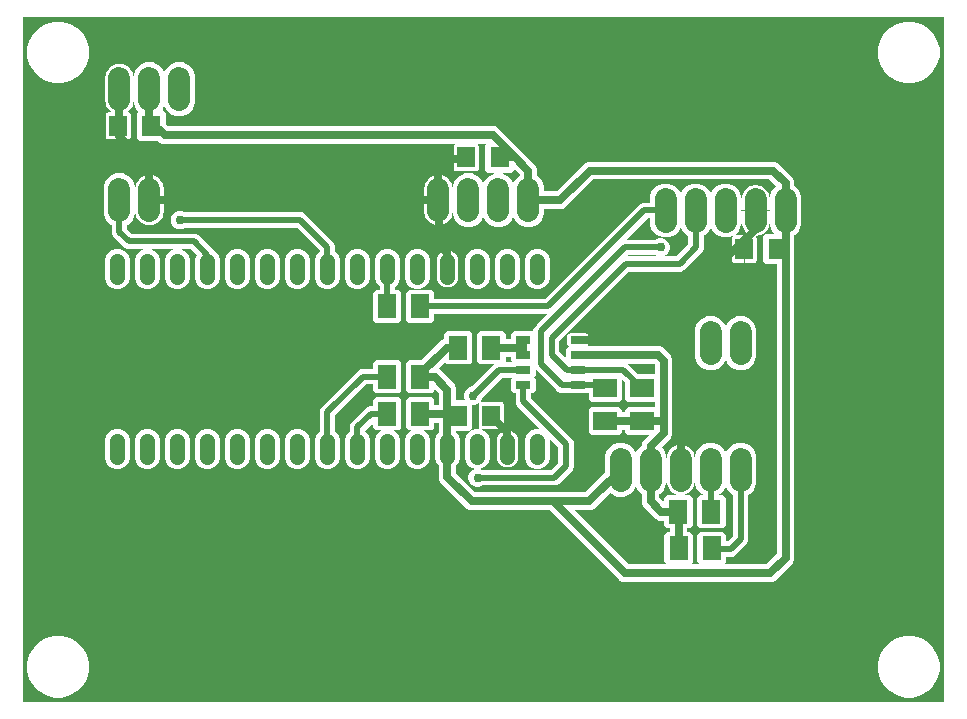
<source format=gbr>
G04 EAGLE Gerber RS-274X export*
G75*
%MOMM*%
%FSLAX34Y34*%
%LPD*%
%INBottom Copper*%
%IPPOS*%
%AMOC8*
5,1,8,0,0,1.08239X$1,22.5*%
G01*
%ADD10C,1.308000*%
%ADD11C,1.879600*%
%ADD12R,1.270000X0.635000*%
%ADD13R,1.600000X1.800000*%
%ADD14R,1.600000X2.000000*%
%ADD15R,2.000000X1.600000*%
%ADD16C,0.700000*%
%ADD17C,0.500000*%
%ADD18C,0.756400*%

G36*
X789839Y10164D02*
X789839Y10164D01*
X789839Y10165D01*
X789839Y589835D01*
X789836Y589839D01*
X789835Y589839D01*
X10165Y589839D01*
X10161Y589836D01*
X10161Y589835D01*
X10161Y10165D01*
X10164Y10161D01*
X10165Y10161D01*
X789835Y10161D01*
X789839Y10164D01*
G37*
%LPC*%
G36*
X518508Y111699D02*
X518508Y111699D01*
X515751Y112841D01*
X456094Y172498D01*
X456092Y172498D01*
X456091Y172499D01*
X388508Y172499D01*
X385751Y173641D01*
X363141Y196251D01*
X361999Y199008D01*
X361999Y210452D01*
X361998Y210454D01*
X361998Y210455D01*
X360564Y211889D01*
X358959Y215763D01*
X358959Y233037D01*
X360564Y236911D01*
X361998Y238345D01*
X361998Y238346D01*
X361999Y238347D01*
X361999Y238348D01*
X361999Y246495D01*
X361996Y246499D01*
X361995Y246499D01*
X358505Y246499D01*
X358501Y246496D01*
X358501Y246495D01*
X358501Y242343D01*
X356157Y239999D01*
X349795Y239999D01*
X349793Y239998D01*
X349791Y239997D01*
X349791Y239996D01*
X349790Y239996D01*
X349792Y239994D01*
X349793Y239991D01*
X350071Y239876D01*
X353036Y236911D01*
X354641Y233037D01*
X354641Y215763D01*
X353036Y211889D01*
X350071Y208924D01*
X346197Y207319D01*
X342003Y207319D01*
X338129Y208924D01*
X335164Y211889D01*
X333559Y215763D01*
X333559Y233037D01*
X335164Y236911D01*
X338129Y239876D01*
X338407Y239991D01*
X338408Y239993D01*
X338410Y239994D01*
X338409Y239995D01*
X338410Y239996D01*
X338407Y239997D01*
X338405Y239999D01*
X336843Y239999D01*
X334499Y242343D01*
X334499Y265657D01*
X336843Y268001D01*
X356157Y268001D01*
X358501Y265657D01*
X358501Y261505D01*
X358504Y261501D01*
X358505Y261501D01*
X361995Y261501D01*
X361999Y261504D01*
X361999Y261505D01*
X361999Y271391D01*
X361998Y271393D01*
X361998Y271394D01*
X358508Y274884D01*
X358507Y274884D01*
X358506Y274886D01*
X358504Y274885D01*
X358502Y274885D01*
X358502Y274883D01*
X358501Y274881D01*
X358501Y273743D01*
X356157Y271399D01*
X336843Y271399D01*
X334499Y273743D01*
X334499Y297057D01*
X336843Y299401D01*
X347491Y299401D01*
X347493Y299402D01*
X347494Y299402D01*
X364451Y316359D01*
X366697Y317289D01*
X366698Y317292D01*
X366699Y317293D01*
X366699Y321657D01*
X369043Y324001D01*
X388357Y324001D01*
X390701Y321657D01*
X390701Y298343D01*
X388357Y295999D01*
X369043Y295999D01*
X367178Y297864D01*
X367176Y297864D01*
X367174Y297864D01*
X367172Y297865D01*
X367172Y297864D01*
X361593Y292285D01*
X361592Y292284D01*
X361593Y292283D01*
X361593Y292280D01*
X361594Y292280D01*
X361594Y292278D01*
X362849Y291759D01*
X375859Y278749D01*
X377001Y275992D01*
X377001Y265505D01*
X377004Y265501D01*
X377005Y265501D01*
X384726Y265501D01*
X384727Y265501D01*
X384728Y265502D01*
X384730Y265504D01*
X384730Y265505D01*
X384730Y265507D01*
X383717Y267952D01*
X383717Y271048D01*
X384902Y273909D01*
X387091Y276098D01*
X389952Y277283D01*
X390088Y277283D01*
X390089Y277284D01*
X390091Y277284D01*
X407488Y294682D01*
X408799Y295992D01*
X408799Y295993D01*
X408799Y295994D01*
X408800Y295994D01*
X408799Y295996D01*
X408799Y295998D01*
X408797Y295998D01*
X408796Y295999D01*
X397043Y295999D01*
X394699Y298343D01*
X394699Y321657D01*
X397043Y324001D01*
X416357Y324001D01*
X418701Y321657D01*
X418701Y317505D01*
X418704Y317501D01*
X418705Y317501D01*
X423445Y317501D01*
X423449Y317504D01*
X423449Y317505D01*
X423449Y321432D01*
X425793Y323776D01*
X431523Y323776D01*
X431524Y323776D01*
X432308Y324101D01*
X435292Y324101D01*
X436076Y323776D01*
X436077Y323776D01*
X441807Y323776D01*
X442292Y323291D01*
X442293Y323291D01*
X442294Y323290D01*
X442296Y323291D01*
X442298Y323291D01*
X442298Y323293D01*
X442299Y323294D01*
X442299Y325293D01*
X443289Y327682D01*
X445118Y329512D01*
X454099Y338492D01*
X454099Y338493D01*
X454099Y338494D01*
X454100Y338494D01*
X454099Y338496D01*
X454099Y338498D01*
X454097Y338498D01*
X454096Y338499D01*
X358505Y338499D01*
X358501Y338496D01*
X358501Y338495D01*
X358501Y333343D01*
X356157Y330999D01*
X336843Y330999D01*
X334499Y333343D01*
X334499Y356657D01*
X336843Y359001D01*
X356157Y359001D01*
X358501Y356657D01*
X358501Y351505D01*
X358504Y351501D01*
X358505Y351501D01*
X452306Y351501D01*
X452307Y351502D01*
X452309Y351502D01*
X532518Y431711D01*
X534907Y432701D01*
X540797Y432701D01*
X540801Y432704D01*
X540801Y432705D01*
X540801Y438263D01*
X542841Y443188D01*
X546610Y446957D01*
X551535Y448997D01*
X556865Y448997D01*
X561790Y446957D01*
X565559Y443188D01*
X566896Y439960D01*
X566897Y439959D01*
X566898Y439957D01*
X566899Y439958D01*
X566901Y439957D01*
X566902Y439959D01*
X566904Y439960D01*
X568241Y443188D01*
X572010Y446957D01*
X576935Y448997D01*
X582265Y448997D01*
X587190Y446957D01*
X590959Y443188D01*
X592296Y439960D01*
X592297Y439959D01*
X592298Y439957D01*
X592299Y439958D01*
X592301Y439957D01*
X592302Y439959D01*
X592304Y439960D01*
X593641Y443188D01*
X597410Y446957D01*
X602335Y448997D01*
X607665Y448997D01*
X612590Y446957D01*
X616359Y443188D01*
X618399Y438263D01*
X618399Y414137D01*
X616359Y409212D01*
X612590Y405443D01*
X607665Y403403D01*
X602335Y403403D01*
X597410Y405443D01*
X593641Y409212D01*
X592304Y412440D01*
X592303Y412441D01*
X592302Y412443D01*
X592301Y412442D01*
X592299Y412443D01*
X592298Y412441D01*
X592296Y412440D01*
X590959Y409212D01*
X587190Y405443D01*
X586503Y405159D01*
X586502Y405156D01*
X586501Y405155D01*
X586501Y393707D01*
X585511Y391318D01*
X569682Y375489D01*
X567293Y374499D01*
X523394Y374499D01*
X523393Y374498D01*
X523391Y374498D01*
X464302Y315409D01*
X464302Y315407D01*
X464301Y315406D01*
X464301Y306894D01*
X464302Y306893D01*
X464302Y306891D01*
X469642Y301551D01*
X469643Y301551D01*
X469644Y301550D01*
X469646Y301551D01*
X469648Y301551D01*
X469648Y301553D01*
X469649Y301554D01*
X469649Y308732D01*
X471993Y311076D01*
X472661Y311076D01*
X472663Y311077D01*
X472665Y311078D01*
X472664Y311079D01*
X472665Y311079D01*
X472663Y311081D01*
X472663Y311084D01*
X472211Y311271D01*
X471496Y311986D01*
X471109Y312920D01*
X471109Y316591D01*
X479995Y316591D01*
X479999Y316595D01*
X479999Y316601D01*
X480001Y316601D01*
X480001Y316595D01*
X480005Y316591D01*
X488891Y316591D01*
X488891Y312920D01*
X488504Y311986D01*
X487926Y311408D01*
X487926Y311407D01*
X487925Y311406D01*
X487926Y311404D01*
X487926Y311402D01*
X487928Y311402D01*
X487929Y311401D01*
X549092Y311401D01*
X551849Y310259D01*
X558859Y303249D01*
X560001Y300492D01*
X560001Y236208D01*
X558859Y233451D01*
X550980Y225573D01*
X550980Y225567D01*
X552859Y223688D01*
X554899Y218763D01*
X554899Y194637D01*
X552859Y189712D01*
X549090Y185943D01*
X549003Y185907D01*
X549002Y185904D01*
X549001Y185903D01*
X549001Y183109D01*
X549002Y183107D01*
X549002Y183106D01*
X552992Y179116D01*
X552993Y179116D01*
X552994Y179114D01*
X552996Y179115D01*
X552998Y179115D01*
X552998Y179117D01*
X552999Y179119D01*
X552999Y182657D01*
X555343Y185001D01*
X574657Y185001D01*
X577001Y182657D01*
X577001Y159343D01*
X574657Y156999D01*
X572705Y156999D01*
X572701Y156996D01*
X572701Y156995D01*
X572701Y154205D01*
X572704Y154201D01*
X572705Y154201D01*
X574857Y154201D01*
X577201Y151857D01*
X577201Y128543D01*
X575366Y126708D01*
X575366Y126707D01*
X575365Y126706D01*
X575366Y126704D01*
X575366Y126702D01*
X575368Y126702D01*
X575369Y126701D01*
X583031Y126701D01*
X583032Y126702D01*
X583034Y126702D01*
X583034Y126703D01*
X583035Y126704D01*
X583034Y126706D01*
X583034Y126708D01*
X581199Y128543D01*
X581199Y151857D01*
X583543Y154201D01*
X602857Y154201D01*
X605201Y151857D01*
X605201Y146205D01*
X605204Y146201D01*
X605205Y146201D01*
X606906Y146201D01*
X606907Y146202D01*
X606909Y146202D01*
X611198Y150491D01*
X611198Y150493D01*
X611199Y150494D01*
X611199Y185489D01*
X611197Y185492D01*
X611197Y185493D01*
X610110Y185943D01*
X606341Y189712D01*
X605004Y192940D01*
X605003Y192941D01*
X605002Y192943D01*
X605001Y192942D01*
X604999Y192943D01*
X604998Y192941D01*
X604996Y192940D01*
X603659Y189712D01*
X599890Y185943D01*
X599503Y185783D01*
X599502Y185781D01*
X599501Y185780D01*
X599501Y185779D01*
X599501Y185005D01*
X599504Y185001D01*
X599505Y185001D01*
X602657Y185001D01*
X605001Y182657D01*
X605001Y159343D01*
X602657Y156999D01*
X583343Y156999D01*
X580999Y159343D01*
X580999Y182657D01*
X583343Y185001D01*
X586495Y185001D01*
X586499Y185004D01*
X586499Y185005D01*
X586499Y185199D01*
X586497Y185202D01*
X586497Y185203D01*
X584710Y185943D01*
X580941Y189712D01*
X578901Y194637D01*
X578901Y218763D01*
X580941Y223688D01*
X584710Y227457D01*
X589635Y229497D01*
X594965Y229497D01*
X599890Y227457D01*
X603659Y223688D01*
X604996Y220460D01*
X604997Y220459D01*
X604998Y220457D01*
X604999Y220458D01*
X605001Y220457D01*
X605002Y220459D01*
X605004Y220460D01*
X606341Y223688D01*
X610110Y227457D01*
X615035Y229497D01*
X620365Y229497D01*
X625290Y227457D01*
X629059Y223688D01*
X631099Y218763D01*
X631099Y194637D01*
X629059Y189712D01*
X625290Y185943D01*
X624203Y185493D01*
X624202Y185490D01*
X624201Y185489D01*
X624201Y146507D01*
X623211Y144118D01*
X613282Y134189D01*
X610893Y133199D01*
X605205Y133199D01*
X605201Y133196D01*
X605201Y133195D01*
X605201Y128543D01*
X603366Y126708D01*
X603366Y126707D01*
X603365Y126706D01*
X603366Y126704D01*
X603366Y126702D01*
X603368Y126702D01*
X603369Y126701D01*
X639591Y126701D01*
X639593Y126702D01*
X639594Y126702D01*
X648298Y135406D01*
X648298Y135407D01*
X648299Y135408D01*
X648299Y135409D01*
X648299Y380695D01*
X648296Y380699D01*
X648295Y380699D01*
X639343Y380699D01*
X636999Y383043D01*
X636999Y404357D01*
X639343Y406701D01*
X646942Y406701D01*
X646943Y406702D01*
X646945Y406702D01*
X646945Y406703D01*
X646947Y406704D01*
X646945Y406706D01*
X646945Y406708D01*
X644441Y409212D01*
X642401Y414137D01*
X642401Y438263D01*
X644441Y443188D01*
X647820Y446567D01*
X647820Y446572D01*
X647820Y446573D01*
X641894Y452498D01*
X641892Y452498D01*
X641891Y452499D01*
X493109Y452499D01*
X493107Y452498D01*
X493106Y452498D01*
X469249Y428641D01*
X466492Y427499D01*
X451503Y427499D01*
X451499Y427496D01*
X451499Y427495D01*
X451499Y422937D01*
X449459Y418012D01*
X445690Y414243D01*
X440765Y412203D01*
X435435Y412203D01*
X430510Y414243D01*
X426741Y418012D01*
X425404Y421240D01*
X425403Y421241D01*
X425402Y421243D01*
X425401Y421242D01*
X425399Y421243D01*
X425398Y421241D01*
X425396Y421240D01*
X424059Y418012D01*
X420290Y414243D01*
X415365Y412203D01*
X410035Y412203D01*
X405110Y414243D01*
X401341Y418012D01*
X400004Y421240D01*
X400003Y421241D01*
X400002Y421243D01*
X400001Y421242D01*
X399999Y421243D01*
X399998Y421241D01*
X399996Y421240D01*
X398659Y418012D01*
X394890Y414243D01*
X389965Y412203D01*
X384635Y412203D01*
X379710Y414243D01*
X375941Y418012D01*
X373901Y422937D01*
X373901Y447063D01*
X375941Y451988D01*
X379710Y455757D01*
X384635Y457797D01*
X389965Y457797D01*
X394890Y455757D01*
X398659Y451988D01*
X399996Y448760D01*
X399997Y448759D01*
X399998Y448757D01*
X399999Y448758D01*
X400001Y448757D01*
X400002Y448759D01*
X400004Y448760D01*
X401341Y451988D01*
X405110Y455757D01*
X410035Y457797D01*
X415365Y457797D01*
X420290Y455757D01*
X424059Y451988D01*
X425396Y448760D01*
X425397Y448759D01*
X425398Y448757D01*
X425399Y448758D01*
X425401Y448757D01*
X425402Y448759D01*
X425404Y448760D01*
X426741Y451988D01*
X430510Y455757D01*
X430597Y455793D01*
X430598Y455796D01*
X430599Y455797D01*
X430599Y456791D01*
X430598Y456793D01*
X430598Y456794D01*
X425608Y461784D01*
X425607Y461784D01*
X425606Y461786D01*
X425604Y461785D01*
X425602Y461785D01*
X425602Y461783D01*
X425601Y461781D01*
X425601Y460443D01*
X423257Y458099D01*
X403943Y458099D01*
X401599Y460443D01*
X401599Y481757D01*
X402334Y482492D01*
X402334Y482493D01*
X402335Y482494D01*
X402334Y482496D01*
X402334Y482498D01*
X402332Y482498D01*
X402331Y482499D01*
X394468Y482499D01*
X394467Y482498D01*
X394465Y482497D01*
X394465Y482496D01*
X394464Y482496D01*
X394466Y482494D01*
X394467Y482491D01*
X395039Y482254D01*
X395754Y481539D01*
X396141Y480605D01*
X396141Y471109D01*
X385605Y471109D01*
X385601Y471105D01*
X385601Y471099D01*
X385599Y471099D01*
X385599Y471105D01*
X385595Y471109D01*
X375059Y471109D01*
X375059Y480605D01*
X375446Y481539D01*
X376161Y482254D01*
X376733Y482491D01*
X376734Y482493D01*
X376736Y482494D01*
X376735Y482495D01*
X376736Y482496D01*
X376733Y482497D01*
X376732Y482499D01*
X128508Y482499D01*
X125751Y483641D01*
X124494Y484898D01*
X124492Y484898D01*
X124491Y484899D01*
X109243Y484899D01*
X106899Y487243D01*
X106899Y508557D01*
X108095Y509753D01*
X108095Y509758D01*
X108095Y509759D01*
X105841Y512012D01*
X103801Y516937D01*
X103801Y541063D01*
X105841Y545988D01*
X109610Y549757D01*
X114535Y551797D01*
X119865Y551797D01*
X124790Y549757D01*
X128559Y545988D01*
X129896Y542760D01*
X129897Y542759D01*
X129898Y542757D01*
X129899Y542758D01*
X129901Y542757D01*
X129902Y542759D01*
X129904Y542760D01*
X131241Y545988D01*
X135010Y549757D01*
X139935Y551797D01*
X145265Y551797D01*
X150190Y549757D01*
X153959Y545988D01*
X155999Y541063D01*
X155999Y516937D01*
X153959Y512012D01*
X150190Y508243D01*
X145265Y506203D01*
X139935Y506203D01*
X135010Y508243D01*
X131241Y512012D01*
X129904Y515240D01*
X129903Y515241D01*
X129902Y515243D01*
X129901Y515242D01*
X129899Y515243D01*
X129898Y515241D01*
X129896Y515240D01*
X128559Y512012D01*
X127455Y510908D01*
X127455Y510907D01*
X127453Y510906D01*
X127454Y510904D01*
X127454Y510902D01*
X127456Y510902D01*
X127458Y510901D01*
X128557Y510901D01*
X130901Y508557D01*
X130901Y499709D01*
X130902Y499707D01*
X130902Y499706D01*
X133106Y497502D01*
X133108Y497502D01*
X133109Y497501D01*
X409492Y497501D01*
X412249Y496359D01*
X444459Y464149D01*
X445601Y461392D01*
X445601Y455797D01*
X445603Y455794D01*
X445603Y455793D01*
X445690Y455757D01*
X449459Y451988D01*
X451499Y447063D01*
X451499Y442505D01*
X451502Y442501D01*
X451503Y442501D01*
X461891Y442501D01*
X461893Y442502D01*
X461894Y442502D01*
X485751Y466359D01*
X488508Y467501D01*
X646492Y467501D01*
X649249Y466359D01*
X662159Y453449D01*
X663301Y450692D01*
X663301Y446997D01*
X663303Y446994D01*
X663303Y446993D01*
X663390Y446957D01*
X667159Y443188D01*
X669199Y438263D01*
X669199Y414137D01*
X667159Y409212D01*
X663390Y405443D01*
X663303Y405407D01*
X663302Y405404D01*
X663301Y405403D01*
X663301Y130808D01*
X662159Y128051D01*
X660048Y125941D01*
X649059Y114952D01*
X646949Y112841D01*
X644192Y111699D01*
X518508Y111699D01*
G37*
%LPD*%
G36*
X486293Y187502D02*
X486293Y187502D01*
X486294Y187502D01*
X502700Y203908D01*
X502700Y203909D01*
X502700Y203910D01*
X502701Y203911D01*
X502701Y218763D01*
X504741Y223688D01*
X508510Y227457D01*
X513435Y229497D01*
X518765Y229497D01*
X523690Y227457D01*
X527459Y223688D01*
X528796Y220460D01*
X528797Y220459D01*
X528798Y220457D01*
X528799Y220458D01*
X528801Y220457D01*
X528802Y220459D01*
X528804Y220460D01*
X530141Y223688D01*
X533910Y227457D01*
X533997Y227493D01*
X533998Y227496D01*
X533999Y227497D01*
X533999Y228192D01*
X535141Y230949D01*
X537252Y233059D01*
X540084Y235892D01*
X540084Y235893D01*
X540086Y235894D01*
X540085Y235896D01*
X540085Y235898D01*
X540083Y235898D01*
X540081Y235899D01*
X522143Y235899D01*
X519799Y238243D01*
X519799Y240395D01*
X519796Y240399D01*
X519795Y240399D01*
X517105Y240399D01*
X517101Y240396D01*
X517101Y240395D01*
X517101Y238243D01*
X514757Y235899D01*
X491443Y235899D01*
X489099Y238243D01*
X489099Y257557D01*
X491443Y259901D01*
X514757Y259901D01*
X517101Y257557D01*
X517101Y255405D01*
X517104Y255401D01*
X517105Y255401D01*
X519795Y255401D01*
X519799Y255404D01*
X519799Y255405D01*
X519799Y257557D01*
X522143Y259901D01*
X544995Y259901D01*
X544999Y259904D01*
X544999Y259905D01*
X544999Y263895D01*
X544996Y263899D01*
X544995Y263899D01*
X522143Y263899D01*
X519799Y266243D01*
X519799Y280706D01*
X519798Y280707D01*
X519798Y280709D01*
X517108Y283399D01*
X517107Y283399D01*
X517106Y283400D01*
X517104Y283399D01*
X517102Y283399D01*
X517102Y283397D01*
X517101Y283396D01*
X517101Y266243D01*
X514757Y263899D01*
X491443Y263899D01*
X489099Y266243D01*
X489099Y271995D01*
X489096Y271999D01*
X489095Y271999D01*
X488684Y271999D01*
X488682Y271998D01*
X488681Y271998D01*
X488007Y271324D01*
X471993Y271324D01*
X471519Y271798D01*
X471517Y271798D01*
X471516Y271799D01*
X465407Y271799D01*
X463018Y272789D01*
X461188Y274618D01*
X444158Y291649D01*
X444157Y291649D01*
X444156Y291650D01*
X444154Y291649D01*
X444152Y291649D01*
X444152Y291647D01*
X444151Y291646D01*
X444151Y286368D01*
X442636Y284853D01*
X442636Y284852D01*
X442636Y284851D01*
X442636Y284847D01*
X444151Y283332D01*
X444151Y273668D01*
X441807Y271324D01*
X440305Y271324D01*
X440301Y271321D01*
X440301Y271320D01*
X440301Y267394D01*
X440302Y267393D01*
X440302Y267391D01*
X475411Y232282D01*
X476401Y229893D01*
X476401Y208607D01*
X475411Y206218D01*
X465512Y196318D01*
X463682Y194489D01*
X461293Y193499D01*
X399507Y193499D01*
X399506Y193498D01*
X399504Y193498D01*
X399409Y193402D01*
X396548Y192217D01*
X393452Y192217D01*
X390591Y193402D01*
X388402Y195591D01*
X387217Y198452D01*
X387217Y201548D01*
X388402Y204409D01*
X390591Y206598D01*
X392559Y207413D01*
X392559Y207414D01*
X392561Y207415D01*
X392560Y207416D01*
X392561Y207418D01*
X392559Y207419D01*
X392559Y207421D01*
X388929Y208924D01*
X385964Y211889D01*
X384359Y215763D01*
X384359Y233037D01*
X385964Y236911D01*
X388929Y239876D01*
X392803Y241481D01*
X396997Y241481D01*
X397198Y241397D01*
X397200Y241398D01*
X397202Y241398D01*
X397202Y241399D01*
X397203Y241399D01*
X397202Y241402D01*
X397203Y241404D01*
X396546Y242061D01*
X396159Y242995D01*
X396159Y252491D01*
X406691Y252491D01*
X406691Y240959D01*
X398277Y240959D01*
X398275Y240958D01*
X398273Y240957D01*
X398274Y240956D01*
X398273Y240956D01*
X398274Y240954D01*
X398275Y240951D01*
X400871Y239876D01*
X403836Y236911D01*
X405441Y233037D01*
X405441Y215763D01*
X403836Y211889D01*
X400871Y208924D01*
X397341Y207462D01*
X397341Y207461D01*
X397339Y207460D01*
X397340Y207459D01*
X397339Y207457D01*
X397341Y207456D01*
X397341Y207454D01*
X399409Y206598D01*
X399504Y206502D01*
X399506Y206502D01*
X399507Y206501D01*
X457306Y206501D01*
X457307Y206502D01*
X457309Y206502D01*
X463398Y212591D01*
X463398Y212593D01*
X463399Y212594D01*
X463399Y225906D01*
X463398Y225907D01*
X463398Y225909D01*
X456235Y233071D01*
X456233Y233071D01*
X456231Y233072D01*
X456230Y233072D01*
X456229Y233069D01*
X456228Y233067D01*
X456241Y233037D01*
X456241Y215763D01*
X454636Y211889D01*
X451671Y208924D01*
X447797Y207319D01*
X443603Y207319D01*
X439729Y208924D01*
X436764Y211889D01*
X435159Y215763D01*
X435159Y233037D01*
X436764Y236911D01*
X439729Y239876D01*
X443603Y241481D01*
X447797Y241481D01*
X447827Y241468D01*
X447829Y241469D01*
X447831Y241469D01*
X447831Y241470D01*
X447832Y241470D01*
X447831Y241473D01*
X447831Y241475D01*
X428289Y261018D01*
X427299Y263407D01*
X427299Y271320D01*
X427296Y271324D01*
X427295Y271324D01*
X425793Y271324D01*
X423449Y273668D01*
X423449Y283332D01*
X424609Y284492D01*
X424609Y284493D01*
X424609Y284494D01*
X424610Y284494D01*
X424609Y284496D01*
X424609Y284498D01*
X424607Y284498D01*
X424606Y284499D01*
X415694Y284499D01*
X415693Y284498D01*
X415691Y284498D01*
X399284Y268091D01*
X399284Y268089D01*
X399283Y268088D01*
X399283Y267952D01*
X398098Y265091D01*
X395909Y262902D01*
X393048Y261717D01*
X390705Y261717D01*
X390701Y261714D01*
X390701Y261713D01*
X390701Y241843D01*
X388357Y239499D01*
X377005Y239499D01*
X377001Y239496D01*
X377001Y239495D01*
X377001Y238348D01*
X377002Y238346D01*
X377002Y238345D01*
X378436Y236911D01*
X380041Y233037D01*
X380041Y215763D01*
X378436Y211889D01*
X377002Y210455D01*
X377002Y210453D01*
X377001Y210452D01*
X377001Y203609D01*
X377002Y203607D01*
X377002Y203606D01*
X393106Y187502D01*
X393108Y187502D01*
X393109Y187501D01*
X486291Y187501D01*
X486293Y187502D01*
G37*
%LPC*%
G36*
X113403Y359719D02*
X113403Y359719D01*
X109529Y361324D01*
X106564Y364289D01*
X104959Y368163D01*
X104959Y385437D01*
X106564Y389311D01*
X109529Y392276D01*
X112463Y393491D01*
X112464Y393493D01*
X112465Y393494D01*
X112465Y393495D01*
X112465Y393496D01*
X112463Y393497D01*
X112461Y393499D01*
X98707Y393499D01*
X96318Y394489D01*
X86289Y404518D01*
X85299Y406907D01*
X85299Y413789D01*
X85297Y413792D01*
X85297Y413793D01*
X84210Y414243D01*
X80441Y418012D01*
X78401Y422937D01*
X78401Y447063D01*
X80441Y451988D01*
X84210Y455757D01*
X89135Y457797D01*
X94465Y457797D01*
X99390Y455757D01*
X103159Y451988D01*
X105199Y447063D01*
X105199Y422937D01*
X103159Y418012D01*
X99390Y414243D01*
X98303Y413793D01*
X98302Y413790D01*
X98301Y413789D01*
X98301Y410894D01*
X98302Y410893D01*
X98302Y410891D01*
X102691Y406502D01*
X102693Y406502D01*
X102694Y406501D01*
X156293Y406501D01*
X158682Y405511D01*
X171667Y392526D01*
X171668Y392526D01*
X172271Y392276D01*
X175236Y389311D01*
X176841Y385437D01*
X176841Y368163D01*
X175236Y364289D01*
X172271Y361324D01*
X168397Y359719D01*
X164203Y359719D01*
X160329Y361324D01*
X157364Y364289D01*
X155759Y368163D01*
X155759Y385437D01*
X157109Y388694D01*
X157108Y388695D01*
X157109Y388695D01*
X157108Y388696D01*
X157108Y388697D01*
X157108Y388699D01*
X152309Y393498D01*
X152307Y393498D01*
X152306Y393499D01*
X143939Y393499D01*
X143937Y393498D01*
X143935Y393497D01*
X143936Y393496D01*
X143935Y393496D01*
X143936Y393494D01*
X143937Y393491D01*
X146871Y392276D01*
X149836Y389311D01*
X151441Y385437D01*
X151441Y368163D01*
X149836Y364289D01*
X146871Y361324D01*
X142997Y359719D01*
X138803Y359719D01*
X134929Y361324D01*
X131964Y364289D01*
X130359Y368163D01*
X130359Y385437D01*
X131964Y389311D01*
X134929Y392276D01*
X137863Y393491D01*
X137864Y393493D01*
X137865Y393494D01*
X137865Y393495D01*
X137865Y393496D01*
X137863Y393497D01*
X137861Y393499D01*
X118539Y393499D01*
X118537Y393498D01*
X118535Y393497D01*
X118536Y393496D01*
X118535Y393496D01*
X118536Y393494D01*
X118537Y393491D01*
X121471Y392276D01*
X124436Y389311D01*
X126041Y385437D01*
X126041Y368163D01*
X124436Y364289D01*
X121471Y361324D01*
X117597Y359719D01*
X113403Y359719D01*
G37*
%LPD*%
G36*
X555032Y126702D02*
X555032Y126702D01*
X555034Y126702D01*
X555034Y126703D01*
X555035Y126704D01*
X555034Y126706D01*
X555034Y126708D01*
X553199Y128543D01*
X553199Y151857D01*
X555543Y154201D01*
X557695Y154201D01*
X557699Y154204D01*
X557699Y154205D01*
X557699Y156995D01*
X557696Y156999D01*
X557695Y156999D01*
X555343Y156999D01*
X552999Y159343D01*
X552999Y163495D01*
X552996Y163499D01*
X552995Y163499D01*
X549008Y163499D01*
X546251Y164641D01*
X535141Y175751D01*
X533999Y178508D01*
X533999Y185903D01*
X533997Y185906D01*
X533997Y185907D01*
X533910Y185943D01*
X530141Y189712D01*
X528804Y192940D01*
X528803Y192941D01*
X528802Y192943D01*
X528801Y192942D01*
X528799Y192943D01*
X528798Y192941D01*
X528796Y192940D01*
X527459Y189712D01*
X523690Y185943D01*
X518765Y183903D01*
X513435Y183903D01*
X508510Y185943D01*
X507233Y187220D01*
X507232Y187220D01*
X507231Y187220D01*
X507228Y187220D01*
X507227Y187220D01*
X493649Y173641D01*
X490892Y172499D01*
X477319Y172499D01*
X477317Y172498D01*
X477316Y172498D01*
X477316Y172497D01*
X477314Y172496D01*
X477316Y172494D01*
X477316Y172492D01*
X523106Y126702D01*
X523108Y126702D01*
X523109Y126701D01*
X555031Y126701D01*
X555032Y126702D01*
G37*
%LPC*%
G36*
X265803Y359719D02*
X265803Y359719D01*
X261929Y361324D01*
X258964Y364289D01*
X257359Y368163D01*
X257359Y385437D01*
X258964Y389311D01*
X261398Y391745D01*
X261398Y391746D01*
X261398Y391747D01*
X261399Y391748D01*
X261399Y392406D01*
X261398Y392407D01*
X261398Y392409D01*
X242309Y411498D01*
X242307Y411498D01*
X242306Y411499D01*
X147507Y411499D01*
X147506Y411498D01*
X147504Y411498D01*
X147409Y411402D01*
X144548Y410217D01*
X141452Y410217D01*
X138591Y411402D01*
X136402Y413591D01*
X135217Y416452D01*
X135217Y419548D01*
X136402Y422409D01*
X138591Y424598D01*
X141452Y425783D01*
X144548Y425783D01*
X147409Y424598D01*
X147504Y424502D01*
X147506Y424502D01*
X147507Y424502D01*
X147507Y424501D01*
X246293Y424501D01*
X248682Y423511D01*
X273411Y398782D01*
X274401Y396393D01*
X274401Y391748D01*
X274402Y391746D01*
X274402Y391745D01*
X276836Y389311D01*
X278441Y385437D01*
X278441Y368163D01*
X276836Y364289D01*
X273871Y361324D01*
X269997Y359719D01*
X265803Y359719D01*
G37*
%LPD*%
%LPC*%
G36*
X756556Y533839D02*
X756556Y533839D01*
X749902Y535622D01*
X743937Y539066D01*
X739066Y543937D01*
X735622Y549902D01*
X733839Y556556D01*
X733839Y563444D01*
X735622Y570098D01*
X739066Y576063D01*
X743937Y580934D01*
X749902Y584378D01*
X756556Y586161D01*
X763444Y586161D01*
X770098Y584378D01*
X776063Y580934D01*
X780934Y576063D01*
X784378Y570098D01*
X786161Y563444D01*
X786161Y556556D01*
X784378Y549902D01*
X780934Y543937D01*
X776063Y539066D01*
X770098Y535622D01*
X763444Y533839D01*
X756556Y533839D01*
G37*
%LPD*%
%LPC*%
G36*
X36556Y533839D02*
X36556Y533839D01*
X29902Y535622D01*
X23937Y539066D01*
X19066Y543937D01*
X15622Y549902D01*
X13839Y556556D01*
X13839Y563444D01*
X15622Y570098D01*
X19066Y576063D01*
X23937Y580934D01*
X29902Y584378D01*
X36556Y586161D01*
X43444Y586161D01*
X50098Y584378D01*
X56063Y580934D01*
X60934Y576063D01*
X64378Y570098D01*
X66161Y563444D01*
X66161Y556556D01*
X64378Y549902D01*
X60934Y543937D01*
X56063Y539066D01*
X50098Y535622D01*
X43444Y533839D01*
X36556Y533839D01*
G37*
%LPD*%
%LPC*%
G36*
X756556Y13839D02*
X756556Y13839D01*
X749902Y15622D01*
X743937Y19066D01*
X739066Y23937D01*
X735622Y29902D01*
X733839Y36556D01*
X733839Y43444D01*
X735622Y50098D01*
X739066Y56063D01*
X743937Y60934D01*
X749902Y64378D01*
X756556Y66161D01*
X763444Y66161D01*
X770098Y64378D01*
X776063Y60934D01*
X780934Y56063D01*
X784378Y50098D01*
X786161Y43444D01*
X786161Y36556D01*
X784378Y29902D01*
X780934Y23937D01*
X776063Y19066D01*
X770098Y15622D01*
X763444Y13839D01*
X756556Y13839D01*
G37*
%LPD*%
%LPC*%
G36*
X36556Y13839D02*
X36556Y13839D01*
X29902Y15622D01*
X23937Y19066D01*
X19066Y23937D01*
X15622Y29902D01*
X13839Y36556D01*
X13839Y43444D01*
X15622Y50098D01*
X19066Y56063D01*
X23937Y60934D01*
X29902Y64378D01*
X36556Y66161D01*
X43444Y66161D01*
X50098Y64378D01*
X56063Y60934D01*
X60934Y56063D01*
X64378Y50098D01*
X66161Y43444D01*
X66161Y36556D01*
X64378Y29902D01*
X60934Y23937D01*
X56063Y19066D01*
X50098Y15622D01*
X43444Y13839D01*
X36556Y13839D01*
G37*
%LPD*%
%LPC*%
G36*
X291203Y207319D02*
X291203Y207319D01*
X287329Y208924D01*
X284364Y211889D01*
X282759Y215763D01*
X282759Y233037D01*
X284364Y236911D01*
X286798Y239345D01*
X286798Y239347D01*
X286799Y239348D01*
X286799Y243793D01*
X287789Y246182D01*
X301118Y259511D01*
X303507Y260501D01*
X306495Y260501D01*
X306499Y260504D01*
X306499Y260505D01*
X306499Y265657D01*
X308843Y268001D01*
X328157Y268001D01*
X330501Y265657D01*
X330501Y242343D01*
X328157Y239999D01*
X324395Y239999D01*
X324393Y239998D01*
X324391Y239997D01*
X324391Y239996D01*
X324390Y239996D01*
X324392Y239994D01*
X324393Y239991D01*
X324671Y239876D01*
X327636Y236911D01*
X329241Y233037D01*
X329241Y215763D01*
X327636Y211889D01*
X324671Y208924D01*
X320797Y207319D01*
X316603Y207319D01*
X312729Y208924D01*
X309764Y211889D01*
X308159Y215763D01*
X308159Y233037D01*
X309764Y236911D01*
X312729Y239876D01*
X313007Y239991D01*
X313008Y239993D01*
X313010Y239994D01*
X313009Y239995D01*
X313010Y239996D01*
X313007Y239997D01*
X313005Y239999D01*
X308843Y239999D01*
X306499Y242343D01*
X306499Y246496D01*
X306498Y246497D01*
X306498Y246498D01*
X306497Y246498D01*
X306496Y246500D01*
X306495Y246499D01*
X306494Y246499D01*
X306494Y246498D01*
X306492Y246499D01*
X299802Y239809D01*
X299802Y239807D01*
X299801Y239806D01*
X299801Y239348D01*
X299802Y239346D01*
X299802Y239345D01*
X302236Y236911D01*
X303841Y233037D01*
X303841Y215763D01*
X302236Y211889D01*
X299271Y208924D01*
X295397Y207319D01*
X291203Y207319D01*
G37*
%LPD*%
%LPC*%
G36*
X265803Y207319D02*
X265803Y207319D01*
X261929Y208924D01*
X258964Y211889D01*
X257359Y215763D01*
X257359Y233037D01*
X258964Y236911D01*
X261398Y239345D01*
X261398Y239347D01*
X261399Y239348D01*
X261399Y256693D01*
X262389Y259082D01*
X294218Y290911D01*
X296607Y291901D01*
X306495Y291901D01*
X306499Y291904D01*
X306499Y291905D01*
X306499Y297057D01*
X308843Y299401D01*
X328157Y299401D01*
X330501Y297057D01*
X330501Y273743D01*
X328157Y271399D01*
X308843Y271399D01*
X306499Y273743D01*
X306499Y278895D01*
X306496Y278899D01*
X306495Y278899D01*
X300594Y278899D01*
X300593Y278898D01*
X300591Y278898D01*
X274402Y252709D01*
X274402Y252707D01*
X274401Y252706D01*
X274401Y239348D01*
X274402Y239346D01*
X274402Y239345D01*
X276836Y236911D01*
X278441Y233037D01*
X278441Y215763D01*
X276836Y211889D01*
X273871Y208924D01*
X269997Y207319D01*
X265803Y207319D01*
G37*
%LPD*%
%LPC*%
G36*
X589635Y291003D02*
X589635Y291003D01*
X584710Y293043D01*
X580941Y296812D01*
X578901Y301737D01*
X578901Y325863D01*
X580941Y330788D01*
X584710Y334557D01*
X589635Y336597D01*
X594965Y336597D01*
X599890Y334557D01*
X603659Y330788D01*
X604996Y327560D01*
X604997Y327559D01*
X604998Y327557D01*
X604999Y327558D01*
X605001Y327557D01*
X605002Y327559D01*
X605004Y327560D01*
X606341Y330788D01*
X610110Y334557D01*
X615035Y336597D01*
X620365Y336597D01*
X625290Y334557D01*
X629059Y330788D01*
X631099Y325863D01*
X631099Y301737D01*
X629059Y296812D01*
X625290Y293043D01*
X620365Y291003D01*
X615035Y291003D01*
X610110Y293043D01*
X606341Y296812D01*
X605004Y300040D01*
X605003Y300041D01*
X605002Y300043D01*
X605001Y300042D01*
X604999Y300043D01*
X604998Y300041D01*
X604996Y300040D01*
X603659Y296812D01*
X599890Y293043D01*
X594965Y291003D01*
X589635Y291003D01*
G37*
%LPD*%
%LPC*%
G36*
X308843Y330999D02*
X308843Y330999D01*
X306499Y333343D01*
X306499Y356657D01*
X308843Y359001D01*
X311995Y359001D01*
X311999Y359004D01*
X311999Y359005D01*
X311999Y362052D01*
X311998Y362054D01*
X311998Y362055D01*
X309764Y364289D01*
X308159Y368163D01*
X308159Y385437D01*
X309764Y389311D01*
X312729Y392276D01*
X316603Y393881D01*
X320797Y393881D01*
X324671Y392276D01*
X327636Y389311D01*
X329241Y385437D01*
X329241Y368163D01*
X327636Y364289D01*
X325002Y361655D01*
X325002Y361654D01*
X325001Y361653D01*
X325002Y361653D01*
X325001Y361652D01*
X325001Y359005D01*
X325004Y359001D01*
X325005Y359001D01*
X328157Y359001D01*
X330501Y356657D01*
X330501Y333343D01*
X328157Y330999D01*
X308843Y330999D01*
G37*
%LPD*%
%LPC*%
G36*
X90899Y497899D02*
X90899Y497899D01*
X90899Y497905D01*
X90895Y497909D01*
X80359Y497909D01*
X80359Y507405D01*
X80746Y508339D01*
X81461Y509054D01*
X82395Y509441D01*
X85461Y509441D01*
X85463Y509442D01*
X85464Y509442D01*
X85464Y509443D01*
X85466Y509444D01*
X85464Y509446D01*
X85464Y509448D01*
X84022Y510496D01*
X82694Y511824D01*
X81589Y513345D01*
X80736Y515019D01*
X80155Y516806D01*
X79861Y518662D01*
X79861Y528991D01*
X91795Y528991D01*
X91799Y528994D01*
X91799Y528995D01*
X91799Y529001D01*
X91801Y529001D01*
X91801Y528995D01*
X91805Y528991D01*
X103739Y528991D01*
X103739Y518662D01*
X103738Y518657D01*
X103737Y518648D01*
X103736Y518648D01*
X103737Y518648D01*
X103736Y518644D01*
X103735Y518640D01*
X103734Y518636D01*
X103734Y518635D01*
X103734Y518631D01*
X103733Y518627D01*
X103732Y518623D01*
X103732Y518619D01*
X103732Y518618D01*
X103731Y518614D01*
X103730Y518610D01*
X103729Y518602D01*
X103729Y518601D01*
X103728Y518597D01*
X103728Y518593D01*
X103727Y518589D01*
X103726Y518585D01*
X103726Y518584D01*
X103726Y518580D01*
X103725Y518576D01*
X103724Y518572D01*
X103724Y518568D01*
X103724Y518567D01*
X103723Y518563D01*
X103722Y518559D01*
X103722Y518555D01*
X103720Y518546D01*
X103720Y518542D01*
X103719Y518538D01*
X103718Y518534D01*
X103718Y518533D01*
X103718Y518529D01*
X103717Y518525D01*
X103716Y518521D01*
X103716Y518517D01*
X103716Y518516D01*
X103715Y518512D01*
X103714Y518508D01*
X103713Y518500D01*
X103713Y518499D01*
X103712Y518491D01*
X103711Y518487D01*
X103710Y518483D01*
X103710Y518482D01*
X103710Y518478D01*
X103709Y518474D01*
X103708Y518470D01*
X103708Y518466D01*
X103708Y518465D01*
X103707Y518461D01*
X103706Y518457D01*
X103706Y518453D01*
X103704Y518444D01*
X103703Y518436D01*
X103702Y518432D01*
X103702Y518431D01*
X103702Y518427D01*
X103701Y518427D01*
X103702Y518427D01*
X103701Y518423D01*
X103700Y518419D01*
X103699Y518415D01*
X103699Y518414D01*
X103699Y518410D01*
X103698Y518406D01*
X103697Y518402D01*
X103697Y518398D01*
X103697Y518397D01*
X103695Y518389D01*
X103694Y518381D01*
X103694Y518380D01*
X103693Y518376D01*
X103693Y518372D01*
X103692Y518368D01*
X103691Y518364D01*
X103691Y518363D01*
X103691Y518359D01*
X103690Y518355D01*
X103689Y518351D01*
X103689Y518347D01*
X103689Y518346D01*
X103688Y518342D01*
X103687Y518334D01*
X103685Y518325D01*
X103685Y518321D01*
X103684Y518317D01*
X103683Y518313D01*
X103683Y518312D01*
X103683Y518308D01*
X103682Y518304D01*
X103681Y518300D01*
X103681Y518296D01*
X103681Y518295D01*
X103680Y518291D01*
X103679Y518287D01*
X103678Y518279D01*
X103678Y518278D01*
X103677Y518270D01*
X103676Y518266D01*
X103675Y518262D01*
X103675Y518261D01*
X103675Y518257D01*
X103674Y518253D01*
X103673Y518249D01*
X103673Y518245D01*
X103673Y518244D01*
X103672Y518240D01*
X103671Y518236D01*
X103671Y518232D01*
X103669Y518223D01*
X103669Y518219D01*
X103668Y518219D01*
X103669Y518219D01*
X103668Y518215D01*
X103667Y518211D01*
X103667Y518210D01*
X103667Y518206D01*
X103666Y518206D01*
X103667Y518206D01*
X103666Y518202D01*
X103665Y518198D01*
X103664Y518194D01*
X103664Y518193D01*
X103664Y518189D01*
X103663Y518185D01*
X103662Y518181D01*
X103662Y518177D01*
X103662Y518176D01*
X103660Y518168D01*
X103660Y518164D01*
X103659Y518160D01*
X103659Y518159D01*
X103658Y518155D01*
X103658Y518151D01*
X103657Y518147D01*
X103656Y518143D01*
X103656Y518142D01*
X103656Y518138D01*
X103655Y518134D01*
X103654Y518130D01*
X103653Y518121D01*
X103652Y518113D01*
X103651Y518109D01*
X103651Y518108D01*
X103650Y518104D01*
X103650Y518100D01*
X103649Y518096D01*
X103648Y518092D01*
X103648Y518091D01*
X103648Y518087D01*
X103647Y518083D01*
X103646Y518079D01*
X103646Y518075D01*
X103646Y518074D01*
X103644Y518066D01*
X103643Y518058D01*
X103643Y518057D01*
X103642Y518053D01*
X103642Y518049D01*
X103641Y518045D01*
X103640Y518041D01*
X103640Y518040D01*
X103640Y518036D01*
X103639Y518032D01*
X103638Y518028D01*
X103638Y518024D01*
X103638Y518023D01*
X103637Y518019D01*
X103636Y518011D01*
X103634Y518002D01*
X103634Y517998D01*
X103633Y517998D01*
X103634Y517998D01*
X103633Y517994D01*
X103632Y517990D01*
X103632Y517989D01*
X103632Y517985D01*
X103631Y517985D01*
X103632Y517985D01*
X103631Y517981D01*
X103630Y517977D01*
X103629Y517973D01*
X103629Y517972D01*
X103629Y517968D01*
X103628Y517964D01*
X103627Y517956D01*
X103627Y517955D01*
X103625Y517947D01*
X103625Y517943D01*
X103624Y517939D01*
X103624Y517938D01*
X103623Y517934D01*
X103623Y517930D01*
X103622Y517926D01*
X103621Y517922D01*
X103621Y517921D01*
X103621Y517917D01*
X103620Y517913D01*
X103619Y517909D01*
X103618Y517900D01*
X103617Y517896D01*
X103617Y517892D01*
X103616Y517888D01*
X103616Y517887D01*
X103615Y517883D01*
X103615Y517879D01*
X103614Y517875D01*
X103613Y517871D01*
X103613Y517870D01*
X103613Y517866D01*
X103612Y517862D01*
X103611Y517858D01*
X103611Y517854D01*
X103611Y517853D01*
X103609Y517845D01*
X103609Y517841D01*
X103608Y517837D01*
X103608Y517836D01*
X103607Y517832D01*
X103607Y517828D01*
X103606Y517824D01*
X103605Y517820D01*
X103605Y517819D01*
X103605Y517815D01*
X103604Y517811D01*
X103603Y517807D01*
X103603Y517803D01*
X103602Y517798D01*
X103601Y517790D01*
X103600Y517786D01*
X103600Y517785D01*
X103599Y517781D01*
X103599Y517777D01*
X103598Y517777D01*
X103599Y517777D01*
X103598Y517773D01*
X103597Y517769D01*
X103597Y517768D01*
X103597Y517764D01*
X103596Y517764D01*
X103597Y517764D01*
X103596Y517760D01*
X103595Y517756D01*
X103594Y517752D01*
X103594Y517751D01*
X103593Y517743D01*
X103592Y517735D01*
X103592Y517734D01*
X103591Y517730D01*
X103590Y517726D01*
X103590Y517722D01*
X103589Y517718D01*
X103589Y517717D01*
X103588Y517713D01*
X103588Y517709D01*
X103587Y517705D01*
X103586Y517701D01*
X103586Y517700D01*
X103586Y517696D01*
X103584Y517688D01*
X103583Y517679D01*
X103582Y517675D01*
X103582Y517671D01*
X103581Y517667D01*
X103581Y517666D01*
X103580Y517662D01*
X103580Y517658D01*
X103579Y517654D01*
X103578Y517650D01*
X103578Y517649D01*
X103578Y517645D01*
X103577Y517641D01*
X103576Y517633D01*
X103576Y517632D01*
X103574Y517624D01*
X103574Y517620D01*
X103573Y517616D01*
X103573Y517615D01*
X103572Y517611D01*
X103572Y517607D01*
X103571Y517603D01*
X103570Y517599D01*
X103570Y517598D01*
X103570Y517594D01*
X103569Y517590D01*
X103568Y517586D01*
X103567Y517577D01*
X103566Y517569D01*
X103565Y517565D01*
X103565Y517564D01*
X103564Y517560D01*
X103564Y517556D01*
X103563Y517556D01*
X103564Y517556D01*
X103563Y517552D01*
X103562Y517548D01*
X103562Y517547D01*
X103562Y517543D01*
X103561Y517543D01*
X103562Y517543D01*
X103561Y517539D01*
X103560Y517535D01*
X103559Y517531D01*
X103559Y517530D01*
X103558Y517522D01*
X103557Y517518D01*
X103557Y517514D01*
X103557Y517513D01*
X103556Y517509D01*
X103555Y517505D01*
X103555Y517501D01*
X103554Y517497D01*
X103554Y517496D01*
X103553Y517492D01*
X103553Y517488D01*
X103552Y517484D01*
X103551Y517480D01*
X103551Y517475D01*
X103549Y517467D01*
X103549Y517463D01*
X103549Y517462D01*
X103548Y517458D01*
X103547Y517454D01*
X103547Y517450D01*
X103546Y517446D01*
X103546Y517445D01*
X103545Y517441D01*
X103545Y517437D01*
X103544Y517433D01*
X103543Y517429D01*
X103543Y517428D01*
X103542Y517420D01*
X103541Y517412D01*
X103541Y517411D01*
X103540Y517407D01*
X103539Y517403D01*
X103539Y517399D01*
X103538Y517395D01*
X103538Y517394D01*
X103537Y517390D01*
X103537Y517386D01*
X103536Y517382D01*
X103535Y517378D01*
X103535Y517377D01*
X103535Y517373D01*
X103533Y517365D01*
X103532Y517356D01*
X103531Y517352D01*
X103531Y517348D01*
X103530Y517344D01*
X103530Y517343D01*
X103529Y517339D01*
X103529Y517335D01*
X103528Y517335D01*
X103529Y517335D01*
X103528Y517331D01*
X103527Y517327D01*
X103527Y517326D01*
X103527Y517322D01*
X103526Y517322D01*
X103526Y517318D01*
X103524Y517310D01*
X103524Y517309D01*
X103523Y517301D01*
X103522Y517297D01*
X103522Y517293D01*
X103522Y517292D01*
X103521Y517288D01*
X103520Y517284D01*
X103520Y517280D01*
X103519Y517276D01*
X103519Y517275D01*
X103518Y517271D01*
X103518Y517267D01*
X103517Y517263D01*
X103516Y517254D01*
X103514Y517246D01*
X103514Y517242D01*
X103514Y517241D01*
X103513Y517237D01*
X103512Y517233D01*
X103512Y517229D01*
X103511Y517225D01*
X103511Y517224D01*
X103510Y517220D01*
X103510Y517216D01*
X103509Y517212D01*
X103508Y517208D01*
X103508Y517207D01*
X103507Y517199D01*
X103506Y517191D01*
X103506Y517190D01*
X103505Y517186D01*
X103504Y517182D01*
X103504Y517178D01*
X103503Y517174D01*
X103503Y517173D01*
X103502Y517169D01*
X103502Y517165D01*
X103501Y517161D01*
X103500Y517157D01*
X103500Y517156D01*
X103500Y517152D01*
X103498Y517144D01*
X103498Y517140D01*
X103498Y517139D01*
X103497Y517135D01*
X103496Y517131D01*
X103496Y517127D01*
X103495Y517123D01*
X103495Y517122D01*
X103494Y517118D01*
X103494Y517114D01*
X103493Y517114D01*
X103494Y517114D01*
X103493Y517110D01*
X103492Y517106D01*
X103492Y517105D01*
X103492Y517101D01*
X103491Y517101D01*
X103491Y517097D01*
X103489Y517089D01*
X103489Y517088D01*
X103489Y517084D01*
X103488Y517080D01*
X103487Y517076D01*
X103487Y517072D01*
X103487Y517071D01*
X103486Y517067D01*
X103485Y517063D01*
X103485Y517059D01*
X103484Y517055D01*
X103484Y517054D01*
X103483Y517050D01*
X103482Y517042D01*
X103481Y517033D01*
X103480Y517029D01*
X103479Y517025D01*
X103479Y517021D01*
X103479Y517020D01*
X103478Y517016D01*
X103477Y517012D01*
X103477Y517008D01*
X103476Y517004D01*
X103476Y517003D01*
X103475Y516999D01*
X103475Y516995D01*
X103473Y516987D01*
X103473Y516986D01*
X103472Y516978D01*
X103471Y516974D01*
X103471Y516970D01*
X103471Y516969D01*
X103470Y516965D01*
X103469Y516961D01*
X103469Y516957D01*
X103468Y516953D01*
X103468Y516952D01*
X103467Y516948D01*
X103467Y516944D01*
X103466Y516940D01*
X103465Y516931D01*
X103463Y516923D01*
X103463Y516919D01*
X103463Y516918D01*
X103462Y516914D01*
X103461Y516910D01*
X103461Y516906D01*
X103460Y516902D01*
X103460Y516901D01*
X103459Y516897D01*
X103459Y516893D01*
X103458Y516893D01*
X103459Y516893D01*
X103458Y516889D01*
X103457Y516885D01*
X103457Y516884D01*
X103456Y516876D01*
X103454Y516868D01*
X103454Y516867D01*
X103454Y516863D01*
X103453Y516859D01*
X103452Y516855D01*
X103452Y516851D01*
X103452Y516850D01*
X103451Y516846D01*
X103450Y516842D01*
X103450Y516838D01*
X103449Y516834D01*
X103449Y516833D01*
X103448Y516829D01*
X103447Y516821D01*
X103446Y516812D01*
X103445Y516808D01*
X103445Y516806D01*
X102864Y515019D01*
X102011Y513345D01*
X100906Y511824D01*
X99578Y510496D01*
X98136Y509448D01*
X98136Y509447D01*
X98134Y509445D01*
X98135Y509445D01*
X98135Y509443D01*
X98137Y509442D01*
X98139Y509441D01*
X99405Y509441D01*
X100339Y509054D01*
X101054Y508339D01*
X101441Y507405D01*
X101441Y497909D01*
X90905Y497909D01*
X90901Y497905D01*
X90901Y497899D01*
X90899Y497899D01*
G37*
%LPD*%
%LPC*%
G36*
X88003Y207319D02*
X88003Y207319D01*
X84129Y208924D01*
X81164Y211889D01*
X79559Y215763D01*
X79559Y233037D01*
X81164Y236911D01*
X84129Y239876D01*
X88003Y241481D01*
X92197Y241481D01*
X96071Y239876D01*
X99036Y236911D01*
X100641Y233037D01*
X100641Y215763D01*
X99036Y211889D01*
X96071Y208924D01*
X92197Y207319D01*
X88003Y207319D01*
G37*
%LPD*%
%LPC*%
G36*
X113403Y207319D02*
X113403Y207319D01*
X109529Y208924D01*
X106564Y211889D01*
X104959Y215763D01*
X104959Y233037D01*
X106564Y236911D01*
X109529Y239876D01*
X113403Y241481D01*
X117597Y241481D01*
X121471Y239876D01*
X124436Y236911D01*
X126041Y233037D01*
X126041Y215763D01*
X124436Y211889D01*
X121471Y208924D01*
X117597Y207319D01*
X113403Y207319D01*
G37*
%LPD*%
%LPC*%
G36*
X138803Y207319D02*
X138803Y207319D01*
X134929Y208924D01*
X131964Y211889D01*
X130359Y215763D01*
X130359Y233037D01*
X131964Y236911D01*
X134929Y239876D01*
X138803Y241481D01*
X142997Y241481D01*
X146871Y239876D01*
X149836Y236911D01*
X151441Y233037D01*
X151441Y215763D01*
X149836Y211889D01*
X146871Y208924D01*
X142997Y207319D01*
X138803Y207319D01*
G37*
%LPD*%
%LPC*%
G36*
X164203Y207319D02*
X164203Y207319D01*
X160329Y208924D01*
X157364Y211889D01*
X155759Y215763D01*
X155759Y233037D01*
X157364Y236911D01*
X160329Y239876D01*
X164203Y241481D01*
X168397Y241481D01*
X172271Y239876D01*
X175236Y236911D01*
X176841Y233037D01*
X176841Y215763D01*
X175236Y211889D01*
X172271Y208924D01*
X168397Y207319D01*
X164203Y207319D01*
G37*
%LPD*%
%LPC*%
G36*
X215003Y207319D02*
X215003Y207319D01*
X211129Y208924D01*
X208164Y211889D01*
X206559Y215763D01*
X206559Y233037D01*
X208164Y236911D01*
X211129Y239876D01*
X215003Y241481D01*
X219197Y241481D01*
X223071Y239876D01*
X226036Y236911D01*
X227641Y233037D01*
X227641Y215763D01*
X226036Y211889D01*
X223071Y208924D01*
X219197Y207319D01*
X215003Y207319D01*
G37*
%LPD*%
%LPC*%
G36*
X189603Y207319D02*
X189603Y207319D01*
X185729Y208924D01*
X182764Y211889D01*
X181159Y215763D01*
X181159Y233037D01*
X182764Y236911D01*
X185729Y239876D01*
X189603Y241481D01*
X193797Y241481D01*
X197671Y239876D01*
X200636Y236911D01*
X202241Y233037D01*
X202241Y215763D01*
X200636Y211889D01*
X197671Y208924D01*
X193797Y207319D01*
X189603Y207319D01*
G37*
%LPD*%
%LPC*%
G36*
X443603Y359719D02*
X443603Y359719D01*
X439729Y361324D01*
X436764Y364289D01*
X435159Y368163D01*
X435159Y385437D01*
X436764Y389311D01*
X439729Y392276D01*
X443603Y393881D01*
X447797Y393881D01*
X451671Y392276D01*
X454636Y389311D01*
X456241Y385437D01*
X456241Y368163D01*
X454636Y364289D01*
X451671Y361324D01*
X447797Y359719D01*
X443603Y359719D01*
G37*
%LPD*%
%LPC*%
G36*
X418203Y359719D02*
X418203Y359719D01*
X414329Y361324D01*
X411364Y364289D01*
X409759Y368163D01*
X409759Y385437D01*
X411364Y389311D01*
X414329Y392276D01*
X418203Y393881D01*
X422397Y393881D01*
X426271Y392276D01*
X429236Y389311D01*
X430841Y385437D01*
X430841Y368163D01*
X429236Y364289D01*
X426271Y361324D01*
X422397Y359719D01*
X418203Y359719D01*
G37*
%LPD*%
%LPC*%
G36*
X392803Y359719D02*
X392803Y359719D01*
X388929Y361324D01*
X385964Y364289D01*
X384359Y368163D01*
X384359Y385437D01*
X385964Y389311D01*
X388929Y392276D01*
X392803Y393881D01*
X396997Y393881D01*
X400871Y392276D01*
X403836Y389311D01*
X405441Y385437D01*
X405441Y368163D01*
X403836Y364289D01*
X400871Y361324D01*
X396997Y359719D01*
X392803Y359719D01*
G37*
%LPD*%
%LPC*%
G36*
X342003Y359719D02*
X342003Y359719D01*
X338129Y361324D01*
X335164Y364289D01*
X333559Y368163D01*
X333559Y385437D01*
X335164Y389311D01*
X338129Y392276D01*
X342003Y393881D01*
X346197Y393881D01*
X350071Y392276D01*
X353036Y389311D01*
X354641Y385437D01*
X354641Y368163D01*
X353036Y364289D01*
X350071Y361324D01*
X346197Y359719D01*
X342003Y359719D01*
G37*
%LPD*%
%LPC*%
G36*
X291203Y359719D02*
X291203Y359719D01*
X287329Y361324D01*
X284364Y364289D01*
X282759Y368163D01*
X282759Y385437D01*
X284364Y389311D01*
X287329Y392276D01*
X291203Y393881D01*
X295397Y393881D01*
X299271Y392276D01*
X302236Y389311D01*
X303841Y385437D01*
X303841Y368163D01*
X302236Y364289D01*
X299271Y361324D01*
X295397Y359719D01*
X291203Y359719D01*
G37*
%LPD*%
%LPC*%
G36*
X240403Y359719D02*
X240403Y359719D01*
X236529Y361324D01*
X233564Y364289D01*
X231959Y368163D01*
X231959Y385437D01*
X233564Y389311D01*
X236529Y392276D01*
X240403Y393881D01*
X244597Y393881D01*
X248471Y392276D01*
X251436Y389311D01*
X253041Y385437D01*
X253041Y368163D01*
X251436Y364289D01*
X248471Y361324D01*
X244597Y359719D01*
X240403Y359719D01*
G37*
%LPD*%
%LPC*%
G36*
X215003Y359719D02*
X215003Y359719D01*
X211129Y361324D01*
X208164Y364289D01*
X206559Y368163D01*
X206559Y385437D01*
X208164Y389311D01*
X211129Y392276D01*
X215003Y393881D01*
X219197Y393881D01*
X223071Y392276D01*
X226036Y389311D01*
X227641Y385437D01*
X227641Y368163D01*
X226036Y364289D01*
X223071Y361324D01*
X219197Y359719D01*
X215003Y359719D01*
G37*
%LPD*%
%LPC*%
G36*
X189603Y359719D02*
X189603Y359719D01*
X185729Y361324D01*
X182764Y364289D01*
X181159Y368163D01*
X181159Y385437D01*
X182764Y389311D01*
X185729Y392276D01*
X189603Y393881D01*
X193797Y393881D01*
X197671Y392276D01*
X200636Y389311D01*
X202241Y385437D01*
X202241Y368163D01*
X200636Y364289D01*
X197671Y361324D01*
X193797Y359719D01*
X189603Y359719D01*
G37*
%LPD*%
%LPC*%
G36*
X88003Y359719D02*
X88003Y359719D01*
X84129Y361324D01*
X81164Y364289D01*
X79559Y368163D01*
X79559Y385437D01*
X81164Y389311D01*
X84129Y392276D01*
X88003Y393881D01*
X92197Y393881D01*
X96071Y392276D01*
X99036Y389311D01*
X100641Y385437D01*
X100641Y368163D01*
X99036Y364289D01*
X96071Y361324D01*
X92197Y359719D01*
X88003Y359719D01*
G37*
%LPD*%
%LPC*%
G36*
X240403Y207319D02*
X240403Y207319D01*
X236529Y208924D01*
X233564Y211889D01*
X231959Y215763D01*
X231959Y233037D01*
X233564Y236911D01*
X236529Y239876D01*
X240403Y241481D01*
X244597Y241481D01*
X248471Y239876D01*
X251436Y236911D01*
X253041Y233037D01*
X253041Y215763D01*
X251436Y211889D01*
X248471Y208924D01*
X244597Y207319D01*
X240403Y207319D01*
G37*
%LPD*%
%LPC*%
G36*
X621009Y393709D02*
X621009Y393709D01*
X621009Y405241D01*
X627321Y405241D01*
X627322Y405242D01*
X627324Y405243D01*
X627324Y405244D01*
X627325Y405244D01*
X627323Y405246D01*
X627322Y405249D01*
X625817Y405738D01*
X624143Y406591D01*
X622622Y407696D01*
X621294Y409024D01*
X620189Y410545D01*
X619336Y412219D01*
X618755Y414006D01*
X618461Y415862D01*
X618461Y426191D01*
X630391Y426191D01*
X630391Y404877D01*
X630393Y404874D01*
X630393Y404873D01*
X630403Y404869D01*
X630404Y404869D01*
X630404Y404868D01*
X630406Y404870D01*
X630409Y404871D01*
X630408Y404872D01*
X630409Y404873D01*
X630409Y426191D01*
X642339Y426191D01*
X642339Y415862D01*
X642338Y415858D01*
X642337Y415849D01*
X642336Y415845D01*
X642335Y415841D01*
X642335Y415837D01*
X642335Y415836D01*
X642334Y415832D01*
X642333Y415828D01*
X642333Y415824D01*
X642332Y415820D01*
X642332Y415819D01*
X642331Y415815D01*
X642331Y415811D01*
X642330Y415807D01*
X642329Y415803D01*
X642329Y415802D01*
X642328Y415794D01*
X642327Y415790D01*
X642327Y415786D01*
X642327Y415785D01*
X642326Y415781D01*
X642325Y415777D01*
X642325Y415773D01*
X642324Y415769D01*
X642324Y415768D01*
X642323Y415764D01*
X642323Y415760D01*
X642322Y415756D01*
X642321Y415747D01*
X642320Y415747D01*
X642321Y415747D01*
X642319Y415739D01*
X642319Y415735D01*
X642318Y415735D01*
X642318Y415734D01*
X642318Y415730D01*
X642317Y415726D01*
X642316Y415722D01*
X642316Y415718D01*
X642316Y415717D01*
X642315Y415713D01*
X642314Y415709D01*
X642314Y415705D01*
X642313Y415701D01*
X642313Y415700D01*
X642312Y415692D01*
X642310Y415684D01*
X642310Y415683D01*
X642310Y415679D01*
X642309Y415675D01*
X642308Y415671D01*
X642308Y415667D01*
X642308Y415666D01*
X642307Y415662D01*
X642306Y415658D01*
X642306Y415654D01*
X642305Y415650D01*
X642305Y415649D01*
X642304Y415645D01*
X642303Y415637D01*
X642302Y415628D01*
X642301Y415624D01*
X642300Y415620D01*
X642300Y415616D01*
X642300Y415615D01*
X642299Y415611D01*
X642298Y415607D01*
X642298Y415603D01*
X642297Y415599D01*
X642297Y415598D01*
X642296Y415594D01*
X642296Y415590D01*
X642294Y415582D01*
X642294Y415581D01*
X642293Y415573D01*
X642292Y415569D01*
X642292Y415565D01*
X642292Y415564D01*
X642291Y415560D01*
X642290Y415556D01*
X642290Y415552D01*
X642289Y415548D01*
X642289Y415547D01*
X642288Y415543D01*
X642288Y415539D01*
X642287Y415535D01*
X642286Y415526D01*
X642285Y415526D01*
X642286Y415526D01*
X642284Y415518D01*
X642283Y415514D01*
X642283Y415513D01*
X642283Y415509D01*
X642282Y415505D01*
X642281Y415501D01*
X642281Y415497D01*
X642281Y415496D01*
X642280Y415492D01*
X642279Y415488D01*
X642279Y415484D01*
X642278Y415480D01*
X642278Y415479D01*
X642277Y415471D01*
X642276Y415467D01*
X642275Y415463D01*
X642275Y415462D01*
X642275Y415458D01*
X642274Y415454D01*
X642273Y415450D01*
X642273Y415446D01*
X642273Y415445D01*
X642272Y415441D01*
X642271Y415437D01*
X642271Y415433D01*
X642270Y415429D01*
X642269Y415424D01*
X642268Y415416D01*
X642267Y415412D01*
X642267Y415411D01*
X642267Y415407D01*
X642266Y415403D01*
X642265Y415399D01*
X642265Y415395D01*
X642265Y415394D01*
X642264Y415390D01*
X642263Y415386D01*
X642263Y415382D01*
X642262Y415378D01*
X642262Y415377D01*
X642261Y415369D01*
X642259Y415361D01*
X642259Y415360D01*
X642259Y415356D01*
X642258Y415352D01*
X642257Y415348D01*
X642257Y415344D01*
X642257Y415343D01*
X642256Y415339D01*
X642255Y415335D01*
X642255Y415331D01*
X642254Y415327D01*
X642254Y415326D01*
X642253Y415322D01*
X642252Y415314D01*
X642251Y415305D01*
X642250Y415305D01*
X642251Y415305D01*
X642250Y415301D01*
X642249Y415297D01*
X642248Y415293D01*
X642248Y415292D01*
X642248Y415288D01*
X642247Y415284D01*
X642246Y415280D01*
X642246Y415276D01*
X642246Y415275D01*
X642245Y415271D01*
X642244Y415267D01*
X642243Y415259D01*
X642243Y415258D01*
X642242Y415250D01*
X642241Y415246D01*
X642240Y415242D01*
X642240Y415241D01*
X642240Y415237D01*
X642239Y415233D01*
X642238Y415229D01*
X642238Y415225D01*
X642238Y415224D01*
X642237Y415220D01*
X642236Y415216D01*
X642236Y415212D01*
X642234Y415203D01*
X642233Y415195D01*
X642232Y415191D01*
X642232Y415190D01*
X642232Y415186D01*
X642231Y415182D01*
X642230Y415178D01*
X642230Y415174D01*
X642230Y415173D01*
X642229Y415169D01*
X642228Y415165D01*
X642228Y415161D01*
X642227Y415157D01*
X642227Y415156D01*
X642226Y415148D01*
X642224Y415140D01*
X642224Y415139D01*
X642224Y415135D01*
X642223Y415131D01*
X642222Y415127D01*
X642222Y415123D01*
X642222Y415122D01*
X642221Y415118D01*
X642220Y415114D01*
X642220Y415110D01*
X642219Y415106D01*
X642218Y415101D01*
X642217Y415093D01*
X642216Y415089D01*
X642216Y415088D01*
X642216Y415084D01*
X642215Y415084D01*
X642216Y415084D01*
X642215Y415080D01*
X642214Y415076D01*
X642213Y415072D01*
X642213Y415071D01*
X642213Y415067D01*
X642212Y415063D01*
X642211Y415059D01*
X642211Y415055D01*
X642211Y415054D01*
X642210Y415050D01*
X642209Y415046D01*
X642208Y415038D01*
X642208Y415037D01*
X642207Y415033D01*
X642207Y415029D01*
X642206Y415025D01*
X642205Y415021D01*
X642205Y415020D01*
X642205Y415016D01*
X642204Y415012D01*
X642203Y415008D01*
X642203Y415004D01*
X642203Y415003D01*
X642202Y414999D01*
X642201Y414991D01*
X642199Y414982D01*
X642199Y414978D01*
X642198Y414974D01*
X642197Y414970D01*
X642197Y414969D01*
X642197Y414965D01*
X642196Y414961D01*
X642195Y414957D01*
X642195Y414953D01*
X642195Y414952D01*
X642194Y414948D01*
X642193Y414944D01*
X642192Y414936D01*
X642192Y414935D01*
X642191Y414927D01*
X642190Y414923D01*
X642189Y414919D01*
X642189Y414918D01*
X642189Y414914D01*
X642188Y414910D01*
X642187Y414906D01*
X642187Y414902D01*
X642187Y414901D01*
X642186Y414897D01*
X642185Y414893D01*
X642185Y414889D01*
X642183Y414880D01*
X642182Y414872D01*
X642181Y414868D01*
X642181Y414867D01*
X642181Y414863D01*
X642180Y414863D01*
X642181Y414863D01*
X642180Y414859D01*
X642179Y414855D01*
X642178Y414851D01*
X642178Y414850D01*
X642178Y414846D01*
X642177Y414842D01*
X642176Y414838D01*
X642176Y414834D01*
X642176Y414833D01*
X642174Y414825D01*
X642173Y414817D01*
X642173Y414816D01*
X642172Y414812D01*
X642172Y414808D01*
X642171Y414804D01*
X642170Y414800D01*
X642170Y414799D01*
X642170Y414795D01*
X642169Y414791D01*
X642168Y414787D01*
X642168Y414783D01*
X642168Y414782D01*
X642167Y414778D01*
X642166Y414770D01*
X642165Y414766D01*
X642165Y414765D01*
X642164Y414761D01*
X642164Y414757D01*
X642163Y414753D01*
X642162Y414749D01*
X642162Y414748D01*
X642162Y414744D01*
X642161Y414740D01*
X642160Y414736D01*
X642160Y414732D01*
X642160Y414731D01*
X642159Y414727D01*
X642158Y414723D01*
X642157Y414715D01*
X642157Y414714D01*
X642156Y414710D01*
X642156Y414706D01*
X642155Y414702D01*
X642154Y414698D01*
X642154Y414697D01*
X642154Y414693D01*
X642153Y414689D01*
X642152Y414685D01*
X642152Y414681D01*
X642152Y414680D01*
X642151Y414676D01*
X642150Y414668D01*
X642148Y414659D01*
X642148Y414655D01*
X642147Y414655D01*
X642148Y414655D01*
X642147Y414651D01*
X642146Y414647D01*
X642146Y414646D01*
X642146Y414642D01*
X642145Y414642D01*
X642146Y414642D01*
X642145Y414638D01*
X642144Y414634D01*
X642143Y414630D01*
X642143Y414629D01*
X642143Y414625D01*
X642142Y414621D01*
X642141Y414613D01*
X642141Y414612D01*
X642139Y414604D01*
X642139Y414600D01*
X642138Y414596D01*
X642138Y414595D01*
X642137Y414591D01*
X642137Y414587D01*
X642136Y414583D01*
X642135Y414579D01*
X642135Y414578D01*
X642135Y414574D01*
X642134Y414570D01*
X642133Y414566D01*
X642132Y414557D01*
X642131Y414549D01*
X642130Y414545D01*
X642130Y414544D01*
X642129Y414540D01*
X642129Y414536D01*
X642128Y414532D01*
X642127Y414528D01*
X642127Y414527D01*
X642127Y414523D01*
X642126Y414519D01*
X642125Y414515D01*
X642125Y414511D01*
X642125Y414510D01*
X642123Y414502D01*
X642122Y414494D01*
X642122Y414493D01*
X642121Y414489D01*
X642121Y414485D01*
X642120Y414481D01*
X642119Y414477D01*
X642119Y414476D01*
X642119Y414472D01*
X642118Y414468D01*
X642117Y414464D01*
X642117Y414460D01*
X642117Y414459D01*
X642116Y414455D01*
X642115Y414447D01*
X642113Y414438D01*
X642113Y414434D01*
X642112Y414434D01*
X642113Y414434D01*
X642112Y414430D01*
X642111Y414426D01*
X642111Y414425D01*
X642111Y414421D01*
X642110Y414421D01*
X642111Y414421D01*
X642110Y414417D01*
X642109Y414413D01*
X642108Y414409D01*
X642108Y414408D01*
X642108Y414404D01*
X642107Y414400D01*
X642106Y414392D01*
X642106Y414391D01*
X642105Y414387D01*
X642104Y414383D01*
X642104Y414379D01*
X642103Y414375D01*
X642103Y414374D01*
X642102Y414370D01*
X642102Y414366D01*
X642101Y414362D01*
X642100Y414358D01*
X642100Y414357D01*
X642100Y414353D01*
X642099Y414349D01*
X642098Y414345D01*
X642097Y414336D01*
X642096Y414332D01*
X642096Y414328D01*
X642095Y414324D01*
X642095Y414323D01*
X642094Y414319D01*
X642094Y414315D01*
X642093Y414311D01*
X642092Y414307D01*
X642092Y414306D01*
X642092Y414302D01*
X642091Y414298D01*
X642090Y414290D01*
X642090Y414289D01*
X642088Y414281D01*
X642088Y414277D01*
X642087Y414273D01*
X642087Y414272D01*
X642086Y414268D01*
X642086Y414264D01*
X642085Y414260D01*
X642084Y414256D01*
X642084Y414255D01*
X642084Y414251D01*
X642083Y414247D01*
X642082Y414243D01*
X642081Y414234D01*
X642080Y414226D01*
X642079Y414222D01*
X642079Y414221D01*
X642078Y414217D01*
X642078Y414213D01*
X642077Y414213D01*
X642078Y414213D01*
X642077Y414209D01*
X642076Y414205D01*
X642076Y414204D01*
X642076Y414200D01*
X642075Y414200D01*
X642076Y414200D01*
X642075Y414196D01*
X642074Y414192D01*
X642073Y414188D01*
X642073Y414187D01*
X642072Y414179D01*
X642071Y414171D01*
X642071Y414170D01*
X642070Y414166D01*
X642069Y414162D01*
X642069Y414158D01*
X642068Y414154D01*
X642068Y414153D01*
X642067Y414149D01*
X642067Y414145D01*
X642066Y414141D01*
X642065Y414137D01*
X642065Y414136D01*
X642065Y414132D01*
X642063Y414124D01*
X642062Y414115D01*
X642061Y414111D01*
X642061Y414107D01*
X642060Y414103D01*
X642060Y414102D01*
X642059Y414098D01*
X642059Y414094D01*
X642058Y414090D01*
X642057Y414086D01*
X642057Y414085D01*
X642057Y414081D01*
X642056Y414077D01*
X642055Y414069D01*
X642055Y414068D01*
X642053Y414060D01*
X642053Y414056D01*
X642052Y414052D01*
X642052Y414051D01*
X642051Y414047D01*
X642051Y414043D01*
X642050Y414039D01*
X642049Y414035D01*
X642049Y414034D01*
X642049Y414030D01*
X642048Y414026D01*
X642047Y414022D01*
X642046Y414013D01*
X642045Y414009D01*
X642045Y414006D01*
X641464Y412219D01*
X640611Y410545D01*
X639506Y409024D01*
X638178Y407696D01*
X636657Y406591D01*
X634983Y405738D01*
X633196Y405157D01*
X631340Y404863D01*
X630438Y404863D01*
X630436Y404862D01*
X630434Y404861D01*
X630435Y404860D01*
X630434Y404860D01*
X630436Y404858D01*
X630436Y404855D01*
X630439Y404854D01*
X631154Y404139D01*
X631541Y403205D01*
X631541Y393709D01*
X621009Y393709D01*
G37*
%LPD*%
G36*
X563307Y387502D02*
X563307Y387502D01*
X563309Y387502D01*
X573498Y397691D01*
X573498Y397693D01*
X573499Y397694D01*
X573499Y404823D01*
X573497Y404826D01*
X573497Y404827D01*
X572010Y405443D01*
X568241Y409212D01*
X566904Y412440D01*
X566903Y412441D01*
X566902Y412443D01*
X566901Y412442D01*
X566899Y412443D01*
X566898Y412441D01*
X566896Y412440D01*
X565559Y409212D01*
X561790Y405443D01*
X556865Y403403D01*
X551535Y403403D01*
X546610Y405443D01*
X542841Y409212D01*
X540801Y414137D01*
X540801Y419695D01*
X540798Y419699D01*
X540797Y419699D01*
X538894Y419699D01*
X538893Y419698D01*
X538891Y419698D01*
X520701Y401508D01*
X520701Y401507D01*
X520700Y401506D01*
X520701Y401504D01*
X520701Y401502D01*
X520703Y401502D01*
X520704Y401501D01*
X545493Y401501D01*
X545494Y401502D01*
X545496Y401502D01*
X545591Y401598D01*
X548452Y402783D01*
X551548Y402783D01*
X554409Y401598D01*
X556598Y399409D01*
X557783Y396548D01*
X557783Y393452D01*
X556598Y390591D01*
X554409Y388402D01*
X552252Y387509D01*
X552251Y387507D01*
X552250Y387506D01*
X552250Y387505D01*
X552250Y387504D01*
X552252Y387503D01*
X552254Y387501D01*
X563306Y387501D01*
X563307Y387502D01*
G37*
%LPC*%
G36*
X91809Y529009D02*
X91809Y529009D01*
X91809Y550337D01*
X92740Y550337D01*
X94596Y550043D01*
X96383Y549462D01*
X98057Y548609D01*
X99578Y547504D01*
X100906Y546176D01*
X102011Y544655D01*
X102864Y542981D01*
X103445Y541194D01*
X103739Y539338D01*
X103739Y529009D01*
X91809Y529009D01*
G37*
%LPD*%
%LPC*%
G36*
X566909Y206709D02*
X566909Y206709D01*
X566909Y228037D01*
X567840Y228037D01*
X569696Y227743D01*
X571483Y227162D01*
X573157Y226309D01*
X574678Y225204D01*
X576006Y223876D01*
X577111Y222355D01*
X577964Y220681D01*
X578545Y218894D01*
X578839Y217038D01*
X578839Y206709D01*
X566909Y206709D01*
G37*
%LPD*%
%LPC*%
G36*
X117209Y435009D02*
X117209Y435009D01*
X117209Y456337D01*
X118140Y456337D01*
X119996Y456043D01*
X121783Y455462D01*
X123457Y454609D01*
X124978Y453504D01*
X126306Y452176D01*
X127411Y450655D01*
X128264Y448981D01*
X128845Y447194D01*
X129139Y445338D01*
X129139Y435009D01*
X117209Y435009D01*
G37*
%LPD*%
%LPC*%
G36*
X361909Y435009D02*
X361909Y435009D01*
X361909Y456337D01*
X362840Y456337D01*
X364696Y456043D01*
X366483Y455462D01*
X368157Y454609D01*
X369678Y453504D01*
X371006Y452176D01*
X372111Y450655D01*
X372964Y448981D01*
X373545Y447194D01*
X373839Y445338D01*
X373839Y435009D01*
X361909Y435009D01*
G37*
%LPD*%
%LPC*%
G36*
X630409Y426209D02*
X630409Y426209D01*
X630409Y447537D01*
X631340Y447537D01*
X633196Y447243D01*
X634983Y446662D01*
X636657Y445809D01*
X638178Y444704D01*
X639506Y443376D01*
X640611Y441855D01*
X641464Y440181D01*
X642045Y438394D01*
X642339Y436538D01*
X642339Y426209D01*
X630409Y426209D01*
G37*
%LPD*%
%LPC*%
G36*
X117209Y413663D02*
X117209Y413663D01*
X117209Y434991D01*
X129139Y434991D01*
X129139Y424662D01*
X129138Y424660D01*
X129138Y424659D01*
X129138Y424655D01*
X129137Y424651D01*
X129136Y424647D01*
X129136Y424643D01*
X129136Y424642D01*
X129135Y424638D01*
X129134Y424634D01*
X129134Y424630D01*
X129133Y424626D01*
X129133Y424625D01*
X129132Y424621D01*
X129131Y424613D01*
X129130Y424604D01*
X129129Y424600D01*
X129128Y424596D01*
X129128Y424592D01*
X129127Y424592D01*
X129128Y424591D01*
X129127Y424587D01*
X129126Y424583D01*
X129126Y424579D01*
X129125Y424579D01*
X129126Y424579D01*
X129125Y424575D01*
X129125Y424574D01*
X129124Y424570D01*
X129123Y424566D01*
X129122Y424558D01*
X129122Y424557D01*
X129121Y424553D01*
X129121Y424549D01*
X129120Y424545D01*
X129119Y424541D01*
X129119Y424540D01*
X129119Y424536D01*
X129118Y424532D01*
X129117Y424528D01*
X129117Y424524D01*
X129117Y424523D01*
X129116Y424519D01*
X129115Y424515D01*
X129115Y424511D01*
X129113Y424502D01*
X129113Y424498D01*
X129112Y424494D01*
X129111Y424490D01*
X129111Y424489D01*
X129111Y424485D01*
X129110Y424481D01*
X129109Y424477D01*
X129109Y424473D01*
X129109Y424472D01*
X129108Y424468D01*
X129107Y424464D01*
X129106Y424456D01*
X129106Y424455D01*
X129105Y424447D01*
X129104Y424443D01*
X129103Y424439D01*
X129103Y424438D01*
X129103Y424434D01*
X129102Y424430D01*
X129101Y424426D01*
X129101Y424422D01*
X129101Y424421D01*
X129100Y424417D01*
X129099Y424413D01*
X129099Y424409D01*
X129097Y424400D01*
X129096Y424392D01*
X129095Y424388D01*
X129095Y424387D01*
X129095Y424383D01*
X129094Y424379D01*
X129093Y424375D01*
X129093Y424371D01*
X129092Y424371D01*
X129093Y424370D01*
X129092Y424366D01*
X129091Y424362D01*
X129091Y424358D01*
X129090Y424358D01*
X129090Y424354D01*
X129090Y424353D01*
X129088Y424345D01*
X129087Y424337D01*
X129087Y424336D01*
X129086Y424332D01*
X129086Y424328D01*
X129085Y424324D01*
X129084Y424320D01*
X129084Y424319D01*
X129084Y424315D01*
X129083Y424311D01*
X129082Y424307D01*
X129082Y424303D01*
X129082Y424302D01*
X129081Y424298D01*
X129080Y424290D01*
X129078Y424281D01*
X129078Y424277D01*
X129077Y424273D01*
X129076Y424269D01*
X129076Y424268D01*
X129076Y424264D01*
X129075Y424260D01*
X129074Y424256D01*
X129074Y424252D01*
X129074Y424251D01*
X129073Y424247D01*
X129072Y424243D01*
X129071Y424235D01*
X129071Y424234D01*
X129070Y424226D01*
X129069Y424222D01*
X129068Y424218D01*
X129068Y424217D01*
X129068Y424213D01*
X129067Y424209D01*
X129066Y424205D01*
X129066Y424201D01*
X129066Y424200D01*
X129065Y424196D01*
X129064Y424192D01*
X129064Y424188D01*
X129062Y424179D01*
X129062Y424175D01*
X129061Y424171D01*
X129060Y424167D01*
X129060Y424166D01*
X129060Y424162D01*
X129059Y424158D01*
X129058Y424154D01*
X129058Y424150D01*
X129057Y424150D01*
X129058Y424149D01*
X129057Y424145D01*
X129056Y424141D01*
X129056Y424137D01*
X129055Y424137D01*
X129055Y424133D01*
X129055Y424132D01*
X129053Y424124D01*
X129053Y424120D01*
X129052Y424116D01*
X129052Y424115D01*
X129051Y424111D01*
X129051Y424107D01*
X129050Y424103D01*
X129049Y424099D01*
X129049Y424098D01*
X129049Y424094D01*
X129048Y424090D01*
X129047Y424086D01*
X129046Y424077D01*
X129045Y424069D01*
X129044Y424065D01*
X129044Y424064D01*
X129043Y424060D01*
X129043Y424056D01*
X129042Y424052D01*
X129041Y424048D01*
X129041Y424047D01*
X129041Y424043D01*
X129040Y424039D01*
X129039Y424035D01*
X129039Y424031D01*
X129039Y424030D01*
X129037Y424022D01*
X129036Y424014D01*
X129036Y424013D01*
X129035Y424009D01*
X129035Y424005D01*
X129034Y424001D01*
X129033Y423997D01*
X129033Y423996D01*
X129033Y423992D01*
X129032Y423988D01*
X129031Y423984D01*
X129031Y423980D01*
X129031Y423979D01*
X129030Y423975D01*
X129029Y423967D01*
X129027Y423958D01*
X129027Y423954D01*
X129026Y423950D01*
X129025Y423946D01*
X129025Y423945D01*
X129025Y423941D01*
X129024Y423937D01*
X129023Y423933D01*
X129023Y423929D01*
X129022Y423929D01*
X129023Y423928D01*
X129022Y423924D01*
X129021Y423920D01*
X129020Y423912D01*
X129020Y423911D01*
X129018Y423903D01*
X129018Y423899D01*
X129017Y423895D01*
X129017Y423894D01*
X129016Y423890D01*
X129016Y423886D01*
X129015Y423882D01*
X129014Y423878D01*
X129014Y423877D01*
X129014Y423873D01*
X129013Y423869D01*
X129012Y423865D01*
X129011Y423856D01*
X129010Y423848D01*
X129009Y423844D01*
X129009Y423843D01*
X129008Y423839D01*
X129008Y423835D01*
X129007Y423831D01*
X129006Y423827D01*
X129006Y423826D01*
X129006Y423822D01*
X129005Y423818D01*
X129004Y423814D01*
X129004Y423810D01*
X129004Y423809D01*
X129002Y423801D01*
X129002Y423797D01*
X129001Y423793D01*
X129001Y423792D01*
X129000Y423788D01*
X129000Y423784D01*
X128999Y423780D01*
X128998Y423776D01*
X128998Y423775D01*
X128998Y423771D01*
X128997Y423767D01*
X128996Y423763D01*
X128996Y423759D01*
X128995Y423754D01*
X128994Y423746D01*
X128993Y423742D01*
X128993Y423741D01*
X128992Y423737D01*
X128992Y423733D01*
X128991Y423729D01*
X128990Y423725D01*
X128990Y423724D01*
X128990Y423720D01*
X128989Y423716D01*
X128988Y423712D01*
X128988Y423708D01*
X128987Y423708D01*
X128988Y423707D01*
X128986Y423699D01*
X128985Y423691D01*
X128985Y423690D01*
X128984Y423686D01*
X128983Y423682D01*
X128983Y423678D01*
X128982Y423674D01*
X128982Y423673D01*
X128981Y423669D01*
X128981Y423665D01*
X128980Y423661D01*
X128979Y423657D01*
X128979Y423656D01*
X128979Y423652D01*
X128977Y423644D01*
X128976Y423635D01*
X128975Y423631D01*
X128975Y423627D01*
X128974Y423623D01*
X128974Y423622D01*
X128973Y423618D01*
X128973Y423614D01*
X128972Y423610D01*
X128971Y423606D01*
X128971Y423605D01*
X128971Y423601D01*
X128970Y423597D01*
X128969Y423589D01*
X128969Y423588D01*
X128967Y423580D01*
X128967Y423576D01*
X128966Y423572D01*
X128966Y423571D01*
X128965Y423567D01*
X128965Y423563D01*
X128964Y423559D01*
X128963Y423555D01*
X128963Y423554D01*
X128963Y423550D01*
X128962Y423546D01*
X128961Y423542D01*
X128960Y423533D01*
X128959Y423525D01*
X128958Y423521D01*
X128958Y423520D01*
X128957Y423516D01*
X128957Y423512D01*
X128956Y423508D01*
X128955Y423504D01*
X128955Y423503D01*
X128955Y423499D01*
X128954Y423495D01*
X128953Y423491D01*
X128953Y423487D01*
X128952Y423487D01*
X128953Y423486D01*
X128951Y423478D01*
X128950Y423470D01*
X128950Y423469D01*
X128949Y423465D01*
X128948Y423461D01*
X128948Y423457D01*
X128947Y423453D01*
X128947Y423452D01*
X128946Y423448D01*
X128946Y423444D01*
X128945Y423440D01*
X128944Y423436D01*
X128944Y423431D01*
X128942Y423423D01*
X128942Y423419D01*
X128942Y423418D01*
X128941Y423414D01*
X128940Y423410D01*
X128940Y423406D01*
X128939Y423402D01*
X128939Y423401D01*
X128938Y423397D01*
X128938Y423393D01*
X128937Y423389D01*
X128936Y423385D01*
X128936Y423384D01*
X128936Y423380D01*
X128935Y423376D01*
X128934Y423368D01*
X128934Y423367D01*
X128933Y423363D01*
X128932Y423359D01*
X128932Y423355D01*
X128931Y423351D01*
X128931Y423350D01*
X128930Y423346D01*
X128930Y423342D01*
X128929Y423338D01*
X128928Y423334D01*
X128928Y423333D01*
X128928Y423329D01*
X128926Y423321D01*
X128925Y423312D01*
X128924Y423308D01*
X128924Y423304D01*
X128923Y423300D01*
X128923Y423299D01*
X128922Y423295D01*
X128922Y423291D01*
X128921Y423287D01*
X128920Y423283D01*
X128920Y423282D01*
X128920Y423278D01*
X128919Y423274D01*
X128918Y423266D01*
X128917Y423266D01*
X128918Y423265D01*
X128916Y423257D01*
X128916Y423253D01*
X128915Y423253D01*
X128915Y423249D01*
X128915Y423248D01*
X128914Y423244D01*
X128913Y423240D01*
X128913Y423236D01*
X128912Y423232D01*
X128912Y423231D01*
X128911Y423227D01*
X128911Y423223D01*
X128910Y423219D01*
X128909Y423210D01*
X128907Y423202D01*
X128907Y423198D01*
X128907Y423197D01*
X128906Y423193D01*
X128905Y423189D01*
X128905Y423185D01*
X128904Y423181D01*
X128904Y423180D01*
X128903Y423176D01*
X128903Y423172D01*
X128902Y423168D01*
X128901Y423164D01*
X128901Y423163D01*
X128900Y423155D01*
X128899Y423147D01*
X128899Y423146D01*
X128898Y423142D01*
X128897Y423138D01*
X128897Y423134D01*
X128896Y423130D01*
X128896Y423129D01*
X128895Y423125D01*
X128895Y423121D01*
X128894Y423117D01*
X128893Y423113D01*
X128893Y423112D01*
X128893Y423108D01*
X128891Y423100D01*
X128890Y423091D01*
X128889Y423087D01*
X128889Y423083D01*
X128888Y423079D01*
X128888Y423078D01*
X128887Y423074D01*
X128887Y423070D01*
X128886Y423066D01*
X128885Y423062D01*
X128885Y423061D01*
X128885Y423057D01*
X128884Y423053D01*
X128883Y423045D01*
X128882Y423045D01*
X128883Y423044D01*
X128882Y423040D01*
X128881Y423036D01*
X128880Y423032D01*
X128880Y423028D01*
X128880Y423027D01*
X128879Y423023D01*
X128878Y423019D01*
X128878Y423015D01*
X128877Y423011D01*
X128877Y423010D01*
X128876Y423006D01*
X128876Y423002D01*
X128875Y422998D01*
X128874Y422989D01*
X128873Y422985D01*
X128872Y422981D01*
X128872Y422977D01*
X128872Y422976D01*
X128871Y422972D01*
X128870Y422968D01*
X128870Y422964D01*
X128869Y422960D01*
X128869Y422959D01*
X128868Y422955D01*
X128868Y422951D01*
X128866Y422943D01*
X128866Y422942D01*
X128865Y422934D01*
X128864Y422930D01*
X128864Y422926D01*
X128864Y422925D01*
X128863Y422921D01*
X128862Y422917D01*
X128862Y422913D01*
X128861Y422909D01*
X128861Y422908D01*
X128860Y422904D01*
X128860Y422900D01*
X128859Y422896D01*
X128858Y422887D01*
X128856Y422879D01*
X128856Y422875D01*
X128856Y422874D01*
X128855Y422870D01*
X128854Y422866D01*
X128854Y422862D01*
X128853Y422858D01*
X128853Y422857D01*
X128852Y422853D01*
X128852Y422849D01*
X128851Y422845D01*
X128850Y422841D01*
X128850Y422840D01*
X128849Y422832D01*
X128848Y422824D01*
X128847Y422824D01*
X128848Y422823D01*
X128847Y422819D01*
X128846Y422815D01*
X128845Y422811D01*
X128845Y422807D01*
X128845Y422806D01*
X128264Y421019D01*
X127411Y419345D01*
X126306Y417824D01*
X124978Y416496D01*
X123457Y415391D01*
X121783Y414538D01*
X119996Y413957D01*
X118140Y413663D01*
X117209Y413663D01*
G37*
%LPD*%
%LPC*%
G36*
X361909Y413663D02*
X361909Y413663D01*
X361909Y434991D01*
X373839Y434991D01*
X373839Y424662D01*
X373838Y424660D01*
X373838Y424659D01*
X373838Y424655D01*
X373837Y424651D01*
X373836Y424647D01*
X373836Y424643D01*
X373836Y424642D01*
X373835Y424638D01*
X373834Y424634D01*
X373834Y424630D01*
X373833Y424626D01*
X373833Y424625D01*
X373832Y424621D01*
X373831Y424613D01*
X373830Y424604D01*
X373829Y424600D01*
X373828Y424596D01*
X373828Y424592D01*
X373827Y424592D01*
X373828Y424591D01*
X373827Y424587D01*
X373826Y424583D01*
X373826Y424579D01*
X373825Y424579D01*
X373826Y424579D01*
X373825Y424575D01*
X373825Y424574D01*
X373824Y424570D01*
X373823Y424566D01*
X373822Y424558D01*
X373822Y424557D01*
X373821Y424553D01*
X373821Y424549D01*
X373820Y424545D01*
X373819Y424541D01*
X373819Y424540D01*
X373819Y424536D01*
X373818Y424532D01*
X373817Y424528D01*
X373817Y424524D01*
X373817Y424523D01*
X373816Y424519D01*
X373815Y424515D01*
X373815Y424511D01*
X373813Y424502D01*
X373813Y424498D01*
X373812Y424494D01*
X373811Y424490D01*
X373811Y424489D01*
X373811Y424485D01*
X373810Y424481D01*
X373809Y424477D01*
X373809Y424473D01*
X373809Y424472D01*
X373808Y424468D01*
X373807Y424464D01*
X373806Y424456D01*
X373806Y424455D01*
X373805Y424447D01*
X373804Y424443D01*
X373803Y424439D01*
X373803Y424438D01*
X373803Y424434D01*
X373802Y424430D01*
X373801Y424426D01*
X373801Y424422D01*
X373801Y424421D01*
X373800Y424417D01*
X373799Y424413D01*
X373799Y424409D01*
X373797Y424400D01*
X373796Y424392D01*
X373795Y424388D01*
X373795Y424387D01*
X373795Y424383D01*
X373794Y424379D01*
X373793Y424375D01*
X373793Y424371D01*
X373792Y424371D01*
X373793Y424370D01*
X373792Y424366D01*
X373791Y424362D01*
X373791Y424358D01*
X373790Y424358D01*
X373790Y424354D01*
X373790Y424353D01*
X373788Y424345D01*
X373787Y424337D01*
X373787Y424336D01*
X373786Y424332D01*
X373786Y424328D01*
X373785Y424324D01*
X373784Y424320D01*
X373784Y424319D01*
X373784Y424315D01*
X373783Y424311D01*
X373782Y424307D01*
X373782Y424303D01*
X373782Y424302D01*
X373781Y424298D01*
X373780Y424290D01*
X373778Y424281D01*
X373778Y424277D01*
X373777Y424273D01*
X373776Y424269D01*
X373776Y424268D01*
X373776Y424264D01*
X373775Y424260D01*
X373774Y424256D01*
X373774Y424252D01*
X373774Y424251D01*
X373773Y424247D01*
X373772Y424243D01*
X373771Y424235D01*
X373771Y424234D01*
X373770Y424226D01*
X373769Y424222D01*
X373768Y424218D01*
X373768Y424217D01*
X373768Y424213D01*
X373767Y424209D01*
X373766Y424205D01*
X373766Y424201D01*
X373766Y424200D01*
X373765Y424196D01*
X373764Y424192D01*
X373764Y424188D01*
X373762Y424179D01*
X373762Y424175D01*
X373761Y424171D01*
X373760Y424167D01*
X373760Y424166D01*
X373760Y424162D01*
X373759Y424158D01*
X373758Y424154D01*
X373758Y424150D01*
X373757Y424150D01*
X373758Y424149D01*
X373757Y424145D01*
X373756Y424141D01*
X373756Y424137D01*
X373755Y424137D01*
X373755Y424133D01*
X373755Y424132D01*
X373753Y424124D01*
X373753Y424120D01*
X373752Y424116D01*
X373752Y424115D01*
X373751Y424111D01*
X373751Y424107D01*
X373750Y424103D01*
X373749Y424099D01*
X373749Y424098D01*
X373749Y424094D01*
X373748Y424090D01*
X373747Y424086D01*
X373746Y424077D01*
X373745Y424069D01*
X373744Y424065D01*
X373744Y424064D01*
X373743Y424060D01*
X373743Y424056D01*
X373742Y424052D01*
X373741Y424048D01*
X373741Y424047D01*
X373741Y424043D01*
X373740Y424039D01*
X373739Y424035D01*
X373739Y424031D01*
X373739Y424030D01*
X373737Y424022D01*
X373736Y424014D01*
X373736Y424013D01*
X373735Y424009D01*
X373735Y424005D01*
X373734Y424001D01*
X373733Y423997D01*
X373733Y423996D01*
X373733Y423992D01*
X373732Y423988D01*
X373731Y423984D01*
X373731Y423980D01*
X373731Y423979D01*
X373730Y423975D01*
X373729Y423967D01*
X373727Y423958D01*
X373727Y423954D01*
X373726Y423950D01*
X373725Y423946D01*
X373725Y423945D01*
X373725Y423941D01*
X373724Y423937D01*
X373723Y423933D01*
X373723Y423929D01*
X373722Y423929D01*
X373723Y423928D01*
X373722Y423924D01*
X373721Y423920D01*
X373720Y423912D01*
X373720Y423911D01*
X373718Y423903D01*
X373718Y423899D01*
X373717Y423895D01*
X373717Y423894D01*
X373716Y423890D01*
X373716Y423886D01*
X373715Y423882D01*
X373714Y423878D01*
X373714Y423877D01*
X373714Y423873D01*
X373713Y423869D01*
X373712Y423865D01*
X373711Y423856D01*
X373710Y423848D01*
X373709Y423844D01*
X373709Y423843D01*
X373708Y423839D01*
X373708Y423835D01*
X373707Y423831D01*
X373706Y423827D01*
X373706Y423826D01*
X373706Y423822D01*
X373705Y423818D01*
X373704Y423814D01*
X373704Y423810D01*
X373704Y423809D01*
X373702Y423801D01*
X373702Y423797D01*
X373701Y423793D01*
X373701Y423792D01*
X373700Y423788D01*
X373700Y423784D01*
X373699Y423780D01*
X373698Y423776D01*
X373698Y423775D01*
X373698Y423771D01*
X373697Y423767D01*
X373696Y423763D01*
X373696Y423759D01*
X373695Y423754D01*
X373694Y423746D01*
X373693Y423742D01*
X373693Y423741D01*
X373692Y423737D01*
X373692Y423733D01*
X373691Y423729D01*
X373690Y423725D01*
X373690Y423724D01*
X373690Y423720D01*
X373689Y423716D01*
X373688Y423712D01*
X373688Y423708D01*
X373687Y423708D01*
X373688Y423707D01*
X373686Y423699D01*
X373685Y423691D01*
X373685Y423690D01*
X373684Y423686D01*
X373683Y423682D01*
X373683Y423678D01*
X373682Y423674D01*
X373682Y423673D01*
X373681Y423669D01*
X373681Y423665D01*
X373680Y423661D01*
X373679Y423657D01*
X373679Y423656D01*
X373679Y423652D01*
X373677Y423644D01*
X373676Y423635D01*
X373675Y423631D01*
X373675Y423627D01*
X373674Y423623D01*
X373674Y423622D01*
X373673Y423618D01*
X373673Y423614D01*
X373672Y423610D01*
X373671Y423606D01*
X373671Y423605D01*
X373671Y423601D01*
X373670Y423597D01*
X373669Y423589D01*
X373669Y423588D01*
X373667Y423580D01*
X373667Y423576D01*
X373666Y423572D01*
X373666Y423571D01*
X373665Y423567D01*
X373665Y423563D01*
X373664Y423559D01*
X373663Y423555D01*
X373663Y423554D01*
X373663Y423550D01*
X373662Y423546D01*
X373661Y423542D01*
X373660Y423533D01*
X373659Y423525D01*
X373658Y423521D01*
X373658Y423520D01*
X373657Y423516D01*
X373657Y423512D01*
X373656Y423508D01*
X373655Y423504D01*
X373655Y423503D01*
X373655Y423499D01*
X373654Y423495D01*
X373653Y423491D01*
X373653Y423487D01*
X373652Y423487D01*
X373653Y423486D01*
X373651Y423478D01*
X373650Y423470D01*
X373650Y423469D01*
X373649Y423465D01*
X373648Y423461D01*
X373648Y423457D01*
X373647Y423453D01*
X373647Y423452D01*
X373646Y423448D01*
X373646Y423444D01*
X373645Y423440D01*
X373644Y423436D01*
X373644Y423431D01*
X373642Y423423D01*
X373642Y423419D01*
X373642Y423418D01*
X373641Y423414D01*
X373640Y423410D01*
X373640Y423406D01*
X373639Y423402D01*
X373639Y423401D01*
X373638Y423397D01*
X373638Y423393D01*
X373637Y423389D01*
X373636Y423385D01*
X373636Y423384D01*
X373636Y423380D01*
X373635Y423376D01*
X373634Y423368D01*
X373634Y423367D01*
X373633Y423363D01*
X373632Y423359D01*
X373632Y423355D01*
X373631Y423351D01*
X373631Y423350D01*
X373630Y423346D01*
X373630Y423342D01*
X373629Y423338D01*
X373628Y423334D01*
X373628Y423333D01*
X373628Y423329D01*
X373626Y423321D01*
X373625Y423312D01*
X373624Y423308D01*
X373624Y423304D01*
X373623Y423300D01*
X373623Y423299D01*
X373622Y423295D01*
X373622Y423291D01*
X373621Y423287D01*
X373620Y423283D01*
X373620Y423282D01*
X373620Y423278D01*
X373619Y423274D01*
X373618Y423266D01*
X373617Y423266D01*
X373618Y423265D01*
X373616Y423257D01*
X373616Y423253D01*
X373615Y423253D01*
X373615Y423249D01*
X373615Y423248D01*
X373614Y423244D01*
X373613Y423240D01*
X373613Y423236D01*
X373612Y423232D01*
X373612Y423231D01*
X373611Y423227D01*
X373611Y423223D01*
X373610Y423219D01*
X373609Y423210D01*
X373607Y423202D01*
X373607Y423198D01*
X373607Y423197D01*
X373606Y423193D01*
X373605Y423189D01*
X373605Y423185D01*
X373604Y423181D01*
X373604Y423180D01*
X373603Y423176D01*
X373603Y423172D01*
X373602Y423168D01*
X373601Y423164D01*
X373601Y423163D01*
X373600Y423155D01*
X373599Y423147D01*
X373599Y423146D01*
X373598Y423142D01*
X373597Y423138D01*
X373597Y423134D01*
X373596Y423130D01*
X373596Y423129D01*
X373595Y423125D01*
X373595Y423121D01*
X373594Y423117D01*
X373593Y423113D01*
X373593Y423112D01*
X373593Y423108D01*
X373591Y423100D01*
X373590Y423091D01*
X373589Y423087D01*
X373589Y423083D01*
X373588Y423079D01*
X373588Y423078D01*
X373587Y423074D01*
X373587Y423070D01*
X373586Y423066D01*
X373585Y423062D01*
X373585Y423061D01*
X373585Y423057D01*
X373584Y423053D01*
X373583Y423045D01*
X373582Y423045D01*
X373583Y423044D01*
X373582Y423040D01*
X373581Y423036D01*
X373580Y423032D01*
X373580Y423028D01*
X373580Y423027D01*
X373579Y423023D01*
X373578Y423019D01*
X373578Y423015D01*
X373577Y423011D01*
X373577Y423010D01*
X373576Y423006D01*
X373576Y423002D01*
X373575Y422998D01*
X373574Y422989D01*
X373573Y422985D01*
X373572Y422981D01*
X373572Y422977D01*
X373572Y422976D01*
X373571Y422972D01*
X373570Y422968D01*
X373570Y422964D01*
X373569Y422960D01*
X373569Y422959D01*
X373568Y422955D01*
X373568Y422951D01*
X373566Y422943D01*
X373566Y422942D01*
X373565Y422934D01*
X373564Y422930D01*
X373564Y422926D01*
X373564Y422925D01*
X373563Y422921D01*
X373562Y422917D01*
X373562Y422913D01*
X373561Y422909D01*
X373561Y422908D01*
X373560Y422904D01*
X373560Y422900D01*
X373559Y422896D01*
X373558Y422887D01*
X373556Y422879D01*
X373556Y422875D01*
X373556Y422874D01*
X373555Y422870D01*
X373554Y422866D01*
X373554Y422862D01*
X373553Y422858D01*
X373553Y422857D01*
X373552Y422853D01*
X373552Y422849D01*
X373551Y422845D01*
X373550Y422841D01*
X373550Y422840D01*
X373549Y422832D01*
X373548Y422824D01*
X373547Y422824D01*
X373548Y422823D01*
X373547Y422819D01*
X373546Y422815D01*
X373545Y422811D01*
X373545Y422807D01*
X373545Y422806D01*
X372964Y421019D01*
X372111Y419345D01*
X371006Y417824D01*
X369678Y416496D01*
X368157Y415391D01*
X366483Y414538D01*
X364696Y413957D01*
X362840Y413663D01*
X361909Y413663D01*
G37*
%LPD*%
%LPC*%
G36*
X566909Y185363D02*
X566909Y185363D01*
X566909Y206691D01*
X578839Y206691D01*
X578839Y196362D01*
X578838Y196358D01*
X578837Y196354D01*
X578837Y196350D01*
X578837Y196349D01*
X578836Y196345D01*
X578835Y196341D01*
X578835Y196337D01*
X578834Y196333D01*
X578834Y196332D01*
X578833Y196324D01*
X578831Y196316D01*
X578831Y196315D01*
X578831Y196311D01*
X578830Y196307D01*
X578829Y196303D01*
X578829Y196299D01*
X578829Y196298D01*
X578828Y196294D01*
X578827Y196290D01*
X578827Y196286D01*
X578826Y196282D01*
X578826Y196281D01*
X578825Y196277D01*
X578824Y196269D01*
X578823Y196260D01*
X578822Y196256D01*
X578821Y196252D01*
X578821Y196248D01*
X578821Y196247D01*
X578820Y196243D01*
X578819Y196239D01*
X578819Y196235D01*
X578818Y196231D01*
X578818Y196230D01*
X578817Y196226D01*
X578817Y196222D01*
X578816Y196222D01*
X578817Y196222D01*
X578815Y196214D01*
X578815Y196213D01*
X578815Y196209D01*
X578814Y196209D01*
X578814Y196205D01*
X578813Y196201D01*
X578812Y196197D01*
X578812Y196196D01*
X578812Y196192D01*
X578811Y196188D01*
X578810Y196184D01*
X578810Y196180D01*
X578810Y196179D01*
X578809Y196175D01*
X578808Y196171D01*
X578808Y196167D01*
X578806Y196158D01*
X578806Y196154D01*
X578805Y196150D01*
X578804Y196146D01*
X578804Y196145D01*
X578804Y196141D01*
X578803Y196137D01*
X578802Y196133D01*
X578802Y196129D01*
X578802Y196128D01*
X578801Y196124D01*
X578800Y196120D01*
X578800Y196116D01*
X578799Y196112D01*
X578799Y196111D01*
X578798Y196103D01*
X578797Y196099D01*
X578796Y196095D01*
X578796Y196094D01*
X578796Y196090D01*
X578795Y196086D01*
X578794Y196082D01*
X578794Y196078D01*
X578794Y196077D01*
X578793Y196073D01*
X578792Y196069D01*
X578792Y196065D01*
X578790Y196056D01*
X578789Y196048D01*
X578788Y196044D01*
X578788Y196043D01*
X578788Y196039D01*
X578787Y196035D01*
X578786Y196031D01*
X578786Y196027D01*
X578786Y196026D01*
X578785Y196022D01*
X578784Y196018D01*
X578784Y196014D01*
X578783Y196010D01*
X578783Y196009D01*
X578782Y196001D01*
X578781Y196001D01*
X578782Y196001D01*
X578780Y195993D01*
X578780Y195992D01*
X578780Y195988D01*
X578779Y195988D01*
X578779Y195984D01*
X578778Y195980D01*
X578777Y195976D01*
X578777Y195975D01*
X578777Y195971D01*
X578776Y195967D01*
X578775Y195963D01*
X578775Y195959D01*
X578775Y195958D01*
X578774Y195954D01*
X578773Y195946D01*
X578771Y195937D01*
X578771Y195933D01*
X578770Y195929D01*
X578769Y195925D01*
X578769Y195924D01*
X578769Y195920D01*
X578768Y195916D01*
X578767Y195912D01*
X578767Y195908D01*
X578767Y195907D01*
X578766Y195903D01*
X578765Y195899D01*
X578764Y195891D01*
X578764Y195890D01*
X578763Y195882D01*
X578762Y195878D01*
X578761Y195874D01*
X578761Y195873D01*
X578761Y195869D01*
X578760Y195865D01*
X578759Y195861D01*
X578759Y195857D01*
X578759Y195856D01*
X578758Y195852D01*
X578757Y195848D01*
X578757Y195844D01*
X578755Y195835D01*
X578755Y195831D01*
X578754Y195827D01*
X578753Y195823D01*
X578753Y195822D01*
X578753Y195818D01*
X578752Y195814D01*
X578751Y195810D01*
X578751Y195806D01*
X578751Y195805D01*
X578750Y195801D01*
X578749Y195797D01*
X578749Y195793D01*
X578748Y195789D01*
X578748Y195788D01*
X578747Y195780D01*
X578746Y195780D01*
X578747Y195780D01*
X578746Y195776D01*
X578745Y195772D01*
X578745Y195771D01*
X578744Y195767D01*
X578744Y195763D01*
X578743Y195759D01*
X578742Y195755D01*
X578742Y195754D01*
X578742Y195750D01*
X578741Y195746D01*
X578740Y195742D01*
X578739Y195733D01*
X578738Y195725D01*
X578737Y195721D01*
X578737Y195720D01*
X578736Y195716D01*
X578736Y195712D01*
X578735Y195708D01*
X578734Y195704D01*
X578734Y195703D01*
X578734Y195699D01*
X578733Y195695D01*
X578732Y195691D01*
X578732Y195687D01*
X578732Y195686D01*
X578730Y195678D01*
X578729Y195670D01*
X578729Y195669D01*
X578728Y195665D01*
X578728Y195661D01*
X578727Y195657D01*
X578726Y195653D01*
X578726Y195652D01*
X578726Y195648D01*
X578725Y195644D01*
X578724Y195640D01*
X578724Y195636D01*
X578724Y195635D01*
X578723Y195631D01*
X578722Y195623D01*
X578720Y195614D01*
X578720Y195610D01*
X578719Y195606D01*
X578718Y195602D01*
X578718Y195601D01*
X578718Y195597D01*
X578717Y195593D01*
X578716Y195589D01*
X578716Y195585D01*
X578716Y195584D01*
X578715Y195580D01*
X578714Y195576D01*
X578713Y195568D01*
X578713Y195567D01*
X578712Y195559D01*
X578711Y195559D01*
X578712Y195559D01*
X578711Y195555D01*
X578710Y195551D01*
X578710Y195550D01*
X578709Y195546D01*
X578709Y195542D01*
X578708Y195538D01*
X578707Y195534D01*
X578707Y195533D01*
X578707Y195529D01*
X578706Y195525D01*
X578705Y195521D01*
X578704Y195512D01*
X578703Y195504D01*
X578702Y195500D01*
X578702Y195499D01*
X578701Y195495D01*
X578701Y195491D01*
X578700Y195487D01*
X578699Y195483D01*
X578699Y195482D01*
X578699Y195478D01*
X578698Y195474D01*
X578697Y195470D01*
X578697Y195466D01*
X578697Y195465D01*
X578695Y195457D01*
X578695Y195453D01*
X578694Y195449D01*
X578694Y195448D01*
X578693Y195444D01*
X578693Y195440D01*
X578692Y195436D01*
X578691Y195432D01*
X578691Y195431D01*
X578691Y195427D01*
X578690Y195423D01*
X578689Y195419D01*
X578689Y195415D01*
X578688Y195410D01*
X578687Y195402D01*
X578686Y195398D01*
X578686Y195397D01*
X578685Y195393D01*
X578685Y195389D01*
X578684Y195385D01*
X578683Y195381D01*
X578683Y195380D01*
X578683Y195376D01*
X578682Y195372D01*
X578681Y195368D01*
X578681Y195364D01*
X578681Y195363D01*
X578679Y195355D01*
X578678Y195347D01*
X578678Y195346D01*
X578677Y195342D01*
X578677Y195338D01*
X578676Y195338D01*
X578677Y195338D01*
X578676Y195334D01*
X578675Y195330D01*
X578675Y195329D01*
X578674Y195325D01*
X578674Y195321D01*
X578673Y195317D01*
X578672Y195313D01*
X578672Y195312D01*
X578672Y195308D01*
X578670Y195300D01*
X578669Y195291D01*
X578668Y195287D01*
X578668Y195283D01*
X578667Y195279D01*
X578667Y195278D01*
X578666Y195274D01*
X578666Y195270D01*
X578665Y195266D01*
X578664Y195262D01*
X578664Y195261D01*
X578664Y195257D01*
X578663Y195253D01*
X578662Y195245D01*
X578662Y195244D01*
X578660Y195236D01*
X578660Y195232D01*
X578659Y195228D01*
X578659Y195227D01*
X578658Y195223D01*
X578658Y195219D01*
X578657Y195215D01*
X578656Y195211D01*
X578656Y195210D01*
X578656Y195206D01*
X578655Y195202D01*
X578654Y195198D01*
X578653Y195189D01*
X578652Y195181D01*
X578651Y195177D01*
X578651Y195176D01*
X578650Y195172D01*
X578650Y195168D01*
X578649Y195164D01*
X578648Y195160D01*
X578648Y195159D01*
X578648Y195155D01*
X578647Y195151D01*
X578646Y195147D01*
X578646Y195143D01*
X578646Y195142D01*
X578644Y195134D01*
X578643Y195126D01*
X578643Y195125D01*
X578642Y195121D01*
X578642Y195117D01*
X578641Y195117D01*
X578642Y195117D01*
X578641Y195113D01*
X578640Y195109D01*
X578640Y195108D01*
X578639Y195104D01*
X578639Y195100D01*
X578638Y195096D01*
X578637Y195092D01*
X578637Y195087D01*
X578635Y195079D01*
X578635Y195075D01*
X578635Y195074D01*
X578634Y195070D01*
X578633Y195066D01*
X578633Y195062D01*
X578632Y195058D01*
X578632Y195057D01*
X578631Y195053D01*
X578631Y195049D01*
X578630Y195045D01*
X578629Y195041D01*
X578629Y195040D01*
X578629Y195036D01*
X578628Y195032D01*
X578627Y195024D01*
X578627Y195023D01*
X578626Y195019D01*
X578625Y195015D01*
X578625Y195011D01*
X578624Y195007D01*
X578624Y195006D01*
X578623Y195002D01*
X578623Y194998D01*
X578622Y194994D01*
X578621Y194990D01*
X578621Y194989D01*
X578621Y194985D01*
X578619Y194977D01*
X578618Y194968D01*
X578617Y194964D01*
X578617Y194960D01*
X578616Y194956D01*
X578616Y194955D01*
X578615Y194951D01*
X578615Y194947D01*
X578614Y194943D01*
X578613Y194939D01*
X578613Y194938D01*
X578613Y194934D01*
X578612Y194930D01*
X578611Y194922D01*
X578611Y194921D01*
X578609Y194913D01*
X578609Y194909D01*
X578608Y194909D01*
X578609Y194909D01*
X578608Y194905D01*
X578608Y194904D01*
X578607Y194900D01*
X578607Y194896D01*
X578606Y194896D01*
X578607Y194896D01*
X578606Y194892D01*
X578605Y194888D01*
X578605Y194887D01*
X578604Y194883D01*
X578604Y194879D01*
X578603Y194875D01*
X578602Y194866D01*
X578600Y194858D01*
X578600Y194854D01*
X578600Y194853D01*
X578599Y194849D01*
X578598Y194845D01*
X578598Y194841D01*
X578597Y194837D01*
X578597Y194836D01*
X578596Y194832D01*
X578596Y194828D01*
X578595Y194824D01*
X578594Y194820D01*
X578594Y194819D01*
X578593Y194811D01*
X578592Y194803D01*
X578592Y194802D01*
X578591Y194798D01*
X578590Y194794D01*
X578590Y194790D01*
X578589Y194786D01*
X578589Y194785D01*
X578588Y194781D01*
X578588Y194777D01*
X578587Y194773D01*
X578586Y194769D01*
X578586Y194768D01*
X578586Y194764D01*
X578584Y194756D01*
X578583Y194747D01*
X578582Y194743D01*
X578582Y194739D01*
X578581Y194735D01*
X578581Y194734D01*
X578580Y194730D01*
X578580Y194726D01*
X578579Y194722D01*
X578578Y194718D01*
X578578Y194717D01*
X578578Y194713D01*
X578577Y194709D01*
X578576Y194701D01*
X578576Y194700D01*
X578575Y194696D01*
X578574Y194692D01*
X578574Y194688D01*
X578573Y194688D01*
X578574Y194688D01*
X578573Y194684D01*
X578573Y194683D01*
X578572Y194679D01*
X578572Y194675D01*
X578571Y194675D01*
X578572Y194675D01*
X578571Y194671D01*
X578570Y194667D01*
X578570Y194666D01*
X578569Y194662D01*
X578569Y194658D01*
X578568Y194654D01*
X578567Y194645D01*
X578566Y194641D01*
X578565Y194637D01*
X578565Y194633D01*
X578565Y194632D01*
X578564Y194628D01*
X578563Y194624D01*
X578563Y194620D01*
X578562Y194616D01*
X578562Y194615D01*
X578561Y194611D01*
X578561Y194607D01*
X578559Y194599D01*
X578559Y194598D01*
X578558Y194590D01*
X578557Y194586D01*
X578557Y194582D01*
X578557Y194581D01*
X578556Y194577D01*
X578555Y194573D01*
X578555Y194569D01*
X578554Y194565D01*
X578554Y194564D01*
X578553Y194560D01*
X578553Y194556D01*
X578552Y194552D01*
X578551Y194543D01*
X578549Y194535D01*
X578549Y194531D01*
X578549Y194530D01*
X578548Y194526D01*
X578547Y194522D01*
X578547Y194518D01*
X578546Y194514D01*
X578546Y194513D01*
X578545Y194509D01*
X578545Y194506D01*
X577964Y192719D01*
X577111Y191045D01*
X576006Y189524D01*
X574678Y188196D01*
X573157Y187091D01*
X571483Y186238D01*
X569696Y185657D01*
X567840Y185363D01*
X566909Y185363D01*
G37*
%LPD*%
%LPC*%
G36*
X554961Y206709D02*
X554961Y206709D01*
X554961Y217038D01*
X554962Y217042D01*
X554963Y217046D01*
X554963Y217050D01*
X554964Y217054D01*
X554965Y217059D01*
X554965Y217063D01*
X554967Y217071D01*
X554967Y217076D01*
X554968Y217080D01*
X554969Y217084D01*
X554969Y217088D01*
X554970Y217093D01*
X554971Y217097D01*
X554971Y217101D01*
X554972Y217105D01*
X554973Y217110D01*
X554974Y217118D01*
X554975Y217127D01*
X554976Y217131D01*
X554977Y217135D01*
X554977Y217139D01*
X554978Y217144D01*
X554979Y217148D01*
X554979Y217152D01*
X554980Y217156D01*
X554981Y217161D01*
X554981Y217165D01*
X554983Y217173D01*
X554984Y217182D01*
X554985Y217186D01*
X554985Y217190D01*
X554986Y217195D01*
X554987Y217199D01*
X554987Y217203D01*
X554988Y217203D01*
X554987Y217203D01*
X554988Y217207D01*
X554989Y217212D01*
X554989Y217216D01*
X554990Y217216D01*
X554990Y217220D01*
X554992Y217229D01*
X554993Y217237D01*
X554994Y217241D01*
X554994Y217246D01*
X554995Y217250D01*
X554996Y217254D01*
X554996Y217258D01*
X554997Y217263D01*
X554998Y217267D01*
X554998Y217271D01*
X554999Y217275D01*
X555000Y217284D01*
X555002Y217292D01*
X555002Y217297D01*
X555003Y217301D01*
X555004Y217305D01*
X555004Y217309D01*
X555005Y217314D01*
X555006Y217318D01*
X555006Y217322D01*
X555007Y217326D01*
X555008Y217331D01*
X555009Y217339D01*
X555010Y217348D01*
X555011Y217352D01*
X555012Y217356D01*
X555012Y217360D01*
X555013Y217365D01*
X555014Y217369D01*
X555014Y217373D01*
X555015Y217377D01*
X555016Y217382D01*
X555016Y217386D01*
X555018Y217394D01*
X555018Y217399D01*
X555019Y217403D01*
X555020Y217407D01*
X555020Y217411D01*
X555021Y217416D01*
X555022Y217420D01*
X555022Y217424D01*
X555023Y217424D01*
X555022Y217424D01*
X555023Y217428D01*
X555024Y217433D01*
X555024Y217437D01*
X555025Y217437D01*
X555025Y217441D01*
X555027Y217450D01*
X555027Y217454D01*
X555028Y217458D01*
X555029Y217462D01*
X555029Y217467D01*
X555030Y217471D01*
X555031Y217475D01*
X555031Y217479D01*
X555032Y217484D01*
X555033Y217488D01*
X555034Y217496D01*
X555035Y217505D01*
X555036Y217509D01*
X555037Y217513D01*
X555037Y217518D01*
X555038Y217522D01*
X555039Y217526D01*
X555039Y217530D01*
X555040Y217535D01*
X555041Y217539D01*
X555041Y217543D01*
X555043Y217552D01*
X555044Y217560D01*
X555045Y217564D01*
X555045Y217569D01*
X555046Y217573D01*
X555047Y217577D01*
X555047Y217581D01*
X555048Y217586D01*
X555049Y217590D01*
X555049Y217594D01*
X555050Y217598D01*
X555051Y217607D01*
X555053Y217615D01*
X555053Y217620D01*
X555054Y217624D01*
X555055Y217628D01*
X555055Y217632D01*
X555056Y217637D01*
X555057Y217641D01*
X555057Y217645D01*
X555058Y217645D01*
X555057Y217645D01*
X555058Y217649D01*
X555059Y217654D01*
X555060Y217662D01*
X555062Y217671D01*
X555062Y217675D01*
X555063Y217679D01*
X555064Y217683D01*
X555064Y217688D01*
X555065Y217692D01*
X555066Y217696D01*
X555066Y217700D01*
X555067Y217705D01*
X555068Y217709D01*
X555069Y217717D01*
X555070Y217726D01*
X555071Y217730D01*
X555072Y217734D01*
X555072Y217739D01*
X555073Y217743D01*
X555074Y217747D01*
X555074Y217751D01*
X555075Y217756D01*
X555076Y217760D01*
X555076Y217764D01*
X555078Y217773D01*
X555078Y217777D01*
X555079Y217781D01*
X555080Y217785D01*
X555080Y217790D01*
X555081Y217794D01*
X555082Y217798D01*
X555082Y217802D01*
X555083Y217807D01*
X555084Y217811D01*
X555084Y217815D01*
X555085Y217819D01*
X555086Y217828D01*
X555087Y217832D01*
X555088Y217836D01*
X555088Y217841D01*
X555089Y217845D01*
X555090Y217849D01*
X555090Y217853D01*
X555091Y217858D01*
X555092Y217862D01*
X555092Y217866D01*
X555093Y217866D01*
X555092Y217866D01*
X555094Y217875D01*
X555095Y217883D01*
X555096Y217887D01*
X555097Y217892D01*
X555097Y217896D01*
X555098Y217900D01*
X555099Y217904D01*
X555099Y217909D01*
X555100Y217913D01*
X555101Y217917D01*
X555101Y217921D01*
X555103Y217930D01*
X555104Y217938D01*
X555105Y217943D01*
X555105Y217947D01*
X555106Y217951D01*
X555107Y217955D01*
X555107Y217960D01*
X555108Y217964D01*
X555109Y217968D01*
X555109Y217972D01*
X555110Y217977D01*
X555111Y217985D01*
X555113Y217994D01*
X555113Y217998D01*
X555114Y218002D01*
X555115Y218006D01*
X555115Y218011D01*
X555116Y218015D01*
X555117Y218019D01*
X555117Y218023D01*
X555118Y218028D01*
X555119Y218032D01*
X555120Y218040D01*
X555121Y218049D01*
X555122Y218053D01*
X555123Y218057D01*
X555123Y218062D01*
X555124Y218066D01*
X555125Y218070D01*
X555125Y218074D01*
X555126Y218079D01*
X555127Y218083D01*
X555127Y218087D01*
X555128Y218087D01*
X555127Y218087D01*
X555129Y218096D01*
X555130Y218104D01*
X555131Y218108D01*
X555132Y218113D01*
X555132Y218117D01*
X555133Y218121D01*
X555134Y218125D01*
X555134Y218130D01*
X555135Y218134D01*
X555136Y218138D01*
X555136Y218142D01*
X555138Y218151D01*
X555138Y218155D01*
X555139Y218159D01*
X555140Y218164D01*
X555140Y218168D01*
X555141Y218172D01*
X555142Y218176D01*
X555142Y218181D01*
X555143Y218185D01*
X555144Y218189D01*
X555144Y218193D01*
X555145Y218198D01*
X555146Y218206D01*
X555147Y218210D01*
X555148Y218215D01*
X555148Y218219D01*
X555149Y218223D01*
X555150Y218227D01*
X555150Y218232D01*
X555151Y218236D01*
X555152Y218240D01*
X555152Y218244D01*
X555154Y218253D01*
X555155Y218261D01*
X555156Y218266D01*
X555156Y218270D01*
X555157Y218274D01*
X555158Y218278D01*
X555158Y218283D01*
X555159Y218287D01*
X555160Y218291D01*
X555160Y218295D01*
X555161Y218300D01*
X555162Y218308D01*
X555163Y218308D01*
X555162Y218308D01*
X555164Y218317D01*
X555164Y218321D01*
X555165Y218321D01*
X555165Y218325D01*
X555166Y218329D01*
X555167Y218334D01*
X555167Y218338D01*
X555168Y218342D01*
X555169Y218346D01*
X555169Y218351D01*
X555170Y218355D01*
X555171Y218363D01*
X555173Y218372D01*
X555173Y218376D01*
X555174Y218380D01*
X555175Y218385D01*
X555175Y218389D01*
X555176Y218393D01*
X555177Y218397D01*
X555177Y218402D01*
X555178Y218406D01*
X555179Y218410D01*
X555180Y218419D01*
X555181Y218427D01*
X555182Y218431D01*
X555183Y218436D01*
X555183Y218440D01*
X555184Y218444D01*
X555185Y218448D01*
X555185Y218453D01*
X555186Y218457D01*
X555187Y218461D01*
X555187Y218465D01*
X555189Y218474D01*
X555190Y218482D01*
X555191Y218487D01*
X555191Y218491D01*
X555192Y218495D01*
X555193Y218499D01*
X555193Y218504D01*
X555194Y218508D01*
X555195Y218512D01*
X555195Y218516D01*
X555196Y218521D01*
X555197Y218529D01*
X555198Y218529D01*
X555197Y218529D01*
X555198Y218533D01*
X555199Y218538D01*
X555200Y218542D01*
X555200Y218546D01*
X555201Y218550D01*
X555202Y218555D01*
X555202Y218559D01*
X555203Y218563D01*
X555204Y218567D01*
X555204Y218572D01*
X555205Y218576D01*
X555206Y218584D01*
X555207Y218589D01*
X555208Y218593D01*
X555208Y218597D01*
X555209Y218601D01*
X555210Y218606D01*
X555210Y218610D01*
X555211Y218614D01*
X555212Y218618D01*
X555212Y218623D01*
X555214Y218631D01*
X555215Y218640D01*
X555216Y218644D01*
X555216Y218648D01*
X555217Y218652D01*
X555218Y218657D01*
X555218Y218661D01*
X555219Y218665D01*
X555220Y218669D01*
X555220Y218674D01*
X555221Y218678D01*
X555222Y218686D01*
X555224Y218695D01*
X555224Y218699D01*
X555225Y218703D01*
X555226Y218708D01*
X555226Y218712D01*
X555227Y218716D01*
X555228Y218720D01*
X555228Y218725D01*
X555229Y218729D01*
X555230Y218733D01*
X555231Y218742D01*
X555232Y218750D01*
X555233Y218750D01*
X555232Y218750D01*
X555233Y218754D01*
X555234Y218759D01*
X555235Y218763D01*
X555235Y218767D01*
X555236Y218771D01*
X555237Y218776D01*
X555237Y218780D01*
X555238Y218784D01*
X555239Y218788D01*
X555240Y218797D01*
X555241Y218805D01*
X555242Y218810D01*
X555243Y218814D01*
X555243Y218818D01*
X555244Y218822D01*
X555245Y218827D01*
X555245Y218831D01*
X555246Y218835D01*
X555247Y218839D01*
X555247Y218844D01*
X555249Y218852D01*
X555250Y218861D01*
X555251Y218865D01*
X555251Y218869D01*
X555252Y218873D01*
X555253Y218878D01*
X555253Y218882D01*
X555254Y218886D01*
X555255Y218890D01*
X555255Y218894D01*
X555836Y220681D01*
X556689Y222355D01*
X557794Y223876D01*
X559122Y225204D01*
X560643Y226309D01*
X562317Y227162D01*
X564104Y227743D01*
X565960Y228037D01*
X566891Y228037D01*
X566891Y206709D01*
X554961Y206709D01*
G37*
%LPD*%
%LPC*%
G36*
X618461Y426209D02*
X618461Y426209D01*
X618461Y436538D01*
X618462Y436541D01*
X618463Y436550D01*
X618464Y436554D01*
X618465Y436558D01*
X618465Y436563D01*
X618466Y436567D01*
X618467Y436571D01*
X618467Y436575D01*
X618468Y436580D01*
X618469Y436584D01*
X618469Y436588D01*
X618471Y436597D01*
X618472Y436605D01*
X618473Y436609D01*
X618473Y436614D01*
X618474Y436618D01*
X618475Y436622D01*
X618475Y436626D01*
X618476Y436631D01*
X618477Y436635D01*
X618477Y436639D01*
X618478Y436643D01*
X618479Y436652D01*
X618481Y436660D01*
X618481Y436665D01*
X618482Y436669D01*
X618483Y436673D01*
X618483Y436677D01*
X618484Y436682D01*
X618485Y436686D01*
X618485Y436690D01*
X618486Y436694D01*
X618487Y436699D01*
X618488Y436707D01*
X618489Y436711D01*
X618489Y436716D01*
X618490Y436720D01*
X618491Y436724D01*
X618491Y436728D01*
X618492Y436728D01*
X618491Y436728D01*
X618492Y436733D01*
X618493Y436737D01*
X618493Y436741D01*
X618494Y436741D01*
X618494Y436745D01*
X618495Y436750D01*
X618496Y436754D01*
X618497Y436762D01*
X618498Y436767D01*
X618498Y436771D01*
X618499Y436775D01*
X618500Y436779D01*
X618500Y436784D01*
X618501Y436788D01*
X618502Y436792D01*
X618502Y436796D01*
X618503Y436801D01*
X618504Y436809D01*
X618506Y436818D01*
X618506Y436822D01*
X618507Y436826D01*
X618508Y436830D01*
X618508Y436835D01*
X618509Y436839D01*
X618510Y436843D01*
X618510Y436847D01*
X618511Y436852D01*
X618512Y436856D01*
X618513Y436864D01*
X618514Y436873D01*
X618515Y436877D01*
X618516Y436881D01*
X618516Y436886D01*
X618517Y436890D01*
X618518Y436894D01*
X618518Y436898D01*
X618519Y436903D01*
X618520Y436907D01*
X618520Y436911D01*
X618522Y436920D01*
X618523Y436928D01*
X618524Y436932D01*
X618524Y436937D01*
X618525Y436941D01*
X618526Y436945D01*
X618526Y436949D01*
X618527Y436949D01*
X618526Y436949D01*
X618527Y436954D01*
X618528Y436958D01*
X618528Y436962D01*
X618529Y436962D01*
X618529Y436966D01*
X618531Y436975D01*
X618532Y436983D01*
X618533Y436988D01*
X618533Y436992D01*
X618534Y436996D01*
X618535Y437000D01*
X618535Y437005D01*
X618536Y437009D01*
X618537Y437013D01*
X618537Y437017D01*
X618538Y437022D01*
X618539Y437030D01*
X618541Y437039D01*
X618541Y437043D01*
X618542Y437047D01*
X618543Y437051D01*
X618543Y437056D01*
X618544Y437060D01*
X618545Y437064D01*
X618545Y437068D01*
X618546Y437073D01*
X618547Y437077D01*
X618548Y437085D01*
X618549Y437090D01*
X618549Y437094D01*
X618550Y437098D01*
X618551Y437102D01*
X618551Y437107D01*
X618552Y437111D01*
X618553Y437115D01*
X618553Y437119D01*
X618554Y437124D01*
X618555Y437128D01*
X618555Y437132D01*
X618557Y437141D01*
X618557Y437145D01*
X618558Y437149D01*
X618559Y437153D01*
X618559Y437158D01*
X618560Y437162D01*
X618561Y437166D01*
X618561Y437170D01*
X618562Y437170D01*
X618561Y437170D01*
X618562Y437175D01*
X618563Y437179D01*
X618564Y437187D01*
X618566Y437196D01*
X618566Y437200D01*
X618567Y437204D01*
X618568Y437209D01*
X618568Y437213D01*
X618569Y437217D01*
X618570Y437221D01*
X618570Y437226D01*
X618571Y437230D01*
X618572Y437234D01*
X618573Y437243D01*
X618574Y437251D01*
X618575Y437255D01*
X618576Y437260D01*
X618576Y437264D01*
X618577Y437268D01*
X618578Y437272D01*
X618578Y437277D01*
X618579Y437281D01*
X618580Y437285D01*
X618580Y437289D01*
X618582Y437298D01*
X618583Y437306D01*
X618584Y437311D01*
X618584Y437315D01*
X618585Y437319D01*
X618586Y437323D01*
X618586Y437328D01*
X618587Y437332D01*
X618588Y437336D01*
X618588Y437340D01*
X618589Y437345D01*
X618590Y437353D01*
X618592Y437362D01*
X618592Y437366D01*
X618593Y437370D01*
X618594Y437374D01*
X618594Y437379D01*
X618595Y437383D01*
X618596Y437387D01*
X618596Y437391D01*
X618597Y437391D01*
X618596Y437391D01*
X618597Y437396D01*
X618598Y437400D01*
X618599Y437408D01*
X618601Y437417D01*
X618601Y437421D01*
X618602Y437425D01*
X618603Y437430D01*
X618603Y437434D01*
X618604Y437438D01*
X618605Y437442D01*
X618605Y437447D01*
X618606Y437451D01*
X618607Y437455D01*
X618608Y437464D01*
X618609Y437468D01*
X618609Y437472D01*
X618610Y437476D01*
X618611Y437481D01*
X618611Y437485D01*
X618612Y437489D01*
X618613Y437493D01*
X618613Y437498D01*
X618614Y437502D01*
X618615Y437506D01*
X618615Y437510D01*
X618617Y437519D01*
X618617Y437523D01*
X618618Y437527D01*
X618619Y437532D01*
X618619Y437536D01*
X618620Y437540D01*
X618621Y437544D01*
X618621Y437549D01*
X618622Y437553D01*
X618623Y437557D01*
X618624Y437566D01*
X618625Y437574D01*
X618626Y437578D01*
X618627Y437583D01*
X618627Y437587D01*
X618628Y437591D01*
X618629Y437595D01*
X618629Y437600D01*
X618630Y437604D01*
X618631Y437608D01*
X618631Y437612D01*
X618632Y437612D01*
X618631Y437612D01*
X618633Y437621D01*
X618634Y437629D01*
X618635Y437634D01*
X618636Y437638D01*
X618636Y437642D01*
X618637Y437646D01*
X618638Y437651D01*
X618638Y437655D01*
X618639Y437659D01*
X618640Y437663D01*
X618640Y437668D01*
X618642Y437676D01*
X618643Y437685D01*
X618644Y437689D01*
X618644Y437693D01*
X618645Y437697D01*
X618646Y437702D01*
X618646Y437706D01*
X618647Y437710D01*
X618648Y437714D01*
X618648Y437719D01*
X618649Y437723D01*
X618650Y437731D01*
X618652Y437740D01*
X618652Y437744D01*
X618653Y437748D01*
X618654Y437753D01*
X618654Y437757D01*
X618655Y437761D01*
X618656Y437765D01*
X618656Y437770D01*
X618657Y437774D01*
X618658Y437778D01*
X618659Y437787D01*
X618660Y437795D01*
X618661Y437799D01*
X618662Y437804D01*
X618662Y437808D01*
X618663Y437812D01*
X618664Y437816D01*
X618664Y437821D01*
X618665Y437825D01*
X618666Y437829D01*
X618666Y437833D01*
X618667Y437833D01*
X618666Y437833D01*
X618668Y437842D01*
X618668Y437846D01*
X618669Y437846D01*
X618669Y437850D01*
X618670Y437855D01*
X618671Y437859D01*
X618671Y437863D01*
X618672Y437867D01*
X618673Y437872D01*
X618673Y437876D01*
X618674Y437880D01*
X618675Y437884D01*
X618675Y437889D01*
X618677Y437897D01*
X618677Y437901D01*
X618678Y437906D01*
X618679Y437910D01*
X618679Y437914D01*
X618680Y437918D01*
X618681Y437923D01*
X618681Y437927D01*
X618682Y437931D01*
X618683Y437935D01*
X618684Y437944D01*
X618685Y437952D01*
X618686Y437957D01*
X618687Y437961D01*
X618687Y437965D01*
X618688Y437969D01*
X618689Y437974D01*
X618689Y437978D01*
X618690Y437982D01*
X618691Y437986D01*
X618691Y437991D01*
X618693Y437999D01*
X618694Y438008D01*
X618695Y438012D01*
X618695Y438016D01*
X618696Y438020D01*
X618697Y438025D01*
X618697Y438029D01*
X618698Y438033D01*
X618699Y438037D01*
X618699Y438042D01*
X618700Y438046D01*
X618701Y438054D01*
X618702Y438054D01*
X618701Y438054D01*
X618703Y438063D01*
X618703Y438067D01*
X618704Y438067D01*
X618704Y438071D01*
X618705Y438076D01*
X618706Y438080D01*
X618706Y438084D01*
X618707Y438088D01*
X618708Y438093D01*
X618708Y438097D01*
X618709Y438101D01*
X618710Y438110D01*
X618712Y438118D01*
X618712Y438122D01*
X618713Y438127D01*
X618714Y438131D01*
X618714Y438135D01*
X618715Y438139D01*
X618716Y438144D01*
X618716Y438148D01*
X618717Y438152D01*
X618718Y438156D01*
X618719Y438165D01*
X618720Y438173D01*
X618721Y438178D01*
X618722Y438182D01*
X618722Y438186D01*
X618723Y438190D01*
X618724Y438195D01*
X618724Y438199D01*
X618725Y438203D01*
X618726Y438207D01*
X618726Y438212D01*
X618728Y438220D01*
X618728Y438224D01*
X618729Y438229D01*
X618730Y438233D01*
X618730Y438237D01*
X618731Y438241D01*
X618732Y438246D01*
X618732Y438250D01*
X618733Y438254D01*
X618734Y438258D01*
X618734Y438263D01*
X618735Y438267D01*
X618736Y438275D01*
X618737Y438275D01*
X618736Y438275D01*
X618737Y438280D01*
X618738Y438284D01*
X618739Y438288D01*
X618739Y438292D01*
X618740Y438297D01*
X618741Y438301D01*
X618741Y438305D01*
X618742Y438309D01*
X618743Y438314D01*
X618744Y438322D01*
X618745Y438331D01*
X618746Y438335D01*
X618747Y438339D01*
X618747Y438343D01*
X618748Y438348D01*
X618749Y438352D01*
X618749Y438356D01*
X618750Y438360D01*
X618751Y438365D01*
X618751Y438369D01*
X618753Y438377D01*
X618754Y438386D01*
X618755Y438390D01*
X618755Y438394D01*
X619336Y440181D01*
X620189Y441855D01*
X621294Y443376D01*
X622622Y444704D01*
X624143Y445809D01*
X625817Y446662D01*
X627604Y447243D01*
X629460Y447537D01*
X630391Y447537D01*
X630391Y426209D01*
X618461Y426209D01*
G37*
%LPD*%
%LPC*%
G36*
X349961Y435009D02*
X349961Y435009D01*
X349961Y445338D01*
X349961Y445339D01*
X349962Y445343D01*
X349963Y445347D01*
X349963Y445352D01*
X349964Y445352D01*
X349963Y445352D01*
X349965Y445360D01*
X349966Y445369D01*
X349967Y445373D01*
X349968Y445377D01*
X349968Y445381D01*
X349969Y445386D01*
X349970Y445390D01*
X349970Y445394D01*
X349971Y445398D01*
X349972Y445403D01*
X349972Y445407D01*
X349974Y445415D01*
X349974Y445420D01*
X349975Y445424D01*
X349976Y445428D01*
X349976Y445432D01*
X349977Y445437D01*
X349978Y445441D01*
X349978Y445445D01*
X349979Y445449D01*
X349980Y445454D01*
X349980Y445458D01*
X349981Y445462D01*
X349982Y445471D01*
X349983Y445475D01*
X349984Y445479D01*
X349984Y445483D01*
X349985Y445488D01*
X349986Y445492D01*
X349986Y445496D01*
X349987Y445500D01*
X349988Y445505D01*
X349988Y445509D01*
X349990Y445517D01*
X349991Y445526D01*
X349992Y445530D01*
X349992Y445534D01*
X349993Y445539D01*
X349994Y445543D01*
X349994Y445547D01*
X349995Y445551D01*
X349996Y445556D01*
X349996Y445560D01*
X349997Y445564D01*
X349998Y445573D01*
X349999Y445573D01*
X349998Y445573D01*
X350000Y445581D01*
X350000Y445585D01*
X350001Y445585D01*
X350001Y445590D01*
X350002Y445594D01*
X350003Y445598D01*
X350003Y445602D01*
X350004Y445607D01*
X350005Y445611D01*
X350005Y445615D01*
X350006Y445619D01*
X350007Y445628D01*
X350009Y445636D01*
X350009Y445641D01*
X350010Y445645D01*
X350011Y445649D01*
X350011Y445653D01*
X350012Y445658D01*
X350013Y445662D01*
X350013Y445666D01*
X350014Y445670D01*
X350015Y445675D01*
X350016Y445683D01*
X350017Y445692D01*
X350018Y445696D01*
X350019Y445700D01*
X350019Y445704D01*
X350020Y445709D01*
X350021Y445713D01*
X350021Y445717D01*
X350022Y445721D01*
X350023Y445726D01*
X350023Y445730D01*
X350025Y445738D01*
X350026Y445747D01*
X350027Y445751D01*
X350027Y445755D01*
X350028Y445760D01*
X350029Y445764D01*
X350029Y445768D01*
X350030Y445772D01*
X350031Y445777D01*
X350031Y445781D01*
X350032Y445785D01*
X350033Y445794D01*
X350034Y445794D01*
X350033Y445794D01*
X350034Y445798D01*
X350035Y445802D01*
X350036Y445806D01*
X350036Y445811D01*
X350037Y445815D01*
X350038Y445819D01*
X350038Y445823D01*
X350039Y445828D01*
X350040Y445832D01*
X350040Y445836D01*
X350041Y445840D01*
X350042Y445849D01*
X350043Y445853D01*
X350044Y445857D01*
X350044Y445862D01*
X350045Y445866D01*
X350046Y445870D01*
X350046Y445874D01*
X350047Y445879D01*
X350048Y445883D01*
X350048Y445887D01*
X350050Y445896D01*
X350051Y445904D01*
X350052Y445908D01*
X350052Y445913D01*
X350053Y445917D01*
X350054Y445921D01*
X350054Y445925D01*
X350055Y445930D01*
X350056Y445934D01*
X350056Y445938D01*
X350057Y445942D01*
X350058Y445951D01*
X350060Y445959D01*
X350060Y445964D01*
X350061Y445968D01*
X350062Y445972D01*
X350062Y445976D01*
X350063Y445981D01*
X350064Y445985D01*
X350064Y445989D01*
X350065Y445993D01*
X350066Y445998D01*
X350067Y446006D01*
X350068Y446015D01*
X350069Y446015D01*
X350068Y446015D01*
X350069Y446019D01*
X350070Y446023D01*
X350071Y446027D01*
X350071Y446032D01*
X350072Y446036D01*
X350073Y446040D01*
X350073Y446044D01*
X350074Y446049D01*
X350075Y446053D01*
X350076Y446061D01*
X350077Y446070D01*
X350078Y446074D01*
X350079Y446078D01*
X350079Y446083D01*
X350080Y446087D01*
X350081Y446091D01*
X350081Y446095D01*
X350082Y446100D01*
X350083Y446104D01*
X350083Y446108D01*
X350085Y446117D01*
X350086Y446125D01*
X350087Y446129D01*
X350087Y446134D01*
X350088Y446138D01*
X350089Y446142D01*
X350089Y446146D01*
X350090Y446151D01*
X350091Y446155D01*
X350091Y446159D01*
X350092Y446163D01*
X350093Y446172D01*
X350094Y446176D01*
X350095Y446180D01*
X350095Y446185D01*
X350096Y446189D01*
X350097Y446193D01*
X350097Y446197D01*
X350098Y446202D01*
X350099Y446206D01*
X350099Y446210D01*
X350100Y446214D01*
X350101Y446219D01*
X350102Y446227D01*
X350103Y446231D01*
X350103Y446236D01*
X350104Y446236D01*
X350103Y446236D01*
X350104Y446240D01*
X350105Y446244D01*
X350106Y446248D01*
X350106Y446253D01*
X350107Y446257D01*
X350108Y446261D01*
X350108Y446265D01*
X350110Y446274D01*
X350111Y446282D01*
X350112Y446287D01*
X350112Y446291D01*
X350113Y446295D01*
X350114Y446299D01*
X350114Y446304D01*
X350115Y446308D01*
X350116Y446312D01*
X350116Y446316D01*
X350117Y446321D01*
X350118Y446329D01*
X350120Y446338D01*
X350120Y446342D01*
X350121Y446346D01*
X350122Y446350D01*
X350122Y446355D01*
X350123Y446359D01*
X350124Y446363D01*
X350124Y446367D01*
X350125Y446372D01*
X350126Y446376D01*
X350127Y446384D01*
X350128Y446393D01*
X350129Y446397D01*
X350130Y446401D01*
X350130Y446406D01*
X350131Y446410D01*
X350132Y446414D01*
X350132Y446418D01*
X350133Y446423D01*
X350134Y446427D01*
X350134Y446431D01*
X350136Y446440D01*
X350137Y446448D01*
X350138Y446452D01*
X350138Y446457D01*
X350139Y446457D01*
X350138Y446457D01*
X350139Y446461D01*
X350140Y446465D01*
X350141Y446469D01*
X350141Y446474D01*
X350142Y446478D01*
X350143Y446482D01*
X350143Y446486D01*
X350145Y446495D01*
X350145Y446499D01*
X350146Y446503D01*
X350147Y446508D01*
X350147Y446512D01*
X350148Y446516D01*
X350149Y446520D01*
X350149Y446525D01*
X350150Y446529D01*
X350151Y446533D01*
X350151Y446537D01*
X350152Y446542D01*
X350153Y446550D01*
X350154Y446554D01*
X350155Y446559D01*
X350155Y446563D01*
X350156Y446567D01*
X350157Y446571D01*
X350157Y446576D01*
X350158Y446580D01*
X350159Y446584D01*
X350159Y446588D01*
X350160Y446593D01*
X350161Y446597D01*
X350162Y446605D01*
X350163Y446610D01*
X350163Y446614D01*
X350164Y446618D01*
X350165Y446622D01*
X350165Y446627D01*
X350166Y446631D01*
X350167Y446635D01*
X350167Y446639D01*
X350168Y446644D01*
X350169Y446652D01*
X350171Y446661D01*
X350171Y446665D01*
X350172Y446665D01*
X350171Y446665D01*
X350172Y446669D01*
X350173Y446673D01*
X350173Y446678D01*
X350174Y446678D01*
X350173Y446678D01*
X350174Y446682D01*
X350175Y446686D01*
X350176Y446690D01*
X350176Y446695D01*
X350177Y446699D01*
X350178Y446707D01*
X350180Y446716D01*
X350180Y446720D01*
X350181Y446724D01*
X350182Y446729D01*
X350182Y446733D01*
X350183Y446737D01*
X350184Y446741D01*
X350184Y446746D01*
X350185Y446750D01*
X350186Y446754D01*
X350187Y446763D01*
X350188Y446771D01*
X350189Y446775D01*
X350190Y446780D01*
X350190Y446784D01*
X350191Y446788D01*
X350192Y446792D01*
X350192Y446797D01*
X350193Y446801D01*
X350194Y446805D01*
X350194Y446809D01*
X350196Y446818D01*
X350197Y446826D01*
X350198Y446831D01*
X350198Y446835D01*
X350199Y446839D01*
X350200Y446843D01*
X350200Y446848D01*
X350201Y446852D01*
X350202Y446856D01*
X350202Y446860D01*
X350203Y446865D01*
X350204Y446873D01*
X350205Y446877D01*
X350206Y446882D01*
X350206Y446886D01*
X350207Y446886D01*
X350206Y446886D01*
X350207Y446890D01*
X350208Y446894D01*
X350208Y446899D01*
X350209Y446899D01*
X350208Y446899D01*
X350209Y446903D01*
X350210Y446907D01*
X350211Y446911D01*
X350211Y446916D01*
X350212Y446920D01*
X350213Y446928D01*
X350214Y446933D01*
X350215Y446937D01*
X350215Y446941D01*
X350216Y446945D01*
X350217Y446950D01*
X350217Y446954D01*
X350218Y446958D01*
X350219Y446962D01*
X350219Y446967D01*
X350221Y446975D01*
X350222Y446984D01*
X350223Y446988D01*
X350223Y446992D01*
X350224Y446996D01*
X350225Y447001D01*
X350225Y447005D01*
X350226Y447009D01*
X350227Y447013D01*
X350227Y447018D01*
X350228Y447022D01*
X350229Y447030D01*
X350231Y447039D01*
X350231Y447043D01*
X350232Y447047D01*
X350233Y447052D01*
X350233Y447056D01*
X350234Y447060D01*
X350235Y447064D01*
X350235Y447069D01*
X350236Y447073D01*
X350237Y447077D01*
X350238Y447086D01*
X350239Y447094D01*
X350240Y447098D01*
X350241Y447103D01*
X350241Y447107D01*
X350242Y447107D01*
X350241Y447107D01*
X350242Y447111D01*
X350243Y447115D01*
X350243Y447120D01*
X350244Y447120D01*
X350243Y447120D01*
X350244Y447124D01*
X350245Y447128D01*
X350246Y447132D01*
X350247Y447141D01*
X350248Y447149D01*
X350249Y447154D01*
X350250Y447158D01*
X350250Y447162D01*
X350251Y447166D01*
X350252Y447171D01*
X350252Y447175D01*
X350253Y447179D01*
X350254Y447183D01*
X350254Y447188D01*
X350255Y447194D01*
X350836Y448981D01*
X351689Y450655D01*
X352794Y452176D01*
X354122Y453504D01*
X355643Y454609D01*
X357317Y455462D01*
X359104Y456043D01*
X360960Y456337D01*
X361891Y456337D01*
X361891Y435009D01*
X349961Y435009D01*
G37*
%LPD*%
%LPC*%
G36*
X105261Y435009D02*
X105261Y435009D01*
X105261Y445338D01*
X105261Y445339D01*
X105262Y445343D01*
X105263Y445347D01*
X105263Y445352D01*
X105264Y445352D01*
X105263Y445352D01*
X105265Y445360D01*
X105266Y445369D01*
X105267Y445373D01*
X105268Y445377D01*
X105268Y445381D01*
X105269Y445386D01*
X105270Y445390D01*
X105270Y445394D01*
X105271Y445398D01*
X105272Y445403D01*
X105272Y445407D01*
X105274Y445415D01*
X105274Y445420D01*
X105275Y445424D01*
X105276Y445428D01*
X105276Y445432D01*
X105277Y445437D01*
X105278Y445441D01*
X105278Y445445D01*
X105279Y445449D01*
X105280Y445454D01*
X105280Y445458D01*
X105281Y445462D01*
X105282Y445471D01*
X105283Y445475D01*
X105284Y445479D01*
X105284Y445483D01*
X105285Y445488D01*
X105286Y445492D01*
X105286Y445496D01*
X105287Y445500D01*
X105288Y445505D01*
X105288Y445509D01*
X105290Y445517D01*
X105291Y445526D01*
X105292Y445530D01*
X105292Y445534D01*
X105293Y445539D01*
X105294Y445543D01*
X105294Y445547D01*
X105295Y445551D01*
X105296Y445556D01*
X105296Y445560D01*
X105297Y445564D01*
X105298Y445573D01*
X105299Y445573D01*
X105298Y445573D01*
X105300Y445581D01*
X105300Y445585D01*
X105301Y445585D01*
X105301Y445590D01*
X105302Y445594D01*
X105303Y445598D01*
X105303Y445602D01*
X105304Y445607D01*
X105305Y445611D01*
X105305Y445615D01*
X105306Y445619D01*
X105307Y445628D01*
X105309Y445636D01*
X105309Y445641D01*
X105310Y445645D01*
X105311Y445649D01*
X105311Y445653D01*
X105312Y445658D01*
X105313Y445662D01*
X105313Y445666D01*
X105314Y445670D01*
X105315Y445675D01*
X105316Y445683D01*
X105317Y445692D01*
X105318Y445696D01*
X105319Y445700D01*
X105319Y445704D01*
X105320Y445709D01*
X105321Y445713D01*
X105321Y445717D01*
X105322Y445721D01*
X105323Y445726D01*
X105323Y445730D01*
X105325Y445738D01*
X105326Y445747D01*
X105327Y445751D01*
X105327Y445755D01*
X105328Y445760D01*
X105329Y445764D01*
X105329Y445768D01*
X105330Y445772D01*
X105331Y445777D01*
X105331Y445781D01*
X105332Y445785D01*
X105333Y445794D01*
X105334Y445794D01*
X105333Y445794D01*
X105334Y445798D01*
X105335Y445802D01*
X105336Y445806D01*
X105336Y445811D01*
X105337Y445815D01*
X105338Y445819D01*
X105338Y445823D01*
X105339Y445828D01*
X105340Y445832D01*
X105340Y445836D01*
X105341Y445840D01*
X105342Y445849D01*
X105343Y445853D01*
X105344Y445857D01*
X105344Y445862D01*
X105345Y445866D01*
X105346Y445870D01*
X105346Y445874D01*
X105347Y445879D01*
X105348Y445883D01*
X105348Y445887D01*
X105350Y445896D01*
X105351Y445904D01*
X105352Y445908D01*
X105352Y445913D01*
X105353Y445917D01*
X105354Y445921D01*
X105354Y445925D01*
X105355Y445930D01*
X105356Y445934D01*
X105356Y445938D01*
X105357Y445942D01*
X105358Y445951D01*
X105360Y445959D01*
X105360Y445964D01*
X105361Y445968D01*
X105362Y445972D01*
X105362Y445976D01*
X105363Y445981D01*
X105364Y445985D01*
X105364Y445989D01*
X105365Y445993D01*
X105366Y445998D01*
X105367Y446006D01*
X105368Y446015D01*
X105369Y446015D01*
X105368Y446015D01*
X105369Y446019D01*
X105370Y446023D01*
X105371Y446027D01*
X105371Y446032D01*
X105372Y446036D01*
X105373Y446040D01*
X105373Y446044D01*
X105374Y446049D01*
X105375Y446053D01*
X105376Y446061D01*
X105377Y446070D01*
X105378Y446074D01*
X105379Y446078D01*
X105379Y446083D01*
X105380Y446087D01*
X105381Y446091D01*
X105381Y446095D01*
X105382Y446100D01*
X105383Y446104D01*
X105383Y446108D01*
X105385Y446117D01*
X105386Y446125D01*
X105387Y446129D01*
X105387Y446134D01*
X105388Y446138D01*
X105389Y446142D01*
X105389Y446146D01*
X105390Y446151D01*
X105391Y446155D01*
X105391Y446159D01*
X105392Y446163D01*
X105393Y446172D01*
X105394Y446176D01*
X105395Y446180D01*
X105395Y446185D01*
X105396Y446189D01*
X105397Y446193D01*
X105397Y446197D01*
X105398Y446202D01*
X105399Y446206D01*
X105399Y446210D01*
X105400Y446214D01*
X105401Y446219D01*
X105402Y446227D01*
X105403Y446231D01*
X105403Y446236D01*
X105404Y446236D01*
X105403Y446236D01*
X105404Y446240D01*
X105405Y446244D01*
X105406Y446248D01*
X105406Y446253D01*
X105407Y446257D01*
X105408Y446261D01*
X105408Y446265D01*
X105410Y446274D01*
X105411Y446282D01*
X105412Y446287D01*
X105412Y446291D01*
X105413Y446295D01*
X105414Y446299D01*
X105414Y446304D01*
X105415Y446308D01*
X105416Y446312D01*
X105416Y446316D01*
X105417Y446321D01*
X105418Y446329D01*
X105420Y446338D01*
X105420Y446342D01*
X105421Y446346D01*
X105422Y446350D01*
X105422Y446355D01*
X105423Y446359D01*
X105424Y446363D01*
X105424Y446367D01*
X105425Y446372D01*
X105426Y446376D01*
X105427Y446384D01*
X105428Y446393D01*
X105429Y446397D01*
X105430Y446401D01*
X105430Y446406D01*
X105431Y446410D01*
X105432Y446414D01*
X105432Y446418D01*
X105433Y446423D01*
X105434Y446427D01*
X105434Y446431D01*
X105436Y446440D01*
X105437Y446448D01*
X105438Y446452D01*
X105438Y446457D01*
X105439Y446457D01*
X105438Y446457D01*
X105439Y446461D01*
X105440Y446465D01*
X105441Y446469D01*
X105441Y446474D01*
X105442Y446478D01*
X105443Y446482D01*
X105443Y446486D01*
X105445Y446495D01*
X105445Y446499D01*
X105446Y446503D01*
X105447Y446508D01*
X105447Y446512D01*
X105448Y446516D01*
X105449Y446520D01*
X105449Y446525D01*
X105450Y446529D01*
X105451Y446533D01*
X105451Y446537D01*
X105452Y446542D01*
X105453Y446550D01*
X105454Y446554D01*
X105455Y446559D01*
X105455Y446563D01*
X105456Y446567D01*
X105457Y446571D01*
X105457Y446576D01*
X105458Y446580D01*
X105459Y446584D01*
X105459Y446588D01*
X105460Y446593D01*
X105461Y446597D01*
X105462Y446605D01*
X105463Y446610D01*
X105463Y446614D01*
X105464Y446618D01*
X105465Y446622D01*
X105465Y446627D01*
X105466Y446631D01*
X105467Y446635D01*
X105467Y446639D01*
X105468Y446644D01*
X105469Y446652D01*
X105471Y446661D01*
X105471Y446665D01*
X105472Y446665D01*
X105471Y446665D01*
X105472Y446669D01*
X105473Y446673D01*
X105473Y446678D01*
X105474Y446678D01*
X105473Y446678D01*
X105474Y446682D01*
X105475Y446686D01*
X105476Y446690D01*
X105476Y446695D01*
X105477Y446699D01*
X105478Y446707D01*
X105480Y446716D01*
X105480Y446720D01*
X105481Y446724D01*
X105482Y446729D01*
X105482Y446733D01*
X105483Y446737D01*
X105484Y446741D01*
X105484Y446746D01*
X105485Y446750D01*
X105486Y446754D01*
X105487Y446763D01*
X105488Y446771D01*
X105489Y446775D01*
X105490Y446780D01*
X105490Y446784D01*
X105491Y446788D01*
X105492Y446792D01*
X105492Y446797D01*
X105493Y446801D01*
X105494Y446805D01*
X105494Y446809D01*
X105496Y446818D01*
X105497Y446826D01*
X105498Y446831D01*
X105498Y446835D01*
X105499Y446839D01*
X105500Y446843D01*
X105500Y446848D01*
X105501Y446852D01*
X105502Y446856D01*
X105502Y446860D01*
X105503Y446865D01*
X105504Y446873D01*
X105505Y446877D01*
X105506Y446882D01*
X105506Y446886D01*
X105507Y446886D01*
X105506Y446886D01*
X105507Y446890D01*
X105508Y446894D01*
X105508Y446899D01*
X105509Y446899D01*
X105508Y446899D01*
X105509Y446903D01*
X105510Y446907D01*
X105511Y446911D01*
X105511Y446916D01*
X105512Y446920D01*
X105513Y446928D01*
X105514Y446933D01*
X105515Y446937D01*
X105515Y446941D01*
X105516Y446945D01*
X105517Y446950D01*
X105517Y446954D01*
X105518Y446958D01*
X105519Y446962D01*
X105519Y446967D01*
X105521Y446975D01*
X105522Y446984D01*
X105523Y446988D01*
X105523Y446992D01*
X105524Y446996D01*
X105525Y447001D01*
X105525Y447005D01*
X105526Y447009D01*
X105527Y447013D01*
X105527Y447018D01*
X105528Y447022D01*
X105529Y447030D01*
X105531Y447039D01*
X105531Y447043D01*
X105532Y447047D01*
X105533Y447052D01*
X105533Y447056D01*
X105534Y447060D01*
X105535Y447064D01*
X105535Y447069D01*
X105536Y447073D01*
X105537Y447077D01*
X105538Y447086D01*
X105539Y447094D01*
X105540Y447098D01*
X105541Y447103D01*
X105541Y447107D01*
X105542Y447107D01*
X105541Y447107D01*
X105542Y447111D01*
X105543Y447115D01*
X105543Y447120D01*
X105544Y447120D01*
X105543Y447120D01*
X105544Y447124D01*
X105545Y447128D01*
X105546Y447132D01*
X105547Y447141D01*
X105548Y447149D01*
X105549Y447154D01*
X105550Y447158D01*
X105550Y447162D01*
X105551Y447166D01*
X105552Y447171D01*
X105552Y447175D01*
X105553Y447179D01*
X105554Y447183D01*
X105554Y447188D01*
X105555Y447194D01*
X106136Y448981D01*
X106989Y450655D01*
X108094Y452176D01*
X109422Y453504D01*
X110943Y454609D01*
X112617Y455462D01*
X114404Y456043D01*
X116260Y456337D01*
X117191Y456337D01*
X117191Y435009D01*
X105261Y435009D01*
G37*
%LPD*%
%LPC*%
G36*
X79861Y529009D02*
X79861Y529009D01*
X79861Y539338D01*
X79862Y539340D01*
X79863Y539349D01*
X79864Y539357D01*
X79865Y539362D01*
X79866Y539366D01*
X79866Y539370D01*
X79867Y539374D01*
X79868Y539379D01*
X79868Y539383D01*
X79869Y539387D01*
X79870Y539391D01*
X79870Y539396D01*
X79872Y539404D01*
X79873Y539413D01*
X79874Y539417D01*
X79874Y539421D01*
X79875Y539421D01*
X79874Y539421D01*
X79875Y539425D01*
X79876Y539430D01*
X79877Y539434D01*
X79877Y539438D01*
X79878Y539442D01*
X79879Y539447D01*
X79879Y539451D01*
X79881Y539459D01*
X79881Y539464D01*
X79882Y539468D01*
X79883Y539472D01*
X79883Y539476D01*
X79884Y539481D01*
X79885Y539485D01*
X79885Y539489D01*
X79886Y539493D01*
X79887Y539498D01*
X79887Y539502D01*
X79888Y539506D01*
X79889Y539515D01*
X79890Y539519D01*
X79891Y539523D01*
X79891Y539527D01*
X79892Y539532D01*
X79893Y539536D01*
X79893Y539540D01*
X79894Y539544D01*
X79895Y539549D01*
X79895Y539553D01*
X79897Y539561D01*
X79898Y539570D01*
X79899Y539574D01*
X79899Y539578D01*
X79900Y539583D01*
X79901Y539587D01*
X79901Y539591D01*
X79902Y539595D01*
X79903Y539600D01*
X79903Y539604D01*
X79904Y539608D01*
X79905Y539617D01*
X79907Y539625D01*
X79907Y539629D01*
X79908Y539629D01*
X79907Y539629D01*
X79908Y539634D01*
X79909Y539638D01*
X79909Y539642D01*
X79910Y539642D01*
X79909Y539642D01*
X79910Y539646D01*
X79911Y539651D01*
X79912Y539655D01*
X79912Y539659D01*
X79913Y539663D01*
X79914Y539672D01*
X79916Y539680D01*
X79916Y539685D01*
X79917Y539689D01*
X79918Y539693D01*
X79918Y539697D01*
X79919Y539702D01*
X79920Y539706D01*
X79920Y539710D01*
X79921Y539714D01*
X79922Y539719D01*
X79923Y539727D01*
X79924Y539736D01*
X79925Y539740D01*
X79926Y539744D01*
X79926Y539748D01*
X79927Y539753D01*
X79928Y539757D01*
X79928Y539761D01*
X79929Y539765D01*
X79930Y539770D01*
X79930Y539774D01*
X79932Y539782D01*
X79933Y539791D01*
X79934Y539795D01*
X79934Y539799D01*
X79935Y539804D01*
X79936Y539808D01*
X79936Y539812D01*
X79937Y539816D01*
X79938Y539821D01*
X79938Y539825D01*
X79939Y539829D01*
X79940Y539838D01*
X79941Y539842D01*
X79942Y539846D01*
X79942Y539850D01*
X79943Y539850D01*
X79942Y539850D01*
X79943Y539855D01*
X79944Y539859D01*
X79944Y539863D01*
X79945Y539863D01*
X79944Y539863D01*
X79945Y539867D01*
X79946Y539872D01*
X79947Y539876D01*
X79947Y539880D01*
X79948Y539884D01*
X79949Y539893D01*
X79950Y539897D01*
X79951Y539901D01*
X79951Y539906D01*
X79952Y539910D01*
X79953Y539914D01*
X79953Y539918D01*
X79954Y539923D01*
X79955Y539927D01*
X79955Y539931D01*
X79957Y539940D01*
X79958Y539948D01*
X79959Y539952D01*
X79959Y539957D01*
X79960Y539961D01*
X79961Y539965D01*
X79961Y539969D01*
X79962Y539974D01*
X79963Y539978D01*
X79963Y539982D01*
X79964Y539986D01*
X79965Y539995D01*
X79967Y540003D01*
X79967Y540008D01*
X79968Y540012D01*
X79969Y540016D01*
X79969Y540020D01*
X79970Y540025D01*
X79971Y540029D01*
X79971Y540033D01*
X79972Y540037D01*
X79973Y540042D01*
X79974Y540050D01*
X79975Y540059D01*
X79976Y540063D01*
X79977Y540067D01*
X79977Y540071D01*
X79978Y540071D01*
X79977Y540071D01*
X79978Y540076D01*
X79979Y540080D01*
X79979Y540084D01*
X79980Y540084D01*
X79979Y540084D01*
X79980Y540088D01*
X79981Y540093D01*
X79982Y540097D01*
X79983Y540105D01*
X79984Y540114D01*
X79985Y540118D01*
X79986Y540122D01*
X79986Y540127D01*
X79987Y540131D01*
X79988Y540135D01*
X79988Y540139D01*
X79989Y540144D01*
X79990Y540148D01*
X79990Y540152D01*
X79992Y540161D01*
X79993Y540169D01*
X79994Y540173D01*
X79994Y540178D01*
X79995Y540182D01*
X79996Y540186D01*
X79996Y540190D01*
X79997Y540195D01*
X79998Y540199D01*
X79998Y540203D01*
X79999Y540207D01*
X80000Y540216D01*
X80001Y540220D01*
X80002Y540224D01*
X80002Y540229D01*
X80003Y540233D01*
X80004Y540237D01*
X80004Y540241D01*
X80005Y540246D01*
X80006Y540250D01*
X80006Y540254D01*
X80007Y540258D01*
X80008Y540263D01*
X80009Y540271D01*
X80010Y540275D01*
X80010Y540280D01*
X80011Y540284D01*
X80012Y540288D01*
X80012Y540292D01*
X80013Y540292D01*
X80012Y540292D01*
X80013Y540297D01*
X80014Y540301D01*
X80014Y540305D01*
X80015Y540305D01*
X80015Y540309D01*
X80017Y540318D01*
X80018Y540326D01*
X80019Y540331D01*
X80019Y540335D01*
X80020Y540339D01*
X80021Y540343D01*
X80021Y540348D01*
X80022Y540352D01*
X80023Y540356D01*
X80023Y540360D01*
X80024Y540365D01*
X80025Y540373D01*
X80027Y540382D01*
X80027Y540386D01*
X80028Y540390D01*
X80029Y540394D01*
X80029Y540399D01*
X80030Y540403D01*
X80031Y540407D01*
X80031Y540411D01*
X80032Y540416D01*
X80033Y540420D01*
X80034Y540428D01*
X80035Y540437D01*
X80036Y540441D01*
X80037Y540445D01*
X80037Y540450D01*
X80038Y540454D01*
X80039Y540458D01*
X80039Y540462D01*
X80040Y540467D01*
X80041Y540471D01*
X80041Y540475D01*
X80043Y540484D01*
X80044Y540492D01*
X80045Y540496D01*
X80045Y540501D01*
X80046Y540505D01*
X80047Y540509D01*
X80047Y540513D01*
X80048Y540513D01*
X80047Y540513D01*
X80048Y540518D01*
X80049Y540522D01*
X80049Y540526D01*
X80050Y540526D01*
X80050Y540530D01*
X80052Y540539D01*
X80053Y540547D01*
X80054Y540552D01*
X80054Y540556D01*
X80055Y540560D01*
X80056Y540564D01*
X80056Y540569D01*
X80057Y540573D01*
X80058Y540577D01*
X80058Y540581D01*
X80059Y540586D01*
X80060Y540594D01*
X80061Y540598D01*
X80062Y540603D01*
X80062Y540607D01*
X80063Y540611D01*
X80064Y540615D01*
X80064Y540620D01*
X80065Y540624D01*
X80066Y540628D01*
X80066Y540632D01*
X80067Y540637D01*
X80068Y540641D01*
X80069Y540649D01*
X80070Y540654D01*
X80070Y540658D01*
X80071Y540662D01*
X80072Y540666D01*
X80072Y540671D01*
X80073Y540675D01*
X80074Y540679D01*
X80074Y540683D01*
X80075Y540688D01*
X80076Y540696D01*
X80078Y540705D01*
X80078Y540709D01*
X80079Y540713D01*
X80080Y540717D01*
X80080Y540722D01*
X80081Y540726D01*
X80082Y540730D01*
X80082Y540734D01*
X80083Y540734D01*
X80082Y540734D01*
X80083Y540739D01*
X80084Y540743D01*
X80085Y540751D01*
X80087Y540760D01*
X80087Y540764D01*
X80088Y540768D01*
X80089Y540773D01*
X80089Y540777D01*
X80090Y540781D01*
X80091Y540785D01*
X80091Y540790D01*
X80092Y540794D01*
X80093Y540798D01*
X80094Y540807D01*
X80095Y540815D01*
X80096Y540819D01*
X80097Y540824D01*
X80097Y540828D01*
X80098Y540832D01*
X80099Y540836D01*
X80099Y540841D01*
X80100Y540845D01*
X80101Y540849D01*
X80101Y540853D01*
X80103Y540862D01*
X80104Y540870D01*
X80105Y540875D01*
X80105Y540879D01*
X80106Y540883D01*
X80107Y540887D01*
X80107Y540892D01*
X80108Y540896D01*
X80109Y540900D01*
X80109Y540904D01*
X80110Y540909D01*
X80111Y540917D01*
X80113Y540926D01*
X80113Y540930D01*
X80114Y540934D01*
X80115Y540938D01*
X80115Y540943D01*
X80116Y540947D01*
X80117Y540951D01*
X80117Y540955D01*
X80118Y540955D01*
X80117Y540955D01*
X80118Y540960D01*
X80119Y540964D01*
X80120Y540972D01*
X80121Y540977D01*
X80122Y540981D01*
X80122Y540985D01*
X80123Y540989D01*
X80124Y540994D01*
X80124Y540998D01*
X80125Y541002D01*
X80126Y541006D01*
X80126Y541011D01*
X80127Y541015D01*
X80128Y541019D01*
X80129Y541028D01*
X80130Y541032D01*
X80130Y541036D01*
X80131Y541040D01*
X80132Y541045D01*
X80132Y541049D01*
X80133Y541053D01*
X80134Y541057D01*
X80134Y541062D01*
X80135Y541066D01*
X80136Y541074D01*
X80138Y541083D01*
X80138Y541087D01*
X80139Y541091D01*
X80140Y541096D01*
X80140Y541100D01*
X80141Y541104D01*
X80142Y541108D01*
X80142Y541113D01*
X80143Y541117D01*
X80144Y541121D01*
X80145Y541130D01*
X80146Y541138D01*
X80147Y541142D01*
X80148Y541147D01*
X80148Y541151D01*
X80149Y541155D01*
X80150Y541159D01*
X80150Y541164D01*
X80151Y541168D01*
X80152Y541172D01*
X80152Y541176D01*
X80153Y541176D01*
X80152Y541176D01*
X80154Y541185D01*
X80155Y541193D01*
X80155Y541194D01*
X80736Y542981D01*
X81589Y544655D01*
X82694Y546176D01*
X84022Y547504D01*
X85543Y548609D01*
X87217Y549462D01*
X89004Y550043D01*
X90860Y550337D01*
X91791Y550337D01*
X91791Y529009D01*
X79861Y529009D01*
G37*
%LPD*%
%LPC*%
G36*
X565960Y185363D02*
X565960Y185363D01*
X564104Y185657D01*
X562317Y186238D01*
X560643Y187091D01*
X559122Y188196D01*
X557794Y189524D01*
X556689Y191045D01*
X555836Y192719D01*
X555255Y194506D01*
X554961Y196362D01*
X554961Y206691D01*
X566891Y206691D01*
X566891Y185363D01*
X565960Y185363D01*
G37*
%LPD*%
%LPC*%
G36*
X360960Y413663D02*
X360960Y413663D01*
X359104Y413957D01*
X357317Y414538D01*
X355643Y415391D01*
X354122Y416496D01*
X352794Y417824D01*
X351689Y419345D01*
X350836Y421019D01*
X350255Y422806D01*
X349961Y424662D01*
X349961Y434991D01*
X361891Y434991D01*
X361891Y413663D01*
X360960Y413663D01*
G37*
%LPD*%
%LPC*%
G36*
X116260Y413663D02*
X116260Y413663D01*
X114404Y413957D01*
X112617Y414538D01*
X110943Y415391D01*
X109422Y416496D01*
X108094Y417824D01*
X106989Y419345D01*
X106136Y421019D01*
X105555Y422806D01*
X105261Y424662D01*
X105261Y434991D01*
X117191Y434991D01*
X117191Y413663D01*
X116260Y413663D01*
G37*
%LPD*%
G36*
X544999Y287904D02*
X544999Y287904D01*
X544999Y287905D01*
X544999Y295891D01*
X544998Y295893D01*
X544998Y295894D01*
X544494Y296398D01*
X544492Y296398D01*
X544491Y296399D01*
X522504Y296399D01*
X522503Y296398D01*
X522502Y296398D01*
X522502Y296397D01*
X522500Y296396D01*
X522502Y296394D01*
X522501Y296392D01*
X530991Y287902D01*
X530993Y287902D01*
X530994Y287901D01*
X544995Y287901D01*
X544999Y287904D01*
G37*
%LPC*%
G36*
X369509Y376809D02*
X369509Y376809D01*
X369509Y392421D01*
X370394Y392421D01*
X372149Y392072D01*
X373801Y391387D01*
X375289Y390393D01*
X376553Y389129D01*
X377547Y387641D01*
X378232Y385989D01*
X378581Y384234D01*
X378581Y376809D01*
X369509Y376809D01*
G37*
%LPD*%
%LPC*%
G36*
X420309Y224409D02*
X420309Y224409D01*
X420309Y240021D01*
X421194Y240021D01*
X422949Y239672D01*
X424601Y238987D01*
X426089Y237993D01*
X427353Y236729D01*
X428347Y235241D01*
X429032Y233589D01*
X429381Y231834D01*
X429381Y224409D01*
X420309Y224409D01*
G37*
%LPD*%
%LPC*%
G36*
X369509Y376791D02*
X369509Y376791D01*
X378581Y376791D01*
X378581Y369366D01*
X378578Y369350D01*
X378577Y369346D01*
X378576Y369342D01*
X378576Y369341D01*
X378575Y369337D01*
X378574Y369333D01*
X378573Y369329D01*
X378573Y369325D01*
X378573Y369324D01*
X378572Y369320D01*
X378571Y369316D01*
X378562Y369269D01*
X378561Y369265D01*
X378560Y369261D01*
X378559Y369257D01*
X378559Y369256D01*
X378558Y369252D01*
X378557Y369248D01*
X378557Y369244D01*
X378556Y369244D01*
X378557Y369244D01*
X378556Y369240D01*
X378556Y369239D01*
X378555Y369235D01*
X378554Y369231D01*
X378546Y369189D01*
X378545Y369189D01*
X378546Y369188D01*
X378545Y369184D01*
X378544Y369180D01*
X378543Y369176D01*
X378542Y369172D01*
X378542Y369171D01*
X378541Y369167D01*
X378540Y369163D01*
X378540Y369159D01*
X378539Y369155D01*
X378539Y369154D01*
X378538Y369150D01*
X378529Y369104D01*
X378529Y369103D01*
X378528Y369099D01*
X378527Y369095D01*
X378526Y369091D01*
X378525Y369087D01*
X378525Y369086D01*
X378524Y369082D01*
X378524Y369078D01*
X378523Y369074D01*
X378522Y369070D01*
X378522Y369069D01*
X378521Y369065D01*
X378513Y369023D01*
X378512Y369019D01*
X378512Y369018D01*
X378511Y369014D01*
X378510Y369010D01*
X378509Y369006D01*
X378508Y369002D01*
X378508Y369001D01*
X378507Y368997D01*
X378507Y368993D01*
X378506Y368989D01*
X378505Y368985D01*
X378505Y368984D01*
X378496Y368938D01*
X378495Y368934D01*
X378495Y368933D01*
X378494Y368929D01*
X378493Y368925D01*
X378492Y368921D01*
X378491Y368917D01*
X378491Y368916D01*
X378491Y368912D01*
X378490Y368908D01*
X378489Y368904D01*
X378488Y368900D01*
X378480Y368857D01*
X378479Y368853D01*
X378478Y368849D01*
X378478Y368848D01*
X378477Y368844D01*
X378476Y368840D01*
X378475Y368836D01*
X378475Y368832D01*
X378474Y368832D01*
X378475Y368831D01*
X378474Y368827D01*
X378473Y368823D01*
X378472Y368819D01*
X378463Y368772D01*
X378462Y368768D01*
X378461Y368764D01*
X378461Y368763D01*
X378460Y368759D01*
X378459Y368755D01*
X378458Y368751D01*
X378458Y368747D01*
X378458Y368746D01*
X378457Y368742D01*
X378456Y368738D01*
X378455Y368734D01*
X378447Y368691D01*
X378446Y368687D01*
X378445Y368683D01*
X378444Y368679D01*
X378444Y368678D01*
X378443Y368674D01*
X378442Y368670D01*
X378442Y368666D01*
X378441Y368662D01*
X378441Y368661D01*
X378440Y368657D01*
X378439Y368653D01*
X378430Y368606D01*
X378429Y368602D01*
X378428Y368598D01*
X378427Y368594D01*
X378427Y368593D01*
X378426Y368589D01*
X378425Y368585D01*
X378425Y368581D01*
X378424Y368577D01*
X378424Y368576D01*
X378423Y368572D01*
X378422Y368568D01*
X378414Y368526D01*
X378414Y368525D01*
X378413Y368521D01*
X378412Y368517D01*
X378411Y368513D01*
X378410Y368509D01*
X378410Y368508D01*
X378409Y368504D01*
X378409Y368500D01*
X378408Y368496D01*
X378407Y368492D01*
X378407Y368491D01*
X378406Y368487D01*
X378397Y368441D01*
X378397Y368440D01*
X378396Y368436D01*
X378395Y368432D01*
X378394Y368428D01*
X378393Y368424D01*
X378393Y368423D01*
X378393Y368419D01*
X378392Y368419D01*
X378393Y368419D01*
X378392Y368415D01*
X378391Y368411D01*
X378390Y368407D01*
X378390Y368406D01*
X378389Y368402D01*
X378381Y368360D01*
X378380Y368356D01*
X378380Y368355D01*
X378379Y368351D01*
X378378Y368347D01*
X378377Y368343D01*
X378376Y368339D01*
X378376Y368338D01*
X378376Y368334D01*
X378375Y368330D01*
X378374Y368326D01*
X378373Y368322D01*
X378364Y368275D01*
X378363Y368271D01*
X378363Y368270D01*
X378362Y368266D01*
X378361Y368262D01*
X378360Y368258D01*
X378360Y368254D01*
X378360Y368253D01*
X378359Y368249D01*
X378358Y368245D01*
X378357Y368241D01*
X378356Y368237D01*
X378348Y368194D01*
X378347Y368190D01*
X378346Y368186D01*
X378346Y368185D01*
X378345Y368181D01*
X378344Y368177D01*
X378343Y368173D01*
X378343Y368169D01*
X378343Y368168D01*
X378342Y368164D01*
X378341Y368160D01*
X378340Y368156D01*
X378331Y368109D01*
X378330Y368105D01*
X378329Y368101D01*
X378329Y368100D01*
X378328Y368096D01*
X378327Y368092D01*
X378327Y368088D01*
X378326Y368084D01*
X378326Y368083D01*
X378325Y368079D01*
X378324Y368075D01*
X378323Y368071D01*
X378315Y368028D01*
X378314Y368024D01*
X378313Y368020D01*
X378312Y368016D01*
X378312Y368015D01*
X378311Y368011D01*
X378311Y368007D01*
X378310Y368007D01*
X378311Y368007D01*
X378310Y368003D01*
X378309Y367999D01*
X378309Y367998D01*
X378308Y367994D01*
X378307Y367990D01*
X378298Y367943D01*
X378297Y367939D01*
X378296Y367935D01*
X378295Y367931D01*
X378295Y367930D01*
X378294Y367926D01*
X378294Y367922D01*
X378293Y367918D01*
X378292Y367914D01*
X378292Y367913D01*
X378291Y367909D01*
X378290Y367905D01*
X378282Y367863D01*
X378282Y367862D01*
X378281Y367858D01*
X378280Y367854D01*
X378279Y367850D01*
X378278Y367846D01*
X378278Y367845D01*
X378278Y367841D01*
X378277Y367837D01*
X378276Y367833D01*
X378275Y367829D01*
X378275Y367828D01*
X378274Y367824D01*
X378265Y367778D01*
X378265Y367777D01*
X378264Y367773D01*
X378263Y367769D01*
X378262Y367765D01*
X378261Y367761D01*
X378261Y367760D01*
X378261Y367756D01*
X378260Y367752D01*
X378259Y367748D01*
X378258Y367744D01*
X378258Y367743D01*
X378257Y367739D01*
X378249Y367697D01*
X378248Y367693D01*
X378248Y367692D01*
X378247Y367688D01*
X378246Y367684D01*
X378245Y367680D01*
X378245Y367676D01*
X378245Y367675D01*
X378244Y367671D01*
X378243Y367667D01*
X378242Y367663D01*
X378241Y367659D01*
X378232Y367612D01*
X378232Y367611D01*
X377547Y365959D01*
X376553Y364471D01*
X375289Y363207D01*
X373801Y362213D01*
X372149Y361528D01*
X370394Y361179D01*
X369509Y361179D01*
X369509Y376791D01*
G37*
%LPD*%
%LPC*%
G36*
X420309Y224391D02*
X420309Y224391D01*
X429381Y224391D01*
X429381Y216966D01*
X429374Y216932D01*
X429373Y216928D01*
X429372Y216924D01*
X429372Y216920D01*
X429372Y216919D01*
X429371Y216915D01*
X429370Y216911D01*
X429369Y216907D01*
X429368Y216903D01*
X429368Y216902D01*
X429367Y216898D01*
X429367Y216894D01*
X429366Y216894D01*
X429358Y216852D01*
X429358Y216851D01*
X429357Y216847D01*
X429356Y216843D01*
X429356Y216839D01*
X429355Y216839D01*
X429356Y216839D01*
X429355Y216835D01*
X429355Y216834D01*
X429354Y216830D01*
X429353Y216826D01*
X429352Y216822D01*
X429351Y216818D01*
X429351Y216817D01*
X429350Y216813D01*
X429341Y216767D01*
X429341Y216766D01*
X429340Y216762D01*
X429339Y216758D01*
X429339Y216754D01*
X429338Y216750D01*
X429338Y216749D01*
X429337Y216745D01*
X429336Y216741D01*
X429335Y216737D01*
X429334Y216733D01*
X429334Y216732D01*
X429334Y216728D01*
X429325Y216686D01*
X429324Y216682D01*
X429324Y216681D01*
X429323Y216677D01*
X429323Y216673D01*
X429322Y216669D01*
X429321Y216665D01*
X429321Y216664D01*
X429320Y216660D01*
X429319Y216656D01*
X429318Y216652D01*
X429317Y216648D01*
X429317Y216647D01*
X429308Y216601D01*
X429307Y216597D01*
X429307Y216596D01*
X429306Y216592D01*
X429306Y216588D01*
X429305Y216584D01*
X429304Y216580D01*
X429304Y216579D01*
X429303Y216575D01*
X429302Y216571D01*
X429301Y216567D01*
X429301Y216563D01*
X429292Y216520D01*
X429291Y216516D01*
X429290Y216512D01*
X429290Y216511D01*
X429290Y216507D01*
X429289Y216503D01*
X429288Y216499D01*
X429287Y216495D01*
X429287Y216494D01*
X429286Y216490D01*
X429285Y216486D01*
X429285Y216482D01*
X429284Y216482D01*
X429275Y216435D01*
X429274Y216431D01*
X429274Y216427D01*
X429273Y216427D01*
X429274Y216426D01*
X429273Y216422D01*
X429272Y216418D01*
X429271Y216414D01*
X429270Y216410D01*
X429270Y216409D01*
X429269Y216405D01*
X429268Y216401D01*
X429268Y216397D01*
X429259Y216354D01*
X429258Y216350D01*
X429257Y216346D01*
X429257Y216342D01*
X429257Y216341D01*
X429256Y216337D01*
X429255Y216333D01*
X429254Y216329D01*
X429253Y216325D01*
X429253Y216324D01*
X429252Y216320D01*
X429252Y216316D01*
X429242Y216269D01*
X429241Y216265D01*
X429241Y216261D01*
X429240Y216257D01*
X429240Y216256D01*
X429239Y216252D01*
X429238Y216248D01*
X429237Y216244D01*
X429236Y216240D01*
X429236Y216239D01*
X429235Y216235D01*
X429235Y216231D01*
X429226Y216189D01*
X429226Y216188D01*
X429225Y216184D01*
X429224Y216180D01*
X429224Y216176D01*
X429223Y216172D01*
X429223Y216171D01*
X429222Y216167D01*
X429221Y216163D01*
X429220Y216159D01*
X429219Y216155D01*
X429219Y216154D01*
X429219Y216150D01*
X429209Y216104D01*
X429209Y216103D01*
X429208Y216099D01*
X429208Y216095D01*
X429207Y216091D01*
X429206Y216087D01*
X429206Y216086D01*
X429205Y216082D01*
X429204Y216078D01*
X429203Y216074D01*
X429203Y216070D01*
X429202Y216070D01*
X429202Y216069D01*
X429202Y216065D01*
X429193Y216023D01*
X429192Y216019D01*
X429192Y216018D01*
X429192Y216014D01*
X429191Y216014D01*
X429192Y216014D01*
X429191Y216010D01*
X429190Y216006D01*
X429189Y216002D01*
X429189Y216001D01*
X429188Y215997D01*
X429187Y215993D01*
X429186Y215989D01*
X429186Y215985D01*
X429176Y215938D01*
X429175Y215934D01*
X429175Y215933D01*
X429175Y215929D01*
X429174Y215925D01*
X429173Y215921D01*
X429172Y215917D01*
X429172Y215916D01*
X429171Y215912D01*
X429170Y215908D01*
X429170Y215904D01*
X429169Y215900D01*
X429160Y215857D01*
X429159Y215853D01*
X429159Y215849D01*
X429159Y215848D01*
X429158Y215844D01*
X429157Y215840D01*
X429156Y215836D01*
X429155Y215832D01*
X429155Y215831D01*
X429154Y215827D01*
X429153Y215823D01*
X429153Y215819D01*
X429143Y215772D01*
X429142Y215768D01*
X429142Y215764D01*
X429142Y215763D01*
X429141Y215759D01*
X429140Y215755D01*
X429139Y215751D01*
X429138Y215747D01*
X429138Y215746D01*
X429137Y215742D01*
X429137Y215738D01*
X429136Y215734D01*
X429127Y215691D01*
X429126Y215687D01*
X429126Y215683D01*
X429125Y215679D01*
X429125Y215678D01*
X429124Y215674D01*
X429123Y215670D01*
X429122Y215666D01*
X429121Y215662D01*
X429121Y215661D01*
X429121Y215657D01*
X429120Y215657D01*
X429120Y215653D01*
X429110Y215606D01*
X429110Y215602D01*
X429109Y215602D01*
X429110Y215602D01*
X429109Y215598D01*
X429108Y215594D01*
X429108Y215593D01*
X429107Y215589D01*
X429106Y215585D01*
X429105Y215581D01*
X429104Y215577D01*
X429104Y215576D01*
X429104Y215572D01*
X429103Y215568D01*
X429094Y215526D01*
X429094Y215525D01*
X429093Y215521D01*
X429093Y215517D01*
X429092Y215513D01*
X429091Y215509D01*
X429091Y215508D01*
X429090Y215504D01*
X429089Y215500D01*
X429088Y215496D01*
X429088Y215492D01*
X429088Y215491D01*
X429087Y215487D01*
X429077Y215441D01*
X429077Y215440D01*
X429077Y215436D01*
X429076Y215432D01*
X429075Y215428D01*
X429074Y215424D01*
X429074Y215423D01*
X429073Y215419D01*
X429072Y215415D01*
X429071Y215411D01*
X429071Y215407D01*
X429071Y215406D01*
X429070Y215402D01*
X429061Y215360D01*
X429060Y215356D01*
X429060Y215355D01*
X429060Y215351D01*
X429059Y215347D01*
X429058Y215343D01*
X429057Y215339D01*
X429057Y215338D01*
X429056Y215334D01*
X429055Y215330D01*
X429055Y215326D01*
X429054Y215322D01*
X429044Y215275D01*
X429044Y215271D01*
X429044Y215270D01*
X429043Y215266D01*
X429042Y215262D01*
X429041Y215258D01*
X429040Y215254D01*
X429040Y215253D01*
X429039Y215249D01*
X429039Y215245D01*
X429038Y215245D01*
X429038Y215241D01*
X429037Y215237D01*
X429032Y215211D01*
X428347Y213559D01*
X427353Y212071D01*
X426089Y210807D01*
X424601Y209813D01*
X422949Y209128D01*
X421194Y208779D01*
X420309Y208779D01*
X420309Y224391D01*
G37*
%LPD*%
%LPC*%
G36*
X411219Y224409D02*
X411219Y224409D01*
X411219Y231834D01*
X411225Y231861D01*
X411225Y231866D01*
X411226Y231866D01*
X411225Y231866D01*
X411226Y231870D01*
X411227Y231874D01*
X411228Y231878D01*
X411229Y231883D01*
X411230Y231887D01*
X411231Y231891D01*
X411231Y231895D01*
X411232Y231900D01*
X411241Y231942D01*
X411242Y231946D01*
X411242Y231951D01*
X411243Y231955D01*
X411244Y231959D01*
X411245Y231963D01*
X411246Y231968D01*
X411247Y231972D01*
X411247Y231976D01*
X411248Y231980D01*
X411258Y232027D01*
X411258Y232031D01*
X411259Y232036D01*
X411260Y232040D01*
X411261Y232044D01*
X411262Y232048D01*
X411263Y232053D01*
X411264Y232057D01*
X411264Y232061D01*
X411274Y232108D01*
X411275Y232112D01*
X411275Y232116D01*
X411276Y232121D01*
X411277Y232125D01*
X411278Y232129D01*
X411279Y232133D01*
X411280Y232138D01*
X411280Y232142D01*
X411281Y232146D01*
X411290Y232189D01*
X411291Y232193D01*
X411291Y232197D01*
X411292Y232201D01*
X411293Y232206D01*
X411294Y232210D01*
X411295Y232214D01*
X411296Y232218D01*
X411296Y232223D01*
X411297Y232223D01*
X411297Y232227D01*
X411307Y232274D01*
X411307Y232278D01*
X411308Y232278D01*
X411307Y232278D01*
X411308Y232282D01*
X411309Y232286D01*
X411310Y232291D01*
X411311Y232295D01*
X411312Y232299D01*
X411313Y232303D01*
X411313Y232308D01*
X411314Y232312D01*
X411323Y232354D01*
X411324Y232359D01*
X411324Y232363D01*
X411325Y232367D01*
X411326Y232371D01*
X411327Y232376D01*
X411328Y232380D01*
X411329Y232384D01*
X411329Y232388D01*
X411330Y232393D01*
X411340Y232439D01*
X411340Y232444D01*
X411341Y232448D01*
X411342Y232452D01*
X411343Y232456D01*
X411344Y232461D01*
X411345Y232465D01*
X411346Y232469D01*
X411346Y232473D01*
X411347Y232478D01*
X411356Y232520D01*
X411357Y232524D01*
X411357Y232529D01*
X411358Y232533D01*
X411359Y232537D01*
X411360Y232541D01*
X411361Y232546D01*
X411362Y232550D01*
X411362Y232554D01*
X411363Y232558D01*
X411373Y232605D01*
X411373Y232609D01*
X411374Y232614D01*
X411375Y232618D01*
X411376Y232622D01*
X411377Y232626D01*
X411378Y232631D01*
X411378Y232635D01*
X411379Y232635D01*
X411378Y232635D01*
X411379Y232639D01*
X411380Y232643D01*
X411389Y232686D01*
X411389Y232690D01*
X411390Y232690D01*
X411389Y232690D01*
X411390Y232694D01*
X411391Y232699D01*
X411392Y232703D01*
X411393Y232707D01*
X411394Y232711D01*
X411395Y232716D01*
X411395Y232720D01*
X411396Y232724D01*
X411406Y232771D01*
X411406Y232775D01*
X411407Y232779D01*
X411408Y232784D01*
X411409Y232788D01*
X411410Y232792D01*
X411411Y232796D01*
X411411Y232801D01*
X411412Y232805D01*
X411413Y232809D01*
X411422Y232852D01*
X411422Y232856D01*
X411423Y232860D01*
X411424Y232864D01*
X411425Y232869D01*
X411426Y232873D01*
X411427Y232877D01*
X411428Y232881D01*
X411428Y232886D01*
X411429Y232890D01*
X411439Y232937D01*
X411439Y232941D01*
X411440Y232945D01*
X411441Y232949D01*
X411442Y232954D01*
X411443Y232958D01*
X411444Y232962D01*
X411444Y232966D01*
X411445Y232971D01*
X411446Y232975D01*
X411455Y233017D01*
X411455Y233022D01*
X411456Y233026D01*
X411457Y233030D01*
X411458Y233034D01*
X411459Y233039D01*
X411460Y233043D01*
X411460Y233047D01*
X411461Y233047D01*
X411460Y233047D01*
X411461Y233051D01*
X411462Y233056D01*
X411471Y233102D01*
X411472Y233102D01*
X411471Y233102D01*
X411472Y233107D01*
X411473Y233111D01*
X411474Y233115D01*
X411475Y233119D01*
X411476Y233124D01*
X411477Y233128D01*
X411477Y233132D01*
X411478Y233136D01*
X411479Y233141D01*
X411488Y233183D01*
X411488Y233187D01*
X411489Y233192D01*
X411490Y233196D01*
X411491Y233200D01*
X411492Y233204D01*
X411493Y233209D01*
X411493Y233213D01*
X411494Y233217D01*
X411495Y233221D01*
X411504Y233268D01*
X411505Y233272D01*
X411506Y233277D01*
X411507Y233281D01*
X411508Y233285D01*
X411509Y233289D01*
X411510Y233294D01*
X411510Y233298D01*
X411511Y233302D01*
X411512Y233306D01*
X411521Y233349D01*
X411521Y233353D01*
X411522Y233357D01*
X411523Y233362D01*
X411524Y233366D01*
X411525Y233370D01*
X411526Y233374D01*
X411526Y233379D01*
X411527Y233383D01*
X411528Y233387D01*
X411537Y233434D01*
X411538Y233438D01*
X411539Y233442D01*
X411540Y233447D01*
X411541Y233451D01*
X411542Y233455D01*
X411542Y233459D01*
X411543Y233459D01*
X411542Y233459D01*
X411543Y233464D01*
X411544Y233468D01*
X411545Y233472D01*
X411553Y233515D01*
X411554Y233515D01*
X411553Y233515D01*
X411554Y233519D01*
X411555Y233523D01*
X411556Y233527D01*
X411557Y233532D01*
X411558Y233536D01*
X411559Y233540D01*
X411559Y233544D01*
X411560Y233549D01*
X411561Y233553D01*
X411568Y233589D01*
X412253Y235241D01*
X413247Y236729D01*
X414511Y237993D01*
X415999Y238987D01*
X417651Y239672D01*
X419406Y240021D01*
X420291Y240021D01*
X420291Y224409D01*
X411219Y224409D01*
G37*
%LPD*%
%LPC*%
G36*
X360419Y376809D02*
X360419Y376809D01*
X360419Y384234D01*
X360428Y384279D01*
X360429Y384283D01*
X360430Y384288D01*
X360431Y384292D01*
X360432Y384296D01*
X360432Y384300D01*
X360433Y384305D01*
X360434Y384309D01*
X360435Y384313D01*
X360436Y384317D01*
X360444Y384360D01*
X360445Y384364D01*
X360446Y384368D01*
X360447Y384373D01*
X360448Y384377D01*
X360448Y384381D01*
X360449Y384385D01*
X360450Y384390D01*
X360451Y384394D01*
X360452Y384398D01*
X360461Y384445D01*
X360462Y384449D01*
X360463Y384453D01*
X360464Y384458D01*
X360465Y384462D01*
X360465Y384466D01*
X360466Y384470D01*
X360467Y384475D01*
X360468Y384479D01*
X360469Y384483D01*
X360477Y384526D01*
X360478Y384530D01*
X360479Y384534D01*
X360480Y384538D01*
X360481Y384543D01*
X360481Y384547D01*
X360482Y384551D01*
X360483Y384555D01*
X360484Y384560D01*
X360485Y384564D01*
X360494Y384611D01*
X360495Y384615D01*
X360496Y384619D01*
X360497Y384623D01*
X360497Y384628D01*
X360498Y384628D01*
X360497Y384628D01*
X360498Y384632D01*
X360499Y384636D01*
X360500Y384640D01*
X360501Y384645D01*
X360502Y384649D01*
X360510Y384691D01*
X360511Y384696D01*
X360512Y384700D01*
X360513Y384704D01*
X360514Y384708D01*
X360514Y384713D01*
X360515Y384717D01*
X360516Y384721D01*
X360517Y384725D01*
X360518Y384730D01*
X360527Y384776D01*
X360528Y384781D01*
X360529Y384785D01*
X360530Y384789D01*
X360530Y384793D01*
X360531Y384798D01*
X360532Y384802D01*
X360533Y384806D01*
X360534Y384810D01*
X360535Y384815D01*
X360543Y384857D01*
X360544Y384861D01*
X360545Y384866D01*
X360546Y384870D01*
X360547Y384874D01*
X360547Y384878D01*
X360548Y384883D01*
X360549Y384887D01*
X360550Y384891D01*
X360551Y384895D01*
X360560Y384942D01*
X360561Y384946D01*
X360562Y384951D01*
X360563Y384955D01*
X360563Y384959D01*
X360564Y384963D01*
X360565Y384968D01*
X360566Y384972D01*
X360567Y384976D01*
X360568Y384980D01*
X360576Y385023D01*
X360577Y385027D01*
X360578Y385031D01*
X360579Y385036D01*
X360579Y385040D01*
X360580Y385040D01*
X360579Y385040D01*
X360580Y385044D01*
X360581Y385048D01*
X360582Y385053D01*
X360583Y385057D01*
X360584Y385061D01*
X360593Y385108D01*
X360594Y385112D01*
X360595Y385116D01*
X360596Y385121D01*
X360596Y385125D01*
X360597Y385129D01*
X360598Y385133D01*
X360599Y385138D01*
X360600Y385142D01*
X360601Y385146D01*
X360609Y385189D01*
X360610Y385193D01*
X360611Y385197D01*
X360612Y385201D01*
X360612Y385206D01*
X360613Y385210D01*
X360614Y385214D01*
X360615Y385218D01*
X360616Y385223D01*
X360617Y385227D01*
X360626Y385274D01*
X360627Y385278D01*
X360628Y385282D01*
X360629Y385286D01*
X360629Y385291D01*
X360630Y385295D01*
X360631Y385299D01*
X360632Y385303D01*
X360633Y385308D01*
X360634Y385312D01*
X360642Y385354D01*
X360643Y385359D01*
X360644Y385363D01*
X360645Y385367D01*
X360645Y385371D01*
X360646Y385376D01*
X360647Y385380D01*
X360648Y385384D01*
X360649Y385388D01*
X360650Y385393D01*
X360659Y385439D01*
X360660Y385444D01*
X360661Y385448D01*
X360661Y385452D01*
X360662Y385452D01*
X360661Y385452D01*
X360662Y385456D01*
X360663Y385461D01*
X360664Y385465D01*
X360665Y385469D01*
X360666Y385473D01*
X360667Y385478D01*
X360675Y385520D01*
X360676Y385524D01*
X360677Y385529D01*
X360678Y385533D01*
X360678Y385537D01*
X360679Y385541D01*
X360680Y385546D01*
X360681Y385550D01*
X360682Y385554D01*
X360683Y385558D01*
X360692Y385605D01*
X360693Y385609D01*
X360694Y385614D01*
X360694Y385618D01*
X360695Y385622D01*
X360696Y385626D01*
X360697Y385631D01*
X360698Y385635D01*
X360699Y385639D01*
X360700Y385643D01*
X360708Y385686D01*
X360709Y385690D01*
X360710Y385694D01*
X360711Y385699D01*
X360711Y385703D01*
X360712Y385707D01*
X360713Y385711D01*
X360714Y385716D01*
X360715Y385720D01*
X360716Y385724D01*
X360725Y385771D01*
X360726Y385775D01*
X360727Y385779D01*
X360727Y385784D01*
X360728Y385788D01*
X360729Y385792D01*
X360730Y385796D01*
X360731Y385801D01*
X360732Y385805D01*
X360732Y385809D01*
X360733Y385809D01*
X360741Y385852D01*
X360742Y385856D01*
X360743Y385860D01*
X360743Y385864D01*
X360744Y385864D01*
X360743Y385864D01*
X360744Y385869D01*
X360745Y385873D01*
X360746Y385877D01*
X360747Y385881D01*
X360748Y385886D01*
X360749Y385890D01*
X360758Y385937D01*
X360759Y385941D01*
X360760Y385945D01*
X360760Y385949D01*
X360761Y385954D01*
X360762Y385958D01*
X360763Y385962D01*
X360764Y385966D01*
X360765Y385971D01*
X360765Y385975D01*
X360768Y385989D01*
X361453Y387641D01*
X362447Y389129D01*
X363711Y390393D01*
X365199Y391387D01*
X366851Y392072D01*
X368606Y392421D01*
X369491Y392421D01*
X369491Y376809D01*
X360419Y376809D01*
G37*
%LPD*%
%LPC*%
G36*
X419406Y208779D02*
X419406Y208779D01*
X417651Y209128D01*
X415999Y209813D01*
X414511Y210807D01*
X413247Y212071D01*
X412253Y213559D01*
X411568Y215211D01*
X411219Y216966D01*
X411219Y224391D01*
X420291Y224391D01*
X420291Y208779D01*
X419406Y208779D01*
G37*
%LPD*%
%LPC*%
G36*
X368606Y361179D02*
X368606Y361179D01*
X366851Y361528D01*
X365199Y362213D01*
X363711Y363207D01*
X362447Y364471D01*
X361453Y365959D01*
X360768Y367611D01*
X360419Y369366D01*
X360419Y376791D01*
X369491Y376791D01*
X369491Y361179D01*
X368606Y361179D01*
G37*
%LPD*%
%LPC*%
G36*
X406709Y252509D02*
X406709Y252509D01*
X406709Y264041D01*
X415205Y264041D01*
X416139Y263654D01*
X416854Y262939D01*
X417241Y262005D01*
X417241Y252509D01*
X406709Y252509D01*
G37*
%LPD*%
%LPC*%
G36*
X621009Y382159D02*
X621009Y382159D01*
X621009Y393691D01*
X631541Y393691D01*
X631541Y384195D01*
X631154Y383261D01*
X630439Y382546D01*
X629505Y382159D01*
X621009Y382159D01*
G37*
%LPD*%
%LPC*%
G36*
X610459Y393709D02*
X610459Y393709D01*
X610459Y403205D01*
X610846Y404139D01*
X611561Y404854D01*
X612495Y405241D01*
X620991Y405241D01*
X620991Y393709D01*
X610459Y393709D01*
G37*
%LPD*%
%LPC*%
G36*
X396159Y252509D02*
X396159Y252509D01*
X396159Y262005D01*
X396546Y262939D01*
X397261Y263654D01*
X398195Y264041D01*
X406691Y264041D01*
X406691Y252509D01*
X396159Y252509D01*
G37*
%LPD*%
%LPC*%
G36*
X385609Y459559D02*
X385609Y459559D01*
X385609Y471091D01*
X396141Y471091D01*
X396141Y461595D01*
X395754Y460661D01*
X395039Y459946D01*
X394105Y459559D01*
X385609Y459559D01*
G37*
%LPD*%
%LPC*%
G36*
X90909Y486359D02*
X90909Y486359D01*
X90909Y497891D01*
X101441Y497891D01*
X101441Y488395D01*
X101054Y487461D01*
X100339Y486746D01*
X99405Y486359D01*
X90909Y486359D01*
G37*
%LPD*%
%LPC*%
G36*
X406709Y240959D02*
X406709Y240959D01*
X406709Y252491D01*
X417241Y252491D01*
X417241Y242995D01*
X416854Y242061D01*
X416139Y241346D01*
X415205Y240959D01*
X406709Y240959D01*
G37*
%LPD*%
%LPC*%
G36*
X82395Y486359D02*
X82395Y486359D01*
X81461Y486746D01*
X80746Y487461D01*
X80359Y488395D01*
X80359Y497891D01*
X90891Y497891D01*
X90891Y486359D01*
X82395Y486359D01*
G37*
%LPD*%
%LPC*%
G36*
X377095Y459559D02*
X377095Y459559D01*
X376161Y459946D01*
X375446Y460661D01*
X375059Y461595D01*
X375059Y471091D01*
X385591Y471091D01*
X385591Y459559D01*
X377095Y459559D01*
G37*
%LPD*%
%LPC*%
G36*
X612495Y382159D02*
X612495Y382159D01*
X611561Y382546D01*
X610846Y383261D01*
X610459Y384195D01*
X610459Y393691D01*
X620991Y393691D01*
X620991Y382159D01*
X612495Y382159D01*
G37*
%LPD*%
%LPC*%
G36*
X480009Y316609D02*
X480009Y316609D01*
X480009Y322316D01*
X486855Y322316D01*
X487789Y321929D01*
X488504Y321214D01*
X488891Y320280D01*
X488891Y316609D01*
X480009Y316609D01*
G37*
%LPD*%
%LPC*%
G36*
X471109Y316609D02*
X471109Y316609D01*
X471109Y320280D01*
X471496Y321214D01*
X472211Y321929D01*
X473145Y322316D01*
X479991Y322316D01*
X479991Y316609D01*
X471109Y316609D01*
G37*
%LPD*%
G36*
X424918Y297502D02*
X424918Y297502D01*
X424919Y297502D01*
X424964Y297547D01*
X424964Y297548D01*
X424965Y297549D01*
X424964Y297551D01*
X424964Y297553D01*
X423449Y299068D01*
X423449Y302495D01*
X423446Y302499D01*
X423445Y302499D01*
X418705Y302499D01*
X418701Y302496D01*
X418701Y302495D01*
X418701Y298343D01*
X417866Y297508D01*
X417866Y297507D01*
X417865Y297506D01*
X417866Y297504D01*
X417866Y297502D01*
X417868Y297502D01*
X417869Y297501D01*
X424916Y297501D01*
X424918Y297502D01*
G37*
G36*
X547748Y387502D02*
X547748Y387502D01*
X547750Y387503D01*
X547750Y387504D01*
X547749Y387506D01*
X547748Y387509D01*
X545591Y388402D01*
X545496Y388498D01*
X545494Y388498D01*
X545493Y388499D01*
X522494Y388499D01*
X522493Y388498D01*
X522491Y388498D01*
X521501Y387508D01*
X521501Y387507D01*
X521501Y387506D01*
X521500Y387506D01*
X521501Y387504D01*
X521501Y387502D01*
X521503Y387502D01*
X521504Y387501D01*
X547746Y387501D01*
X547748Y387502D01*
G37*
%LPC*%
G36*
X630399Y426199D02*
X630399Y426199D01*
X630399Y426201D01*
X630401Y426201D01*
X630401Y426199D01*
X630399Y426199D01*
G37*
%LPD*%
%LPC*%
G36*
X361899Y434999D02*
X361899Y434999D01*
X361899Y435001D01*
X361901Y435001D01*
X361901Y434999D01*
X361899Y434999D01*
G37*
%LPD*%
%LPC*%
G36*
X420299Y224399D02*
X420299Y224399D01*
X420299Y224401D01*
X420301Y224401D01*
X420301Y224399D01*
X420299Y224399D01*
G37*
%LPD*%
%LPC*%
G36*
X369499Y376799D02*
X369499Y376799D01*
X369499Y376801D01*
X369501Y376801D01*
X369501Y376799D01*
X369499Y376799D01*
G37*
%LPD*%
%LPC*%
G36*
X566899Y206699D02*
X566899Y206699D01*
X566899Y206701D01*
X566901Y206701D01*
X566901Y206699D01*
X566899Y206699D01*
G37*
%LPD*%
%LPC*%
G36*
X117199Y434999D02*
X117199Y434999D01*
X117199Y435001D01*
X117201Y435001D01*
X117201Y434999D01*
X117199Y434999D01*
G37*
%LPD*%
%LPC*%
G36*
X620999Y393699D02*
X620999Y393699D01*
X620999Y393701D01*
X621001Y393701D01*
X621001Y393699D01*
X620999Y393699D01*
G37*
%LPD*%
%LPC*%
G36*
X406699Y252499D02*
X406699Y252499D01*
X406699Y252501D01*
X406701Y252501D01*
X406701Y252499D01*
X406699Y252499D01*
G37*
%LPD*%
D10*
X445700Y370260D02*
X445700Y383340D01*
X420300Y383340D02*
X420300Y370260D01*
X394900Y370260D02*
X394900Y383340D01*
X369500Y383340D02*
X369500Y370260D01*
X344100Y370260D02*
X344100Y383340D01*
X318700Y383340D02*
X318700Y370260D01*
X293300Y370260D02*
X293300Y383340D01*
X267900Y383340D02*
X267900Y370260D01*
X242500Y370260D02*
X242500Y383340D01*
X217100Y383340D02*
X217100Y370260D01*
X191700Y370260D02*
X191700Y383340D01*
X166300Y383340D02*
X166300Y370260D01*
X445700Y230940D02*
X445700Y217860D01*
X420300Y217860D02*
X420300Y230940D01*
X394900Y230940D02*
X394900Y217860D01*
X242500Y217860D02*
X242500Y230940D01*
X217100Y230940D02*
X217100Y217860D01*
X191700Y217860D02*
X191700Y230940D01*
X166300Y230940D02*
X166300Y217860D01*
X90100Y217860D02*
X90100Y230940D01*
X90100Y370260D02*
X90100Y383340D01*
X115500Y383340D02*
X115500Y370260D01*
X140900Y370260D02*
X140900Y383340D01*
X115500Y230940D02*
X115500Y217860D01*
X140900Y217860D02*
X140900Y230940D01*
X369500Y230940D02*
X369500Y217860D01*
X267900Y217860D02*
X267900Y230940D01*
X293300Y230940D02*
X293300Y217860D01*
X318700Y217860D02*
X318700Y230940D01*
X344100Y230940D02*
X344100Y217860D01*
D11*
X438100Y425602D02*
X438100Y444398D01*
X412700Y444398D02*
X412700Y425602D01*
X387300Y425602D02*
X387300Y444398D01*
X361900Y444398D02*
X361900Y425602D01*
X655800Y416802D02*
X655800Y435598D01*
X630400Y435598D02*
X630400Y416802D01*
X605000Y416802D02*
X605000Y435598D01*
X579600Y435598D02*
X579600Y416802D01*
X554200Y416802D02*
X554200Y435598D01*
D12*
X480000Y316600D03*
X480000Y303900D03*
X480000Y291200D03*
X480000Y278500D03*
X433800Y316600D03*
X433800Y303900D03*
X433800Y291200D03*
X433800Y278500D03*
D11*
X592300Y304402D02*
X592300Y323198D01*
X617700Y323198D02*
X617700Y304402D01*
X516100Y216098D02*
X516100Y197302D01*
X541500Y197302D02*
X541500Y216098D01*
X566900Y216098D02*
X566900Y197302D01*
X592300Y197302D02*
X592300Y216098D01*
X617700Y216098D02*
X617700Y197302D01*
X117200Y425602D02*
X117200Y444398D01*
X91800Y444398D02*
X91800Y425602D01*
X91800Y519602D02*
X91800Y538398D01*
X117200Y538398D02*
X117200Y519602D01*
X142600Y519602D02*
X142600Y538398D01*
D13*
X378700Y252500D03*
X406700Y252500D03*
X385600Y471100D03*
X413600Y471100D03*
X621000Y393700D03*
X649000Y393700D03*
X118900Y497900D03*
X90900Y497900D03*
D14*
X318500Y254000D03*
X346500Y254000D03*
X318500Y285400D03*
X346500Y285400D03*
X593200Y140200D03*
X565200Y140200D03*
X593000Y171000D03*
X565000Y171000D03*
D15*
X533800Y275900D03*
X533800Y247900D03*
X503100Y275900D03*
X503100Y247900D03*
D14*
X378700Y310000D03*
X406700Y310000D03*
X346500Y345000D03*
X318500Y345000D03*
D16*
X361900Y435000D02*
X117200Y435000D01*
X369500Y390500D02*
X369500Y376800D01*
X369500Y390500D02*
X362000Y398000D01*
X362000Y434900D02*
X361900Y435000D01*
X362000Y434900D02*
X362000Y398000D01*
X630400Y410400D02*
X630400Y426200D01*
X630400Y410400D02*
X611650Y391650D01*
X566900Y346900D02*
X566900Y316500D01*
X566900Y206700D01*
X117200Y435000D02*
X117200Y463800D01*
X91800Y489200D02*
X91800Y497000D01*
X91800Y529000D01*
X91800Y489200D02*
X117200Y463800D01*
X406700Y252500D02*
X420300Y238900D01*
X420300Y224400D01*
X384400Y469900D02*
X385600Y471100D01*
X384400Y469900D02*
X368300Y469900D01*
X361900Y463500D01*
X361900Y435000D01*
X618950Y391650D02*
X621000Y393700D01*
X618950Y391650D02*
X611650Y391650D01*
X91800Y497000D02*
X90900Y497900D01*
X566900Y346900D02*
X611650Y391650D01*
X566800Y316600D02*
X480000Y316600D01*
X566800Y316600D02*
X566900Y316500D01*
X369500Y224400D02*
X369500Y200500D01*
X390000Y180000D01*
X459200Y180000D01*
X520000Y119200D01*
X642700Y119200D01*
X655800Y132300D02*
X655800Y393700D01*
X655800Y426200D01*
X655800Y132300D02*
X642700Y119200D01*
X369500Y254000D02*
X369500Y274500D01*
X369500Y254000D02*
X369500Y224400D01*
X438100Y435000D02*
X465000Y435000D01*
X490000Y460000D01*
X645000Y460000D01*
X655800Y449200D02*
X655800Y426200D01*
X655800Y449200D02*
X645000Y460000D01*
X117200Y502800D02*
X117200Y529000D01*
X438100Y459900D02*
X438100Y435000D01*
X122100Y497900D02*
X117200Y502800D01*
X122100Y497900D02*
X130000Y490000D01*
X408000Y490000D01*
X426900Y471100D01*
X438100Y459900D01*
X378700Y252500D02*
X371000Y252500D01*
X413600Y471100D02*
X426900Y471100D01*
X649000Y393700D02*
X655800Y393700D01*
X122100Y497900D02*
X118900Y497900D01*
X489400Y180000D02*
X516100Y206700D01*
X369500Y254000D02*
X346500Y254000D01*
X369500Y254000D02*
X371000Y252500D01*
X358600Y285400D02*
X346500Y285400D01*
X358600Y285400D02*
X369500Y274500D01*
X459200Y180000D02*
X489400Y180000D01*
X378700Y310000D02*
X368700Y310000D01*
X346500Y287800D01*
X346500Y285400D01*
D17*
X519800Y395000D02*
X550000Y395000D01*
X519800Y395000D02*
X448800Y324000D01*
D18*
X550000Y395000D03*
D17*
X448800Y324000D02*
X448800Y296200D01*
X466700Y278300D01*
X500500Y278500D02*
X503100Y275900D01*
X479800Y278300D02*
X466700Y278300D01*
X479800Y278300D02*
X480000Y278500D01*
X500500Y278500D01*
X580000Y395000D02*
X580000Y425800D01*
X579600Y426200D01*
X580000Y395000D02*
X566000Y381000D01*
X520700Y381000D01*
X457800Y318100D01*
X457800Y304200D01*
X471000Y291000D01*
X479800Y291000D01*
X480000Y291200D01*
X518500Y291200D01*
X533800Y275900D01*
X536200Y426200D02*
X554200Y426200D01*
X536200Y426200D02*
X455000Y345000D01*
X346500Y345000D01*
X91800Y408200D02*
X91800Y435000D01*
X91800Y408200D02*
X100000Y400000D01*
X166300Y388700D02*
X166300Y376800D01*
X155000Y400000D02*
X100000Y400000D01*
X155000Y400000D02*
X166300Y388700D01*
D16*
X552500Y299000D02*
X552500Y247900D01*
X552500Y237700D01*
X541500Y226700D01*
X541500Y206700D01*
X550500Y171000D02*
X565000Y171000D01*
X550500Y171000D02*
X541500Y180000D01*
X541500Y206700D01*
X565200Y170800D02*
X565200Y140200D01*
X565200Y170800D02*
X565000Y171000D01*
X552500Y247900D02*
X533800Y247900D01*
X503100Y247900D01*
X480000Y303900D02*
X547600Y303900D01*
X552500Y299000D01*
D17*
X460000Y200000D02*
X395000Y200000D01*
D18*
X395000Y200000D03*
D17*
X318500Y285400D02*
X297900Y285400D01*
X267900Y255400D02*
X267900Y224400D01*
X267900Y255400D02*
X297900Y285400D01*
X469900Y228600D02*
X469900Y209900D01*
X460000Y200000D01*
X433800Y264700D02*
X433800Y278500D01*
X433800Y264700D02*
X469900Y228600D01*
D18*
X391500Y269500D03*
D17*
X318500Y254000D02*
X304800Y254000D01*
X293300Y242500D02*
X293300Y224400D01*
X293300Y242500D02*
X304800Y254000D01*
X391500Y269500D02*
X413000Y291000D01*
X433600Y291000D02*
X433800Y291200D01*
X433600Y291000D02*
X413000Y291000D01*
X617700Y206700D02*
X617700Y147800D01*
X609600Y139700D01*
X593700Y139700D01*
X593200Y140200D01*
X593000Y206000D02*
X592300Y206700D01*
X593000Y206000D02*
X593000Y171000D01*
X267900Y376800D02*
X267900Y395100D01*
X245000Y418000D02*
X143000Y418000D01*
D18*
X143000Y418000D03*
D17*
X245000Y418000D02*
X267900Y395100D01*
D16*
X433800Y316600D02*
X433800Y310000D01*
X433800Y303900D01*
X433800Y310000D02*
X406700Y310000D01*
D17*
X318500Y345000D02*
X318500Y376600D01*
X318700Y376800D01*
M02*

</source>
